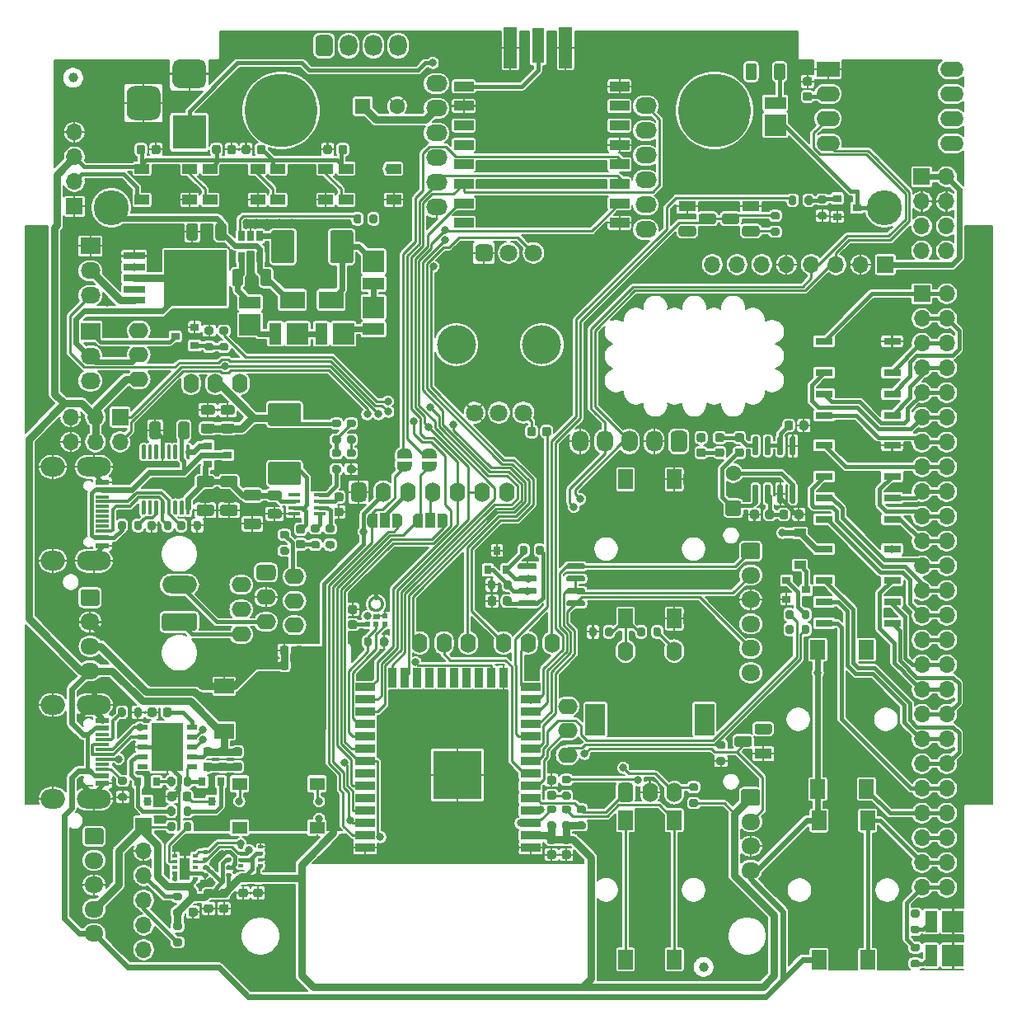
<source format=gbr>
%TF.GenerationSoftware,KiCad,Pcbnew,(5.1.8)-1*%
%TF.CreationDate,2021-11-25T19:48:05+01:00*%
%TF.ProjectId,pcbV10,70636256-3130-42e6-9b69-6361645f7063,rev?*%
%TF.SameCoordinates,Original*%
%TF.FileFunction,Copper,L1,Top*%
%TF.FilePolarity,Positive*%
%FSLAX46Y46*%
G04 Gerber Fmt 4.6, Leading zero omitted, Abs format (unit mm)*
G04 Created by KiCad (PCBNEW (5.1.8)-1) date 2021-11-25 19:48:05*
%MOMM*%
%LPD*%
G01*
G04 APERTURE LIST*
%TA.AperFunction,ComponentPad*%
%ADD10C,1.600000*%
%TD*%
%TA.AperFunction,SMDPad,CuDef*%
%ADD11R,1.550000X1.300000*%
%TD*%
%TA.AperFunction,SMDPad,CuDef*%
%ADD12R,2.500000X1.800000*%
%TD*%
%TA.AperFunction,SMDPad,CuDef*%
%ADD13R,6.400000X5.800000*%
%TD*%
%TA.AperFunction,SMDPad,CuDef*%
%ADD14R,2.200000X0.800000*%
%TD*%
%TA.AperFunction,ComponentPad*%
%ADD15O,1.700000X1.700000*%
%TD*%
%TA.AperFunction,ComponentPad*%
%ADD16R,1.700000X1.700000*%
%TD*%
%TA.AperFunction,ComponentPad*%
%ADD17R,3.500000X3.500000*%
%TD*%
%TA.AperFunction,ComponentPad*%
%ADD18C,3.600000*%
%TD*%
%TA.AperFunction,WasherPad*%
%ADD19O,7.500000X7.500000*%
%TD*%
%TA.AperFunction,ComponentPad*%
%ADD20O,2.400000X1.600000*%
%TD*%
%TA.AperFunction,ComponentPad*%
%ADD21R,2.400000X1.600000*%
%TD*%
%TA.AperFunction,ComponentPad*%
%ADD22O,1.600000X2.000000*%
%TD*%
%TA.AperFunction,SMDPad,CuDef*%
%ADD23R,1.220000X0.400000*%
%TD*%
%TA.AperFunction,ComponentPad*%
%ADD24O,2.000000X1.600000*%
%TD*%
%TA.AperFunction,ComponentPad*%
%ADD25O,3.600000X1.800000*%
%TD*%
%TA.AperFunction,SMDPad,CuDef*%
%ADD26C,1.000000*%
%TD*%
%TA.AperFunction,SMDPad,CuDef*%
%ADD27R,0.650000X1.060000*%
%TD*%
%TA.AperFunction,SMDPad,CuDef*%
%ADD28R,1.500000X2.000000*%
%TD*%
%TA.AperFunction,SMDPad,CuDef*%
%ADD29R,3.000000X3.000000*%
%TD*%
%TA.AperFunction,ComponentPad*%
%ADD30C,0.700000*%
%TD*%
%TA.AperFunction,SMDPad,CuDef*%
%ADD31R,3.200000X5.000000*%
%TD*%
%TA.AperFunction,SMDPad,CuDef*%
%ADD32R,1.100000X0.510000*%
%TD*%
%TA.AperFunction,SMDPad,CuDef*%
%ADD33R,2.200000X1.250000*%
%TD*%
%TA.AperFunction,SMDPad,CuDef*%
%ADD34R,2.200000X2.200000*%
%TD*%
%TA.AperFunction,SMDPad,CuDef*%
%ADD35R,1.250000X2.200000*%
%TD*%
%TA.AperFunction,SMDPad,CuDef*%
%ADD36R,0.600000X0.522000*%
%TD*%
%TA.AperFunction,SMDPad,CuDef*%
%ADD37C,0.100000*%
%TD*%
%TA.AperFunction,ComponentPad*%
%ADD38O,2.500000X2.000000*%
%TD*%
%TA.AperFunction,ComponentPad*%
%ADD39O,3.500000X2.000000*%
%TD*%
%TA.AperFunction,SMDPad,CuDef*%
%ADD40R,1.450000X0.300000*%
%TD*%
%TA.AperFunction,SMDPad,CuDef*%
%ADD41R,1.450000X0.600000*%
%TD*%
%TA.AperFunction,ComponentPad*%
%ADD42C,1.800000*%
%TD*%
%TA.AperFunction,SMDPad,CuDef*%
%ADD43R,0.600000X0.400000*%
%TD*%
%TA.AperFunction,SMDPad,CuDef*%
%ADD44R,1.100000X2.200000*%
%TD*%
%TA.AperFunction,SMDPad,CuDef*%
%ADD45R,0.500000X0.350000*%
%TD*%
%TA.AperFunction,SMDPad,CuDef*%
%ADD46R,1.000000X1.500000*%
%TD*%
%TA.AperFunction,ComponentPad*%
%ADD47O,1.950000X1.700000*%
%TD*%
%TA.AperFunction,SMDPad,CuDef*%
%ADD48R,1.500000X1.000000*%
%TD*%
%TA.AperFunction,SMDPad,CuDef*%
%ADD49R,1.800000X0.800000*%
%TD*%
%TA.AperFunction,SMDPad,CuDef*%
%ADD50R,0.800000X0.900000*%
%TD*%
%TA.AperFunction,SMDPad,CuDef*%
%ADD51R,2.000000X1.000000*%
%TD*%
%TA.AperFunction,ComponentPad*%
%ADD52O,1.800000X2.200000*%
%TD*%
%TA.AperFunction,ComponentPad*%
%ADD53R,1.800000X1.100000*%
%TD*%
%TA.AperFunction,ComponentPad*%
%ADD54O,1.700000X2.200000*%
%TD*%
%TA.AperFunction,SMDPad,CuDef*%
%ADD55R,2.000000X0.900000*%
%TD*%
%TA.AperFunction,SMDPad,CuDef*%
%ADD56R,0.900000X2.000000*%
%TD*%
%TA.AperFunction,SMDPad,CuDef*%
%ADD57R,5.000000X5.000000*%
%TD*%
%TA.AperFunction,SMDPad,CuDef*%
%ADD58R,2.000000X1.500000*%
%TD*%
%TA.AperFunction,SMDPad,CuDef*%
%ADD59R,2.000000X3.800000*%
%TD*%
%TA.AperFunction,ComponentPad*%
%ADD60R,2.000000X3.200000*%
%TD*%
%TA.AperFunction,WasherPad*%
%ADD61C,4.000000*%
%TD*%
%TA.AperFunction,SMDPad,CuDef*%
%ADD62R,0.900000X0.800000*%
%TD*%
%TA.AperFunction,SMDPad,CuDef*%
%ADD63R,1.270000X3.600000*%
%TD*%
%TA.AperFunction,SMDPad,CuDef*%
%ADD64R,1.350000X4.200000*%
%TD*%
%TA.AperFunction,ComponentPad*%
%ADD65O,2.030000X1.730000*%
%TD*%
%TA.AperFunction,ComponentPad*%
%ADD66R,2.030000X1.730000*%
%TD*%
%TA.AperFunction,ComponentPad*%
%ADD67O,2.200000X1.700000*%
%TD*%
%TA.AperFunction,SMDPad,CuDef*%
%ADD68R,1.200000X0.900000*%
%TD*%
%TA.AperFunction,ComponentPad*%
%ADD69R,1.600000X1.600000*%
%TD*%
%TA.AperFunction,ViaPad*%
%ADD70C,0.800000*%
%TD*%
%TA.AperFunction,ViaPad*%
%ADD71C,1.600000*%
%TD*%
%TA.AperFunction,Conductor*%
%ADD72C,0.400000*%
%TD*%
%TA.AperFunction,Conductor*%
%ADD73C,0.600000*%
%TD*%
%TA.AperFunction,Conductor*%
%ADD74C,0.800000*%
%TD*%
%TA.AperFunction,Conductor*%
%ADD75C,0.250000*%
%TD*%
%TA.AperFunction,Conductor*%
%ADD76C,0.300000*%
%TD*%
%TA.AperFunction,Conductor*%
%ADD77C,0.200000*%
%TD*%
%TA.AperFunction,Conductor*%
%ADD78C,0.100000*%
%TD*%
G04 APERTURE END LIST*
D10*
%TO.P,J13,2*%
%TO.N,Net-(J13-Pad2)*%
X123063000Y-95714000D03*
%TO.P,J13,1*%
%TO.N,Net-(J13-Pad1)*%
%TA.AperFunction,ComponentPad*%
G36*
G01*
X123613000Y-100114000D02*
X122513000Y-100114000D01*
G75*
G02*
X122263000Y-99864000I0J250000D01*
G01*
X122263000Y-98764000D01*
G75*
G02*
X122513000Y-98514000I250000J0D01*
G01*
X123613000Y-98514000D01*
G75*
G02*
X123863000Y-98764000I0J-250000D01*
G01*
X123863000Y-99864000D01*
G75*
G02*
X123613000Y-100114000I-250000J0D01*
G01*
G37*
%TD.AperFunction*%
%TD*%
D11*
%TO.P,SW12,2*%
%TO.N,GND*%
X80302000Y-132107500D03*
%TO.P,SW12,1*%
%TO.N,PROG_EN*%
X80302000Y-127607500D03*
X72352000Y-127607500D03*
%TO.P,SW12,2*%
%TO.N,GND*%
X72352000Y-132107500D03*
%TD*%
D12*
%TO.P,D16,2*%
%TO.N,Net-(D13-Pad1)*%
X81756000Y-77914500D03*
%TO.P,D16,1*%
%TO.N,+24V*%
X77756000Y-77914500D03*
%TD*%
D13*
%TO.P,U21,3*%
%TO.N,Net-(J11-Pad2)*%
X67822500Y-75692000D03*
D14*
%TO.P,U21,5*%
%TO.N,Net-(J10-Pad2)*%
X61522500Y-77972000D03*
%TO.P,U21,4*%
%TO.N,N/C*%
X61522500Y-76832000D03*
%TO.P,U21,3*%
%TO.N,Net-(J11-Pad2)*%
X61522500Y-75692000D03*
%TO.P,U21,2*%
%TO.N,FAN1_DRIVE*%
X61522500Y-74552000D03*
%TO.P,U21,1*%
%TO.N,GND*%
X61522500Y-73412000D03*
%TD*%
D15*
%TO.P,J12,50*%
%TO.N,LED_WHITE*%
X145000000Y-138250000D03*
%TO.P,J12,49*%
X142460000Y-138250000D03*
%TO.P,J12,48*%
%TO.N,SW_WHITE*%
X145000000Y-135710000D03*
%TO.P,J12,47*%
X142460000Y-135710000D03*
%TO.P,J12,46*%
%TO.N,LED_BLUE*%
X145000000Y-133170000D03*
%TO.P,J12,45*%
X142460000Y-133170000D03*
%TO.P,J12,44*%
%TO.N,SW_BLUE*%
X145000000Y-130630000D03*
%TO.P,J12,43*%
X142460000Y-130630000D03*
%TO.P,J12,42*%
%TO.N,K3_24*%
X145000000Y-128090000D03*
%TO.P,J12,41*%
X142460000Y-128090000D03*
%TO.P,J12,40*%
%TO.N,K3_22*%
X145000000Y-125550000D03*
%TO.P,J12,39*%
X142460000Y-125550000D03*
%TO.P,J12,38*%
%TO.N,K3_21*%
X145000000Y-123010000D03*
%TO.P,J12,37*%
X142460000Y-123010000D03*
%TO.P,J12,36*%
%TO.N,K3_14*%
X145000000Y-120470000D03*
%TO.P,J12,35*%
X142460000Y-120470000D03*
%TO.P,J12,34*%
%TO.N,K3_12*%
X145000000Y-117930000D03*
%TO.P,J12,33*%
X142460000Y-117930000D03*
%TO.P,J12,32*%
%TO.N,K3_11*%
X145000000Y-115390000D03*
%TO.P,J12,31*%
X142460000Y-115390000D03*
%TO.P,J12,30*%
%TO.N,Net-(J12-Pad29)*%
X145000000Y-112850000D03*
%TO.P,J12,29*%
X142460000Y-112850000D03*
%TO.P,J12,28*%
%TO.N,K2_24*%
X145000000Y-110310000D03*
%TO.P,J12,27*%
X142460000Y-110310000D03*
%TO.P,J12,26*%
%TO.N,K2_22*%
X145000000Y-107770000D03*
%TO.P,J12,25*%
X142460000Y-107770000D03*
%TO.P,J12,24*%
%TO.N,K2_21*%
X145000000Y-105230000D03*
%TO.P,J12,23*%
X142460000Y-105230000D03*
%TO.P,J12,22*%
%TO.N,K2_14*%
X145000000Y-102690000D03*
%TO.P,J12,21*%
X142460000Y-102690000D03*
%TO.P,J12,20*%
%TO.N,K2_12*%
X145000000Y-100150000D03*
%TO.P,J12,19*%
X142460000Y-100150000D03*
%TO.P,J12,18*%
%TO.N,K2_11*%
X145000000Y-97610000D03*
%TO.P,J12,17*%
X142460000Y-97610000D03*
%TO.P,J12,16*%
%TO.N,K2_A1*%
X145000000Y-95070000D03*
%TO.P,J12,15*%
X142460000Y-95070000D03*
%TO.P,J12,14*%
%TO.N,K1_24*%
X145000000Y-92530000D03*
%TO.P,J12,13*%
X142460000Y-92530000D03*
%TO.P,J12,12*%
%TO.N,K1_22*%
X145000000Y-89990000D03*
%TO.P,J12,11*%
X142460000Y-89990000D03*
%TO.P,J12,10*%
%TO.N,K1_21*%
X145000000Y-87450000D03*
%TO.P,J12,9*%
X142460000Y-87450000D03*
%TO.P,J12,8*%
%TO.N,K1_14*%
X145000000Y-84910000D03*
%TO.P,J12,7*%
X142460000Y-84910000D03*
%TO.P,J12,6*%
%TO.N,K1_12*%
X145000000Y-82370000D03*
%TO.P,J12,5*%
X142460000Y-82370000D03*
%TO.P,J12,4*%
%TO.N,K1_11*%
X145000000Y-79830000D03*
%TO.P,J12,3*%
X142460000Y-79830000D03*
%TO.P,J12,2*%
%TO.N,K1_A1*%
X145000000Y-77290000D03*
D16*
%TO.P,J12,1*%
X142460000Y-77290000D03*
%TD*%
D15*
%TO.P,J19,8*%
%TO.N,+5V*%
X144970500Y-72898000D03*
%TO.P,J19,7*%
X142430500Y-72898000D03*
%TO.P,J19,6*%
X144970500Y-70358000D03*
%TO.P,J19,5*%
X142430500Y-70358000D03*
%TO.P,J19,4*%
%TO.N,GND*%
X144970500Y-67818000D03*
%TO.P,J19,3*%
X142430500Y-67818000D03*
%TO.P,J19,2*%
%TO.N,+3V3*%
X144970500Y-65278000D03*
D16*
%TO.P,J19,1*%
X142430500Y-65278000D03*
%TD*%
%TO.P,J18,3*%
%TO.N,GND*%
%TA.AperFunction,ComponentPad*%
G36*
G01*
X61608000Y-55956000D02*
X63358000Y-55956000D01*
G75*
G02*
X64233000Y-56831000I0J-875000D01*
G01*
X64233000Y-58581000D01*
G75*
G02*
X63358000Y-59456000I-875000J0D01*
G01*
X61608000Y-59456000D01*
G75*
G02*
X60733000Y-58581000I0J875000D01*
G01*
X60733000Y-56831000D01*
G75*
G02*
X61608000Y-55956000I875000J0D01*
G01*
G37*
%TD.AperFunction*%
%TO.P,J18,2*%
%TA.AperFunction,ComponentPad*%
G36*
G01*
X66183000Y-53206000D02*
X68183000Y-53206000D01*
G75*
G02*
X68933000Y-53956000I0J-750000D01*
G01*
X68933000Y-55456000D01*
G75*
G02*
X68183000Y-56206000I-750000J0D01*
G01*
X66183000Y-56206000D01*
G75*
G02*
X65433000Y-55456000I0J750000D01*
G01*
X65433000Y-53956000D01*
G75*
G02*
X66183000Y-53206000I750000J0D01*
G01*
G37*
%TD.AperFunction*%
D17*
%TO.P,J18,1*%
%TO.N,+24V*%
X67183000Y-60706000D03*
%TD*%
D18*
%TO.P,R18,2*%
%TO.N,Net-(D6-Pad1)*%
X138582000Y-68453000D03*
%TO.P,R18,1*%
%TO.N,+24V*%
X59182000Y-68453000D03*
D19*
%TO.P,R18,*%
%TO.N,*%
X76632000Y-58453000D03*
X121132000Y-58453000D03*
%TD*%
%TO.P,L2,2*%
%TO.N,Net-(C35-Pad1)*%
%TA.AperFunction,SMDPad,CuDef*%
G36*
G01*
X75497000Y-94560000D02*
X78427000Y-94560000D01*
G75*
G02*
X78662000Y-94795000I0J-235000D01*
G01*
X78662000Y-96675000D01*
G75*
G02*
X78427000Y-96910000I-235000J0D01*
G01*
X75497000Y-96910000D01*
G75*
G02*
X75262000Y-96675000I0J235000D01*
G01*
X75262000Y-94795000D01*
G75*
G02*
X75497000Y-94560000I235000J0D01*
G01*
G37*
%TD.AperFunction*%
%TO.P,L2,1*%
%TO.N,Net-(C36-Pad1)*%
%TA.AperFunction,SMDPad,CuDef*%
G36*
G01*
X75497000Y-88510000D02*
X78427000Y-88510000D01*
G75*
G02*
X78662000Y-88745000I0J-235000D01*
G01*
X78662000Y-90625000D01*
G75*
G02*
X78427000Y-90860000I-235000J0D01*
G01*
X75497000Y-90860000D01*
G75*
G02*
X75262000Y-90625000I0J235000D01*
G01*
X75262000Y-88745000D01*
G75*
G02*
X75497000Y-88510000I235000J0D01*
G01*
G37*
%TD.AperFunction*%
%TD*%
%TO.P,L1,2*%
%TO.N,Net-(L1-Pad2)*%
%TA.AperFunction,SMDPad,CuDef*%
G36*
G01*
X77969500Y-70988500D02*
X77969500Y-73918500D01*
G75*
G02*
X77734500Y-74153500I-235000J0D01*
G01*
X75854500Y-74153500D01*
G75*
G02*
X75619500Y-73918500I0J235000D01*
G01*
X75619500Y-70988500D01*
G75*
G02*
X75854500Y-70753500I235000J0D01*
G01*
X77734500Y-70753500D01*
G75*
G02*
X77969500Y-70988500I0J-235000D01*
G01*
G37*
%TD.AperFunction*%
%TO.P,L1,1*%
%TO.N,Net-(D13-Pad1)*%
%TA.AperFunction,SMDPad,CuDef*%
G36*
G01*
X84019500Y-70988500D02*
X84019500Y-73918500D01*
G75*
G02*
X83784500Y-74153500I-235000J0D01*
G01*
X81904500Y-74153500D01*
G75*
G02*
X81669500Y-73918500I0J235000D01*
G01*
X81669500Y-70988500D01*
G75*
G02*
X81904500Y-70753500I235000J0D01*
G01*
X83784500Y-70753500D01*
G75*
G02*
X84019500Y-70988500I0J-235000D01*
G01*
G37*
%TD.AperFunction*%
%TD*%
D20*
%TO.P,U4,8*%
%TO.N,Net-(U4-Pad8)*%
X145500000Y-54229000D03*
%TO.P,U4,4*%
%TO.N,SCL*%
X132800000Y-61849000D03*
%TO.P,U4,7*%
%TO.N,Net-(U4-Pad7)*%
X145500000Y-56769000D03*
%TO.P,U4,3*%
%TO.N,SDA*%
X132800000Y-59309000D03*
%TO.P,U4,6*%
%TO.N,Net-(U4-Pad6)*%
X145500000Y-59309000D03*
%TO.P,U4,2*%
%TO.N,+5V*%
X132800000Y-56769000D03*
%TO.P,U4,5*%
%TO.N,Net-(U4-Pad5)*%
X145500000Y-61849000D03*
D21*
%TO.P,U4,1*%
%TO.N,GND*%
X132800000Y-54229000D03*
%TD*%
%TO.P,C2,2*%
%TO.N,GND*%
%TA.AperFunction,SMDPad,CuDef*%
G36*
G01*
X105668000Y-134437000D02*
X106168000Y-134437000D01*
G75*
G02*
X106393000Y-134662000I0J-225000D01*
G01*
X106393000Y-135112000D01*
G75*
G02*
X106168000Y-135337000I-225000J0D01*
G01*
X105668000Y-135337000D01*
G75*
G02*
X105443000Y-135112000I0J225000D01*
G01*
X105443000Y-134662000D01*
G75*
G02*
X105668000Y-134437000I225000J0D01*
G01*
G37*
%TD.AperFunction*%
%TO.P,C2,1*%
%TO.N,+3V3*%
%TA.AperFunction,SMDPad,CuDef*%
G36*
G01*
X105668000Y-132887000D02*
X106168000Y-132887000D01*
G75*
G02*
X106393000Y-133112000I0J-225000D01*
G01*
X106393000Y-133562000D01*
G75*
G02*
X106168000Y-133787000I-225000J0D01*
G01*
X105668000Y-133787000D01*
G75*
G02*
X105443000Y-133562000I0J225000D01*
G01*
X105443000Y-133112000D01*
G75*
G02*
X105668000Y-132887000I225000J0D01*
G01*
G37*
%TD.AperFunction*%
%TD*%
%TO.P,R47,2*%
%TO.N,Net-(R31-Pad1)*%
%TA.AperFunction,SMDPad,CuDef*%
G36*
G01*
X84095000Y-91015000D02*
X83545000Y-91015000D01*
G75*
G02*
X83345000Y-90815000I0J200000D01*
G01*
X83345000Y-90415000D01*
G75*
G02*
X83545000Y-90215000I200000J0D01*
G01*
X84095000Y-90215000D01*
G75*
G02*
X84295000Y-90415000I0J-200000D01*
G01*
X84295000Y-90815000D01*
G75*
G02*
X84095000Y-91015000I-200000J0D01*
G01*
G37*
%TD.AperFunction*%
%TO.P,R47,1*%
%TO.N,Net-(R45-Pad2)*%
%TA.AperFunction,SMDPad,CuDef*%
G36*
G01*
X84095000Y-92665000D02*
X83545000Y-92665000D01*
G75*
G02*
X83345000Y-92465000I0J200000D01*
G01*
X83345000Y-92065000D01*
G75*
G02*
X83545000Y-91865000I200000J0D01*
G01*
X84095000Y-91865000D01*
G75*
G02*
X84295000Y-92065000I0J-200000D01*
G01*
X84295000Y-92465000D01*
G75*
G02*
X84095000Y-92665000I-200000J0D01*
G01*
G37*
%TD.AperFunction*%
%TD*%
%TO.P,C32,2*%
%TO.N,+24V*%
%TA.AperFunction,SMDPad,CuDef*%
G36*
G01*
X74310001Y-98541000D02*
X73009999Y-98541000D01*
G75*
G02*
X72760000Y-98291001I0J249999D01*
G01*
X72760000Y-97640999D01*
G75*
G02*
X73009999Y-97391000I249999J0D01*
G01*
X74310001Y-97391000D01*
G75*
G02*
X74560000Y-97640999I0J-249999D01*
G01*
X74560000Y-98291001D01*
G75*
G02*
X74310001Y-98541000I-249999J0D01*
G01*
G37*
%TD.AperFunction*%
%TO.P,C32,1*%
%TO.N,GND*%
%TA.AperFunction,SMDPad,CuDef*%
G36*
G01*
X74310001Y-101491000D02*
X73009999Y-101491000D01*
G75*
G02*
X72760000Y-101241001I0J249999D01*
G01*
X72760000Y-100590999D01*
G75*
G02*
X73009999Y-100341000I249999J0D01*
G01*
X74310001Y-100341000D01*
G75*
G02*
X74560000Y-100590999I0J-249999D01*
G01*
X74560000Y-101241001D01*
G75*
G02*
X74310001Y-101491000I-249999J0D01*
G01*
G37*
%TD.AperFunction*%
%TD*%
%TO.P,C22,2*%
%TO.N,+24V*%
%TA.AperFunction,SMDPad,CuDef*%
G36*
G01*
X71897001Y-97144000D02*
X70596999Y-97144000D01*
G75*
G02*
X70347000Y-96894001I0J249999D01*
G01*
X70347000Y-96243999D01*
G75*
G02*
X70596999Y-95994000I249999J0D01*
G01*
X71897001Y-95994000D01*
G75*
G02*
X72147000Y-96243999I0J-249999D01*
G01*
X72147000Y-96894001D01*
G75*
G02*
X71897001Y-97144000I-249999J0D01*
G01*
G37*
%TD.AperFunction*%
%TO.P,C22,1*%
%TO.N,GND*%
%TA.AperFunction,SMDPad,CuDef*%
G36*
G01*
X71897001Y-100094000D02*
X70596999Y-100094000D01*
G75*
G02*
X70347000Y-99844001I0J249999D01*
G01*
X70347000Y-99193999D01*
G75*
G02*
X70596999Y-98944000I249999J0D01*
G01*
X71897001Y-98944000D01*
G75*
G02*
X72147000Y-99193999I0J-249999D01*
G01*
X72147000Y-99844001D01*
G75*
G02*
X71897001Y-100094000I-249999J0D01*
G01*
G37*
%TD.AperFunction*%
%TD*%
D22*
%TO.P,SW11,1*%
%TO.N,+5V*%
X67350000Y-86487000D03*
%TO.P,SW11,3*%
%TO.N,Net-(SW11-Pad3)*%
X72350000Y-86487000D03*
%TO.P,SW11,2*%
%TO.N,Net-(C36-Pad1)*%
X69850000Y-86487000D03*
%TD*%
D23*
%TO.P,U11,8*%
%TO.N,Net-(R31-Pad2)*%
X80558000Y-97963000D03*
%TO.P,U11,7*%
%TO.N,Net-(C34-Pad2)*%
X80558000Y-98603000D03*
%TO.P,U11,6*%
%TO.N,Net-(R27-Pad2)*%
X80558000Y-99263000D03*
%TO.P,U11,5*%
%TO.N,Net-(R32-Pad2)*%
X80558000Y-99903000D03*
%TO.P,U11,4*%
%TO.N,GND*%
X77938000Y-99903000D03*
%TO.P,U11,3*%
%TO.N,Net-(C35-Pad1)*%
X77938000Y-99263000D03*
%TO.P,U11,2*%
%TO.N,+24V*%
X77938000Y-98603000D03*
%TO.P,U11,1*%
%TO.N,Net-(U11-Pad1)*%
X77938000Y-97963000D03*
%TD*%
%TO.P,R46,2*%
%TO.N,Net-(R31-Pad1)*%
%TA.AperFunction,SMDPad,CuDef*%
G36*
G01*
X82021000Y-91865000D02*
X82571000Y-91865000D01*
G75*
G02*
X82771000Y-92065000I0J-200000D01*
G01*
X82771000Y-92465000D01*
G75*
G02*
X82571000Y-92665000I-200000J0D01*
G01*
X82021000Y-92665000D01*
G75*
G02*
X81821000Y-92465000I0J200000D01*
G01*
X81821000Y-92065000D01*
G75*
G02*
X82021000Y-91865000I200000J0D01*
G01*
G37*
%TD.AperFunction*%
%TO.P,R46,1*%
%TO.N,Net-(C36-Pad1)*%
%TA.AperFunction,SMDPad,CuDef*%
G36*
G01*
X82021000Y-90215000D02*
X82571000Y-90215000D01*
G75*
G02*
X82771000Y-90415000I0J-200000D01*
G01*
X82771000Y-90815000D01*
G75*
G02*
X82571000Y-91015000I-200000J0D01*
G01*
X82021000Y-91015000D01*
G75*
G02*
X81821000Y-90815000I0J200000D01*
G01*
X81821000Y-90415000D01*
G75*
G02*
X82021000Y-90215000I200000J0D01*
G01*
G37*
%TD.AperFunction*%
%TD*%
%TO.P,R45,2*%
%TO.N,Net-(R45-Pad2)*%
%TA.AperFunction,SMDPad,CuDef*%
G36*
G01*
X84095000Y-94063000D02*
X83545000Y-94063000D01*
G75*
G02*
X83345000Y-93863000I0J200000D01*
G01*
X83345000Y-93463000D01*
G75*
G02*
X83545000Y-93263000I200000J0D01*
G01*
X84095000Y-93263000D01*
G75*
G02*
X84295000Y-93463000I0J-200000D01*
G01*
X84295000Y-93863000D01*
G75*
G02*
X84095000Y-94063000I-200000J0D01*
G01*
G37*
%TD.AperFunction*%
%TO.P,R45,1*%
%TO.N,GND*%
%TA.AperFunction,SMDPad,CuDef*%
G36*
G01*
X84095000Y-95713000D02*
X83545000Y-95713000D01*
G75*
G02*
X83345000Y-95513000I0J200000D01*
G01*
X83345000Y-95113000D01*
G75*
G02*
X83545000Y-94913000I200000J0D01*
G01*
X84095000Y-94913000D01*
G75*
G02*
X84295000Y-95113000I0J-200000D01*
G01*
X84295000Y-95513000D01*
G75*
G02*
X84095000Y-95713000I-200000J0D01*
G01*
G37*
%TD.AperFunction*%
%TD*%
%TO.P,R32,2*%
%TO.N,Net-(R32-Pad2)*%
%TA.AperFunction,SMDPad,CuDef*%
G36*
G01*
X80412000Y-101810000D02*
X79862000Y-101810000D01*
G75*
G02*
X79662000Y-101610000I0J200000D01*
G01*
X79662000Y-101210000D01*
G75*
G02*
X79862000Y-101010000I200000J0D01*
G01*
X80412000Y-101010000D01*
G75*
G02*
X80612000Y-101210000I0J-200000D01*
G01*
X80612000Y-101610000D01*
G75*
G02*
X80412000Y-101810000I-200000J0D01*
G01*
G37*
%TD.AperFunction*%
%TO.P,R32,1*%
%TO.N,Net-(C35-Pad2)*%
%TA.AperFunction,SMDPad,CuDef*%
G36*
G01*
X80412000Y-103460000D02*
X79862000Y-103460000D01*
G75*
G02*
X79662000Y-103260000I0J200000D01*
G01*
X79662000Y-102860000D01*
G75*
G02*
X79862000Y-102660000I200000J0D01*
G01*
X80412000Y-102660000D01*
G75*
G02*
X80612000Y-102860000I0J-200000D01*
G01*
X80612000Y-103260000D01*
G75*
G02*
X80412000Y-103460000I-200000J0D01*
G01*
G37*
%TD.AperFunction*%
%TD*%
%TO.P,R31,2*%
%TO.N,Net-(R31-Pad2)*%
%TA.AperFunction,SMDPad,CuDef*%
G36*
G01*
X82021000Y-94913000D02*
X82571000Y-94913000D01*
G75*
G02*
X82771000Y-95113000I0J-200000D01*
G01*
X82771000Y-95513000D01*
G75*
G02*
X82571000Y-95713000I-200000J0D01*
G01*
X82021000Y-95713000D01*
G75*
G02*
X81821000Y-95513000I0J200000D01*
G01*
X81821000Y-95113000D01*
G75*
G02*
X82021000Y-94913000I200000J0D01*
G01*
G37*
%TD.AperFunction*%
%TO.P,R31,1*%
%TO.N,Net-(R31-Pad1)*%
%TA.AperFunction,SMDPad,CuDef*%
G36*
G01*
X82021000Y-93263000D02*
X82571000Y-93263000D01*
G75*
G02*
X82771000Y-93463000I0J-200000D01*
G01*
X82771000Y-93863000D01*
G75*
G02*
X82571000Y-94063000I-200000J0D01*
G01*
X82021000Y-94063000D01*
G75*
G02*
X81821000Y-93863000I0J200000D01*
G01*
X81821000Y-93463000D01*
G75*
G02*
X82021000Y-93263000I200000J0D01*
G01*
G37*
%TD.AperFunction*%
%TD*%
%TO.P,R27,2*%
%TO.N,Net-(R27-Pad2)*%
%TA.AperFunction,SMDPad,CuDef*%
G36*
G01*
X81936000Y-101810000D02*
X81386000Y-101810000D01*
G75*
G02*
X81186000Y-101610000I0J200000D01*
G01*
X81186000Y-101210000D01*
G75*
G02*
X81386000Y-101010000I200000J0D01*
G01*
X81936000Y-101010000D01*
G75*
G02*
X82136000Y-101210000I0J-200000D01*
G01*
X82136000Y-101610000D01*
G75*
G02*
X81936000Y-101810000I-200000J0D01*
G01*
G37*
%TD.AperFunction*%
%TO.P,R27,1*%
%TO.N,+24V*%
%TA.AperFunction,SMDPad,CuDef*%
G36*
G01*
X81936000Y-103460000D02*
X81386000Y-103460000D01*
G75*
G02*
X81186000Y-103260000I0J200000D01*
G01*
X81186000Y-102860000D01*
G75*
G02*
X81386000Y-102660000I200000J0D01*
G01*
X81936000Y-102660000D01*
G75*
G02*
X82136000Y-102860000I0J-200000D01*
G01*
X82136000Y-103260000D01*
G75*
G02*
X81936000Y-103460000I-200000J0D01*
G01*
G37*
%TD.AperFunction*%
%TD*%
%TO.P,C37,2*%
%TO.N,GND*%
%TA.AperFunction,SMDPad,CuDef*%
G36*
G01*
X69563000Y-89720000D02*
X68613000Y-89720000D01*
G75*
G02*
X68363000Y-89470000I0J250000D01*
G01*
X68363000Y-88970000D01*
G75*
G02*
X68613000Y-88720000I250000J0D01*
G01*
X69563000Y-88720000D01*
G75*
G02*
X69813000Y-88970000I0J-250000D01*
G01*
X69813000Y-89470000D01*
G75*
G02*
X69563000Y-89720000I-250000J0D01*
G01*
G37*
%TD.AperFunction*%
%TO.P,C37,1*%
%TO.N,Net-(C36-Pad1)*%
%TA.AperFunction,SMDPad,CuDef*%
G36*
G01*
X69563000Y-91620000D02*
X68613000Y-91620000D01*
G75*
G02*
X68363000Y-91370000I0J250000D01*
G01*
X68363000Y-90870000D01*
G75*
G02*
X68613000Y-90620000I250000J0D01*
G01*
X69563000Y-90620000D01*
G75*
G02*
X69813000Y-90870000I0J-250000D01*
G01*
X69813000Y-91370000D01*
G75*
G02*
X69563000Y-91620000I-250000J0D01*
G01*
G37*
%TD.AperFunction*%
%TD*%
%TO.P,C36,2*%
%TO.N,GND*%
%TA.AperFunction,SMDPad,CuDef*%
G36*
G01*
X71595000Y-89720000D02*
X70645000Y-89720000D01*
G75*
G02*
X70395000Y-89470000I0J250000D01*
G01*
X70395000Y-88970000D01*
G75*
G02*
X70645000Y-88720000I250000J0D01*
G01*
X71595000Y-88720000D01*
G75*
G02*
X71845000Y-88970000I0J-250000D01*
G01*
X71845000Y-89470000D01*
G75*
G02*
X71595000Y-89720000I-250000J0D01*
G01*
G37*
%TD.AperFunction*%
%TO.P,C36,1*%
%TO.N,Net-(C36-Pad1)*%
%TA.AperFunction,SMDPad,CuDef*%
G36*
G01*
X71595000Y-91620000D02*
X70645000Y-91620000D01*
G75*
G02*
X70395000Y-91370000I0J250000D01*
G01*
X70395000Y-90870000D01*
G75*
G02*
X70645000Y-90620000I250000J0D01*
G01*
X71595000Y-90620000D01*
G75*
G02*
X71845000Y-90870000I0J-250000D01*
G01*
X71845000Y-91370000D01*
G75*
G02*
X71595000Y-91620000I-250000J0D01*
G01*
G37*
%TD.AperFunction*%
%TD*%
%TO.P,C35,2*%
%TO.N,Net-(C35-Pad2)*%
%TA.AperFunction,SMDPad,CuDef*%
G36*
G01*
X78363000Y-102560000D02*
X78863000Y-102560000D01*
G75*
G02*
X79088000Y-102785000I0J-225000D01*
G01*
X79088000Y-103235000D01*
G75*
G02*
X78863000Y-103460000I-225000J0D01*
G01*
X78363000Y-103460000D01*
G75*
G02*
X78138000Y-103235000I0J225000D01*
G01*
X78138000Y-102785000D01*
G75*
G02*
X78363000Y-102560000I225000J0D01*
G01*
G37*
%TD.AperFunction*%
%TO.P,C35,1*%
%TO.N,Net-(C35-Pad1)*%
%TA.AperFunction,SMDPad,CuDef*%
G36*
G01*
X78363000Y-101010000D02*
X78863000Y-101010000D01*
G75*
G02*
X79088000Y-101235000I0J-225000D01*
G01*
X79088000Y-101685000D01*
G75*
G02*
X78863000Y-101910000I-225000J0D01*
G01*
X78363000Y-101910000D01*
G75*
G02*
X78138000Y-101685000I0J225000D01*
G01*
X78138000Y-101235000D01*
G75*
G02*
X78363000Y-101010000I225000J0D01*
G01*
G37*
%TD.AperFunction*%
%TD*%
%TO.P,C34,2*%
%TO.N,Net-(C34-Pad2)*%
%TA.AperFunction,SMDPad,CuDef*%
G36*
G01*
X82800000Y-98608000D02*
X82300000Y-98608000D01*
G75*
G02*
X82075000Y-98383000I0J225000D01*
G01*
X82075000Y-97933000D01*
G75*
G02*
X82300000Y-97708000I225000J0D01*
G01*
X82800000Y-97708000D01*
G75*
G02*
X83025000Y-97933000I0J-225000D01*
G01*
X83025000Y-98383000D01*
G75*
G02*
X82800000Y-98608000I-225000J0D01*
G01*
G37*
%TD.AperFunction*%
%TO.P,C34,1*%
%TO.N,GND*%
%TA.AperFunction,SMDPad,CuDef*%
G36*
G01*
X82800000Y-100158000D02*
X82300000Y-100158000D01*
G75*
G02*
X82075000Y-99933000I0J225000D01*
G01*
X82075000Y-99483000D01*
G75*
G02*
X82300000Y-99258000I225000J0D01*
G01*
X82800000Y-99258000D01*
G75*
G02*
X83025000Y-99483000I0J-225000D01*
G01*
X83025000Y-99933000D01*
G75*
G02*
X82800000Y-100158000I-225000J0D01*
G01*
G37*
%TD.AperFunction*%
%TD*%
%TO.P,C33,2*%
%TO.N,+24V*%
%TA.AperFunction,SMDPad,CuDef*%
G36*
G01*
X76421000Y-98483000D02*
X75471000Y-98483000D01*
G75*
G02*
X75221000Y-98233000I0J250000D01*
G01*
X75221000Y-97733000D01*
G75*
G02*
X75471000Y-97483000I250000J0D01*
G01*
X76421000Y-97483000D01*
G75*
G02*
X76671000Y-97733000I0J-250000D01*
G01*
X76671000Y-98233000D01*
G75*
G02*
X76421000Y-98483000I-250000J0D01*
G01*
G37*
%TD.AperFunction*%
%TO.P,C33,1*%
%TO.N,GND*%
%TA.AperFunction,SMDPad,CuDef*%
G36*
G01*
X76421000Y-100383000D02*
X75471000Y-100383000D01*
G75*
G02*
X75221000Y-100133000I0J250000D01*
G01*
X75221000Y-99633000D01*
G75*
G02*
X75471000Y-99383000I250000J0D01*
G01*
X76421000Y-99383000D01*
G75*
G02*
X76671000Y-99633000I0J-250000D01*
G01*
X76671000Y-100133000D01*
G75*
G02*
X76421000Y-100383000I-250000J0D01*
G01*
G37*
%TD.AperFunction*%
%TD*%
D24*
%TO.P,SW10,1*%
%TO.N,+5V*%
X61976000Y-86066000D03*
%TO.P,SW10,3*%
%TO.N,+24V*%
X61976000Y-81066000D03*
%TO.P,SW10,2*%
%TO.N,Net-(J11-Pad2)*%
X61976000Y-83566000D03*
%TD*%
D25*
%TO.P,J15,2*%
%TO.N,RS485A*%
X66167000Y-107188000D03*
%TO.P,J15,1*%
%TO.N,RS485B*%
%TA.AperFunction,ComponentPad*%
G36*
G01*
X67717000Y-111898000D02*
X64617000Y-111898000D01*
G75*
G02*
X64367000Y-111648000I0J250000D01*
G01*
X64367000Y-110348000D01*
G75*
G02*
X64617000Y-110098000I250000J0D01*
G01*
X67717000Y-110098000D01*
G75*
G02*
X67967000Y-110348000I0J-250000D01*
G01*
X67967000Y-111648000D01*
G75*
G02*
X67717000Y-111898000I-250000J0D01*
G01*
G37*
%TD.AperFunction*%
%TD*%
D15*
%TO.P,J17,8*%
%TO.N,Net-(J17-Pad8)*%
X120904000Y-74295000D03*
%TO.P,J17,7*%
%TO.N,Net-(J17-Pad7)*%
X123444000Y-74295000D03*
%TO.P,J17,6*%
%TO.N,Net-(J17-Pad6)*%
X125984000Y-74295000D03*
%TO.P,J17,5*%
%TO.N,GND*%
X128524000Y-74295000D03*
%TO.P,J17,4*%
%TO.N,SDA*%
X131064000Y-74295000D03*
%TO.P,J17,3*%
%TO.N,SCL*%
X133604000Y-74295000D03*
%TO.P,J17,2*%
%TO.N,GND*%
X136144000Y-74295000D03*
D16*
%TO.P,J17,1*%
%TO.N,+3V3*%
X138684000Y-74295000D03*
%TD*%
%TO.P,U7,8*%
%TO.N,+3V3*%
%TA.AperFunction,SMDPad,CuDef*%
G36*
G01*
X71365500Y-137276500D02*
X71090500Y-137276500D01*
G75*
G02*
X70965500Y-137151500I0J125000D01*
G01*
X70965500Y-136901500D01*
G75*
G02*
X71090500Y-136776500I125000J0D01*
G01*
X71365500Y-136776500D01*
G75*
G02*
X71490500Y-136901500I0J-125000D01*
G01*
X71490500Y-137151500D01*
G75*
G02*
X71365500Y-137276500I-125000J0D01*
G01*
G37*
%TD.AperFunction*%
%TO.P,U7,7*%
%TO.N,GND*%
%TA.AperFunction,SMDPad,CuDef*%
G36*
G01*
X71365500Y-136476500D02*
X71090500Y-136476500D01*
G75*
G02*
X70965500Y-136351500I0J125000D01*
G01*
X70965500Y-136101500D01*
G75*
G02*
X71090500Y-135976500I125000J0D01*
G01*
X71365500Y-135976500D01*
G75*
G02*
X71490500Y-136101500I0J-125000D01*
G01*
X71490500Y-136351500D01*
G75*
G02*
X71365500Y-136476500I-125000J0D01*
G01*
G37*
%TD.AperFunction*%
%TO.P,U7,6*%
%TO.N,+3V3*%
%TA.AperFunction,SMDPad,CuDef*%
G36*
G01*
X71365500Y-135676500D02*
X71090500Y-135676500D01*
G75*
G02*
X70965500Y-135551500I0J125000D01*
G01*
X70965500Y-135301500D01*
G75*
G02*
X71090500Y-135176500I125000J0D01*
G01*
X71365500Y-135176500D01*
G75*
G02*
X71490500Y-135301500I0J-125000D01*
G01*
X71490500Y-135551500D01*
G75*
G02*
X71365500Y-135676500I-125000J0D01*
G01*
G37*
%TD.AperFunction*%
%TO.P,U7,5*%
%TO.N,GND*%
%TA.AperFunction,SMDPad,CuDef*%
G36*
G01*
X71365500Y-134876500D02*
X71090500Y-134876500D01*
G75*
G02*
X70965500Y-134751500I0J125000D01*
G01*
X70965500Y-134501500D01*
G75*
G02*
X71090500Y-134376500I125000J0D01*
G01*
X71365500Y-134376500D01*
G75*
G02*
X71490500Y-134501500I0J-125000D01*
G01*
X71490500Y-134751500D01*
G75*
G02*
X71365500Y-134876500I-125000J0D01*
G01*
G37*
%TD.AperFunction*%
%TO.P,U7,4*%
%TO.N,SCL*%
%TA.AperFunction,SMDPad,CuDef*%
G36*
G01*
X68990500Y-134876500D02*
X68715500Y-134876500D01*
G75*
G02*
X68590500Y-134751500I0J125000D01*
G01*
X68590500Y-134501500D01*
G75*
G02*
X68715500Y-134376500I125000J0D01*
G01*
X68990500Y-134376500D01*
G75*
G02*
X69115500Y-134501500I0J-125000D01*
G01*
X69115500Y-134751500D01*
G75*
G02*
X68990500Y-134876500I-125000J0D01*
G01*
G37*
%TD.AperFunction*%
%TO.P,U7,3*%
%TO.N,SDA*%
%TA.AperFunction,SMDPad,CuDef*%
G36*
G01*
X68990500Y-135676500D02*
X68715500Y-135676500D01*
G75*
G02*
X68590500Y-135551500I0J125000D01*
G01*
X68590500Y-135301500D01*
G75*
G02*
X68715500Y-135176500I125000J0D01*
G01*
X68990500Y-135176500D01*
G75*
G02*
X69115500Y-135301500I0J-125000D01*
G01*
X69115500Y-135551500D01*
G75*
G02*
X68990500Y-135676500I-125000J0D01*
G01*
G37*
%TD.AperFunction*%
%TO.P,U7,2*%
%TO.N,+3V3*%
%TA.AperFunction,SMDPad,CuDef*%
G36*
G01*
X68990500Y-136476500D02*
X68715500Y-136476500D01*
G75*
G02*
X68590500Y-136351500I0J125000D01*
G01*
X68590500Y-136101500D01*
G75*
G02*
X68715500Y-135976500I125000J0D01*
G01*
X68990500Y-135976500D01*
G75*
G02*
X69115500Y-136101500I0J-125000D01*
G01*
X69115500Y-136351500D01*
G75*
G02*
X68990500Y-136476500I-125000J0D01*
G01*
G37*
%TD.AperFunction*%
%TO.P,U7,1*%
%TO.N,GND*%
%TA.AperFunction,SMDPad,CuDef*%
G36*
G01*
X68990500Y-137276500D02*
X68715500Y-137276500D01*
G75*
G02*
X68590500Y-137151500I0J125000D01*
G01*
X68590500Y-136901500D01*
G75*
G02*
X68715500Y-136776500I125000J0D01*
G01*
X68990500Y-136776500D01*
G75*
G02*
X69115500Y-136901500I0J-125000D01*
G01*
X69115500Y-137151500D01*
G75*
G02*
X68990500Y-137276500I-125000J0D01*
G01*
G37*
%TD.AperFunction*%
%TD*%
D15*
%TO.P,J16,6*%
%TO.N,Net-(J16-Pad6)*%
X62484000Y-144653000D03*
%TO.P,J16,5*%
%TO.N,Net-(J16-Pad5)*%
X62484000Y-142113000D03*
%TO.P,J16,4*%
%TO.N,SDA*%
X62484000Y-139573000D03*
%TO.P,J16,3*%
%TO.N,SCL*%
X62484000Y-137033000D03*
%TO.P,J16,2*%
%TO.N,GND*%
X62484000Y-134493000D03*
D16*
%TO.P,J16,1*%
%TO.N,+3V3*%
X62484000Y-131953000D03*
%TD*%
D26*
%TO.P,FID2,*%
%TO.N,*%
X120015000Y-146431000D03*
%TD*%
%TO.P,FID1,*%
%TO.N,*%
X55245000Y-55118000D03*
%TD*%
D22*
%TO.P,U14,7*%
%TO.N,Net-(U14-Pad7)*%
X99822000Y-97663000D03*
%TO.P,U14,6*%
%TO.N,SERVO2*%
X97282000Y-97663000D03*
%TO.P,U14,5*%
%TO.N,PROG_IO0*%
X94742000Y-97663000D03*
%TO.P,U14,4*%
%TO.N,/D*%
X92202000Y-97663000D03*
%TO.P,U14,3*%
%TO.N,/C*%
X89662000Y-97663000D03*
%TO.P,U14,2*%
%TO.N,+3V3*%
X87122000Y-97663000D03*
%TO.P,U14,1*%
%TO.N,GND*%
%TA.AperFunction,ComponentPad*%
G36*
G01*
X83782000Y-98263000D02*
X83782000Y-97063000D01*
G75*
G02*
X84182000Y-96663000I400000J0D01*
G01*
X84982000Y-96663000D01*
G75*
G02*
X85382000Y-97063000I0J-400000D01*
G01*
X85382000Y-98263000D01*
G75*
G02*
X84982000Y-98663000I-400000J0D01*
G01*
X84182000Y-98663000D01*
G75*
G02*
X83782000Y-98263000I0J400000D01*
G01*
G37*
%TD.AperFunction*%
%TD*%
D27*
%TO.P,U5,5*%
%TO.N,+24V*%
X74419500Y-73553500D03*
%TO.P,U5,4*%
%TO.N,Net-(D14-Pad2)*%
X72519500Y-73553500D03*
%TO.P,U5,3*%
%TO.N,Net-(R26-Pad1)*%
X72519500Y-71353500D03*
%TO.P,U5,2*%
%TO.N,GND*%
X73469500Y-71353500D03*
%TO.P,U5,1*%
%TO.N,Net-(L1-Pad2)*%
X74419500Y-71353500D03*
%TD*%
%TO.P,R26,2*%
%TO.N,LED_WHITE_P*%
%TA.AperFunction,SMDPad,CuDef*%
G36*
G01*
X85705500Y-69871000D02*
X85705500Y-69321000D01*
G75*
G02*
X85905500Y-69121000I200000J0D01*
G01*
X86305500Y-69121000D01*
G75*
G02*
X86505500Y-69321000I0J-200000D01*
G01*
X86505500Y-69871000D01*
G75*
G02*
X86305500Y-70071000I-200000J0D01*
G01*
X85905500Y-70071000D01*
G75*
G02*
X85705500Y-69871000I0J200000D01*
G01*
G37*
%TD.AperFunction*%
%TO.P,R26,1*%
%TO.N,Net-(R26-Pad1)*%
%TA.AperFunction,SMDPad,CuDef*%
G36*
G01*
X84055500Y-69871000D02*
X84055500Y-69321000D01*
G75*
G02*
X84255500Y-69121000I200000J0D01*
G01*
X84655500Y-69121000D01*
G75*
G02*
X84855500Y-69321000I0J-200000D01*
G01*
X84855500Y-69871000D01*
G75*
G02*
X84655500Y-70071000I-200000J0D01*
G01*
X84255500Y-70071000D01*
G75*
G02*
X84055500Y-69871000I0J200000D01*
G01*
G37*
%TD.AperFunction*%
%TD*%
%TO.P,C21,2*%
%TO.N,+24V*%
%TA.AperFunction,SMDPad,CuDef*%
G36*
G01*
X69861000Y-71579501D02*
X69861000Y-70279499D01*
G75*
G02*
X70110999Y-70029500I249999J0D01*
G01*
X70761001Y-70029500D01*
G75*
G02*
X71011000Y-70279499I0J-249999D01*
G01*
X71011000Y-71579501D01*
G75*
G02*
X70761001Y-71829500I-249999J0D01*
G01*
X70110999Y-71829500D01*
G75*
G02*
X69861000Y-71579501I0J249999D01*
G01*
G37*
%TD.AperFunction*%
%TO.P,C21,1*%
%TO.N,GND*%
%TA.AperFunction,SMDPad,CuDef*%
G36*
G01*
X66911000Y-71579501D02*
X66911000Y-70279499D01*
G75*
G02*
X67160999Y-70029500I249999J0D01*
G01*
X67811001Y-70029500D01*
G75*
G02*
X68061000Y-70279499I0J-249999D01*
G01*
X68061000Y-71579501D01*
G75*
G02*
X67811001Y-71829500I-249999J0D01*
G01*
X67160999Y-71829500D01*
G75*
G02*
X66911000Y-71579501I0J249999D01*
G01*
G37*
%TD.AperFunction*%
%TD*%
D28*
%TO.P,SW5,1*%
%TO.N,+5V*%
X131866000Y-131381600D03*
X131866000Y-145681600D03*
%TO.P,SW5,2*%
%TO.N,SW_WHITE*%
X136866000Y-145681600D03*
X136866000Y-131381600D03*
%TD*%
%TO.P,SW4,1*%
%TO.N,GND*%
X117000000Y-110650000D03*
X117000000Y-96350000D03*
%TO.P,SW4,2*%
%TO.N,Net-(R22-Pad1)*%
X112000000Y-96350000D03*
X112000000Y-110650000D03*
%TD*%
%TO.P,SW3,1*%
%TO.N,Net-(R21-Pad1)*%
X112000000Y-131350000D03*
X112000000Y-145650000D03*
%TO.P,SW3,2*%
%TO.N,SW*%
X117000000Y-145650000D03*
X117000000Y-131350000D03*
%TD*%
%TO.P,SW1,1*%
%TO.N,+5V*%
X131750000Y-113850000D03*
X131750000Y-128150000D03*
%TO.P,SW1,2*%
%TO.N,SW_BLUE*%
X136750000Y-128150000D03*
X136750000Y-113850000D03*
%TD*%
D22*
%TO.P,SW9,1*%
%TO.N,MOVE*%
X95845000Y-113157000D03*
%TO.P,SW9,3*%
%TO.N,FAN1_SENSE*%
X90845000Y-113157000D03*
%TO.P,SW9,2*%
%TO.N,I35*%
X93345000Y-113157000D03*
%TD*%
%TO.P,R44,2*%
%TO.N,ROT_B*%
%TA.AperFunction,SMDPad,CuDef*%
G36*
G01*
X119274000Y-128353000D02*
X118724000Y-128353000D01*
G75*
G02*
X118524000Y-128153000I0J200000D01*
G01*
X118524000Y-127753000D01*
G75*
G02*
X118724000Y-127553000I200000J0D01*
G01*
X119274000Y-127553000D01*
G75*
G02*
X119474000Y-127753000I0J-200000D01*
G01*
X119474000Y-128153000D01*
G75*
G02*
X119274000Y-128353000I-200000J0D01*
G01*
G37*
%TD.AperFunction*%
%TO.P,R44,1*%
%TO.N,+3V3*%
%TA.AperFunction,SMDPad,CuDef*%
G36*
G01*
X119274000Y-130003000D02*
X118724000Y-130003000D01*
G75*
G02*
X118524000Y-129803000I0J200000D01*
G01*
X118524000Y-129403000D01*
G75*
G02*
X118724000Y-129203000I200000J0D01*
G01*
X119274000Y-129203000D01*
G75*
G02*
X119474000Y-129403000I0J-200000D01*
G01*
X119474000Y-129803000D01*
G75*
G02*
X119274000Y-130003000I-200000J0D01*
G01*
G37*
%TD.AperFunction*%
%TD*%
D24*
%TO.P,SW8,1*%
%TO.N,K3_A1*%
X106045000Y-124674000D03*
%TO.P,SW8,3*%
%TO.N,ROT_B*%
X106045000Y-119674000D03*
%TO.P,SW8,2*%
%TO.N,I34*%
X106045000Y-122174000D03*
%TD*%
D22*
%TO.P,SW7,1*%
%TO.N,HEATER*%
X104481000Y-113157000D03*
%TO.P,SW7,3*%
%TO.N,LED_WHITE_P*%
X99481000Y-113157000D03*
%TO.P,SW7,2*%
%TO.N,HEATER_LED*%
X101981000Y-113157000D03*
%TD*%
D24*
%TO.P,SW6,1*%
%TO.N,Net-(SW6-Pad1)*%
X77978000Y-111339000D03*
%TO.P,SW6,3*%
%TO.N,Net-(R13-Pad2)*%
X77978000Y-106339000D03*
%TO.P,SW6,2*%
%TO.N,RS485B*%
X77978000Y-108839000D03*
%TD*%
D29*
%TO.P,U3,11*%
%TO.N,GND*%
X64897000Y-123825000D03*
D30*
X65597000Y-124825000D03*
X64097000Y-124825000D03*
X65597000Y-122825000D03*
X64097000Y-122825000D03*
X65597000Y-123825000D03*
X64097000Y-123825000D03*
D31*
X64897000Y-123825000D03*
D32*
%TO.P,U3,10*%
%TO.N,Net-(C10-Pad1)*%
X67447000Y-121825000D03*
%TO.P,U3,9*%
%TO.N,PROG_RX*%
X67447000Y-122825000D03*
%TO.P,U3,5*%
%TO.N,Net-(U3-Pad5)*%
X62347000Y-125825000D03*
%TO.P,U3,8*%
%TO.N,PROG_TX*%
X67447000Y-123825000D03*
%TO.P,U3,7*%
%TO.N,+5V*%
X67447000Y-124825000D03*
%TO.P,U3,6*%
%TO.N,/RTS*%
X67447000Y-125825000D03*
%TO.P,U3,4*%
%TO.N,/DTR*%
X62347000Y-124825000D03*
%TO.P,U3,3*%
%TO.N,GND*%
X62347000Y-123825000D03*
%TO.P,U3,2*%
%TO.N,Net-(J1-PadA7)*%
X62347000Y-122825000D03*
%TO.P,U3,1*%
%TO.N,Net-(J1-PadA6)*%
X62347000Y-121825000D03*
%TD*%
%TO.P,U18,8*%
%TO.N,Net-(J13-Pad2)*%
%TA.AperFunction,SMDPad,CuDef*%
G36*
G01*
X129009000Y-96877000D02*
X129309000Y-96877000D01*
G75*
G02*
X129459000Y-97027000I0J-150000D01*
G01*
X129459000Y-98677000D01*
G75*
G02*
X129309000Y-98827000I-150000J0D01*
G01*
X129009000Y-98827000D01*
G75*
G02*
X128859000Y-98677000I0J150000D01*
G01*
X128859000Y-97027000D01*
G75*
G02*
X129009000Y-96877000I150000J0D01*
G01*
G37*
%TD.AperFunction*%
%TO.P,U18,7*%
%TO.N,GND*%
%TA.AperFunction,SMDPad,CuDef*%
G36*
G01*
X127739000Y-96877000D02*
X128039000Y-96877000D01*
G75*
G02*
X128189000Y-97027000I0J-150000D01*
G01*
X128189000Y-98677000D01*
G75*
G02*
X128039000Y-98827000I-150000J0D01*
G01*
X127739000Y-98827000D01*
G75*
G02*
X127589000Y-98677000I0J150000D01*
G01*
X127589000Y-97027000D01*
G75*
G02*
X127739000Y-96877000I150000J0D01*
G01*
G37*
%TD.AperFunction*%
%TO.P,U18,6*%
%TO.N,+3V3*%
%TA.AperFunction,SMDPad,CuDef*%
G36*
G01*
X126469000Y-96877000D02*
X126769000Y-96877000D01*
G75*
G02*
X126919000Y-97027000I0J-150000D01*
G01*
X126919000Y-98677000D01*
G75*
G02*
X126769000Y-98827000I-150000J0D01*
G01*
X126469000Y-98827000D01*
G75*
G02*
X126319000Y-98677000I0J150000D01*
G01*
X126319000Y-97027000D01*
G75*
G02*
X126469000Y-96877000I150000J0D01*
G01*
G37*
%TD.AperFunction*%
%TO.P,U18,5*%
%TO.N,Net-(J13-Pad1)*%
%TA.AperFunction,SMDPad,CuDef*%
G36*
G01*
X125199000Y-96877000D02*
X125499000Y-96877000D01*
G75*
G02*
X125649000Y-97027000I0J-150000D01*
G01*
X125649000Y-98677000D01*
G75*
G02*
X125499000Y-98827000I-150000J0D01*
G01*
X125199000Y-98827000D01*
G75*
G02*
X125049000Y-98677000I0J150000D01*
G01*
X125049000Y-97027000D01*
G75*
G02*
X125199000Y-96877000I150000J0D01*
G01*
G37*
%TD.AperFunction*%
%TO.P,U18,4*%
%TO.N,Net-(R38-Pad1)*%
%TA.AperFunction,SMDPad,CuDef*%
G36*
G01*
X125199000Y-91927000D02*
X125499000Y-91927000D01*
G75*
G02*
X125649000Y-92077000I0J-150000D01*
G01*
X125649000Y-93727000D01*
G75*
G02*
X125499000Y-93877000I-150000J0D01*
G01*
X125199000Y-93877000D01*
G75*
G02*
X125049000Y-93727000I0J150000D01*
G01*
X125049000Y-92077000D01*
G75*
G02*
X125199000Y-91927000I150000J0D01*
G01*
G37*
%TD.AperFunction*%
%TO.P,U18,3*%
%TO.N,Net-(C23-Pad1)*%
%TA.AperFunction,SMDPad,CuDef*%
G36*
G01*
X126469000Y-91927000D02*
X126769000Y-91927000D01*
G75*
G02*
X126919000Y-92077000I0J-150000D01*
G01*
X126919000Y-93727000D01*
G75*
G02*
X126769000Y-93877000I-150000J0D01*
G01*
X126469000Y-93877000D01*
G75*
G02*
X126319000Y-93727000I0J150000D01*
G01*
X126319000Y-92077000D01*
G75*
G02*
X126469000Y-91927000I150000J0D01*
G01*
G37*
%TD.AperFunction*%
%TO.P,U18,2*%
%TA.AperFunction,SMDPad,CuDef*%
G36*
G01*
X127739000Y-91927000D02*
X128039000Y-91927000D01*
G75*
G02*
X128189000Y-92077000I0J-150000D01*
G01*
X128189000Y-93727000D01*
G75*
G02*
X128039000Y-93877000I-150000J0D01*
G01*
X127739000Y-93877000D01*
G75*
G02*
X127589000Y-93727000I0J150000D01*
G01*
X127589000Y-92077000D01*
G75*
G02*
X127739000Y-91927000I150000J0D01*
G01*
G37*
%TD.AperFunction*%
%TO.P,U18,1*%
%TO.N,GND*%
%TA.AperFunction,SMDPad,CuDef*%
G36*
G01*
X129009000Y-91927000D02*
X129309000Y-91927000D01*
G75*
G02*
X129459000Y-92077000I0J-150000D01*
G01*
X129459000Y-93727000D01*
G75*
G02*
X129309000Y-93877000I-150000J0D01*
G01*
X129009000Y-93877000D01*
G75*
G02*
X128859000Y-93727000I0J150000D01*
G01*
X128859000Y-92077000D01*
G75*
G02*
X129009000Y-91927000I150000J0D01*
G01*
G37*
%TD.AperFunction*%
%TD*%
%TO.P,U6,8*%
%TO.N,+3V3*%
%TA.AperFunction,SMDPad,CuDef*%
G36*
G01*
X102894000Y-108943000D02*
X102894000Y-109243000D01*
G75*
G02*
X102744000Y-109393000I-150000J0D01*
G01*
X101094000Y-109393000D01*
G75*
G02*
X100944000Y-109243000I0J150000D01*
G01*
X100944000Y-108943000D01*
G75*
G02*
X101094000Y-108793000I150000J0D01*
G01*
X102744000Y-108793000D01*
G75*
G02*
X102894000Y-108943000I0J-150000D01*
G01*
G37*
%TD.AperFunction*%
%TO.P,U6,7*%
%TO.N,RS485B*%
%TA.AperFunction,SMDPad,CuDef*%
G36*
G01*
X102894000Y-107673000D02*
X102894000Y-107973000D01*
G75*
G02*
X102744000Y-108123000I-150000J0D01*
G01*
X101094000Y-108123000D01*
G75*
G02*
X100944000Y-107973000I0J150000D01*
G01*
X100944000Y-107673000D01*
G75*
G02*
X101094000Y-107523000I150000J0D01*
G01*
X102744000Y-107523000D01*
G75*
G02*
X102894000Y-107673000I0J-150000D01*
G01*
G37*
%TD.AperFunction*%
%TO.P,U6,6*%
%TO.N,RS485A*%
%TA.AperFunction,SMDPad,CuDef*%
G36*
G01*
X102894000Y-106403000D02*
X102894000Y-106703000D01*
G75*
G02*
X102744000Y-106853000I-150000J0D01*
G01*
X101094000Y-106853000D01*
G75*
G02*
X100944000Y-106703000I0J150000D01*
G01*
X100944000Y-106403000D01*
G75*
G02*
X101094000Y-106253000I150000J0D01*
G01*
X102744000Y-106253000D01*
G75*
G02*
X102894000Y-106403000I0J-150000D01*
G01*
G37*
%TD.AperFunction*%
%TO.P,U6,5*%
%TO.N,GND*%
%TA.AperFunction,SMDPad,CuDef*%
G36*
G01*
X102894000Y-105133000D02*
X102894000Y-105433000D01*
G75*
G02*
X102744000Y-105583000I-150000J0D01*
G01*
X101094000Y-105583000D01*
G75*
G02*
X100944000Y-105433000I0J150000D01*
G01*
X100944000Y-105133000D01*
G75*
G02*
X101094000Y-104983000I150000J0D01*
G01*
X102744000Y-104983000D01*
G75*
G02*
X102894000Y-105133000I0J-150000D01*
G01*
G37*
%TD.AperFunction*%
%TO.P,U6,4*%
%TO.N,485_DI*%
%TA.AperFunction,SMDPad,CuDef*%
G36*
G01*
X107844000Y-105133000D02*
X107844000Y-105433000D01*
G75*
G02*
X107694000Y-105583000I-150000J0D01*
G01*
X106044000Y-105583000D01*
G75*
G02*
X105894000Y-105433000I0J150000D01*
G01*
X105894000Y-105133000D01*
G75*
G02*
X106044000Y-104983000I150000J0D01*
G01*
X107694000Y-104983000D01*
G75*
G02*
X107844000Y-105133000I0J-150000D01*
G01*
G37*
%TD.AperFunction*%
%TO.P,U6,3*%
%TO.N,485_DE*%
%TA.AperFunction,SMDPad,CuDef*%
G36*
G01*
X107844000Y-106403000D02*
X107844000Y-106703000D01*
G75*
G02*
X107694000Y-106853000I-150000J0D01*
G01*
X106044000Y-106853000D01*
G75*
G02*
X105894000Y-106703000I0J150000D01*
G01*
X105894000Y-106403000D01*
G75*
G02*
X106044000Y-106253000I150000J0D01*
G01*
X107694000Y-106253000D01*
G75*
G02*
X107844000Y-106403000I0J-150000D01*
G01*
G37*
%TD.AperFunction*%
%TO.P,U6,2*%
%TA.AperFunction,SMDPad,CuDef*%
G36*
G01*
X107844000Y-107673000D02*
X107844000Y-107973000D01*
G75*
G02*
X107694000Y-108123000I-150000J0D01*
G01*
X106044000Y-108123000D01*
G75*
G02*
X105894000Y-107973000I0J150000D01*
G01*
X105894000Y-107673000D01*
G75*
G02*
X106044000Y-107523000I150000J0D01*
G01*
X107694000Y-107523000D01*
G75*
G02*
X107844000Y-107673000I0J-150000D01*
G01*
G37*
%TD.AperFunction*%
%TO.P,U6,1*%
%TO.N,485_RO*%
%TA.AperFunction,SMDPad,CuDef*%
G36*
G01*
X107844000Y-108943000D02*
X107844000Y-109243000D01*
G75*
G02*
X107694000Y-109393000I-150000J0D01*
G01*
X106044000Y-109393000D01*
G75*
G02*
X105894000Y-109243000I0J150000D01*
G01*
X105894000Y-108943000D01*
G75*
G02*
X106044000Y-108793000I150000J0D01*
G01*
X107694000Y-108793000D01*
G75*
G02*
X107844000Y-108943000I0J-150000D01*
G01*
G37*
%TD.AperFunction*%
%TD*%
D33*
%TO.P,D14,2*%
%TO.N,Net-(D14-Pad2)*%
X73406000Y-78190500D03*
D34*
%TO.P,D14,1*%
%TO.N,Net-(D12-Pad2)*%
X73406000Y-80465500D03*
%TD*%
D33*
%TO.P,D13,2*%
%TO.N,Net-(D11-Pad1)*%
X86106000Y-76241500D03*
D34*
%TO.P,D13,1*%
%TO.N,Net-(D13-Pad1)*%
X86106000Y-73966500D03*
%TD*%
D35*
%TO.P,D12,2*%
%TO.N,Net-(D12-Pad2)*%
X76031500Y-81407000D03*
D34*
%TO.P,D12,1*%
%TO.N,Net-(D10-Pad2)*%
X78306500Y-81407000D03*
%TD*%
D33*
%TO.P,D11,2*%
%TO.N,Net-(D10-Pad1)*%
X86106000Y-80940500D03*
D34*
%TO.P,D11,1*%
%TO.N,Net-(D11-Pad1)*%
X86106000Y-78665500D03*
%TD*%
D35*
%TO.P,D10,2*%
%TO.N,Net-(D10-Pad2)*%
X80730500Y-81407000D03*
D34*
%TO.P,D10,1*%
%TO.N,Net-(D10-Pad1)*%
X83005500Y-81407000D03*
%TD*%
D35*
%TO.P,D8,2*%
%TO.N,Net-(D8-Pad2)*%
X143375000Y-141750000D03*
D34*
%TO.P,D8,1*%
%TO.N,GND*%
X145650000Y-141750000D03*
%TD*%
D35*
%TO.P,D7,2*%
%TO.N,Net-(D7-Pad2)*%
X143375000Y-145250000D03*
D34*
%TO.P,D7,1*%
%TO.N,GND*%
X145650000Y-145250000D03*
%TD*%
D33*
%TO.P,D6,2*%
%TO.N,Net-(D6-Pad2)*%
X127381000Y-57680000D03*
D34*
%TO.P,D6,1*%
%TO.N,Net-(D6-Pad1)*%
X127381000Y-59955000D03*
%TD*%
%TO.P,R43,2*%
%TO.N,I2S_SD*%
%TA.AperFunction,SMDPad,CuDef*%
G36*
G01*
X85935000Y-112755000D02*
X85935000Y-113305000D01*
G75*
G02*
X85735000Y-113505000I-200000J0D01*
G01*
X85335000Y-113505000D01*
G75*
G02*
X85135000Y-113305000I0J200000D01*
G01*
X85135000Y-112755000D01*
G75*
G02*
X85335000Y-112555000I200000J0D01*
G01*
X85735000Y-112555000D01*
G75*
G02*
X85935000Y-112755000I0J-200000D01*
G01*
G37*
%TD.AperFunction*%
%TO.P,R43,1*%
%TO.N,GND*%
%TA.AperFunction,SMDPad,CuDef*%
G36*
G01*
X87585000Y-112755000D02*
X87585000Y-113305000D01*
G75*
G02*
X87385000Y-113505000I-200000J0D01*
G01*
X86985000Y-113505000D01*
G75*
G02*
X86785000Y-113305000I0J200000D01*
G01*
X86785000Y-112755000D01*
G75*
G02*
X86985000Y-112555000I200000J0D01*
G01*
X87385000Y-112555000D01*
G75*
G02*
X87585000Y-112755000I0J-200000D01*
G01*
G37*
%TD.AperFunction*%
%TD*%
%TO.P,R42,2*%
%TO.N,Net-(R42-Pad2)*%
%TA.AperFunction,SMDPad,CuDef*%
G36*
G01*
X102799000Y-91190000D02*
X102799000Y-91690000D01*
G75*
G02*
X102574000Y-91915000I-225000J0D01*
G01*
X102124000Y-91915000D01*
G75*
G02*
X101899000Y-91690000I0J225000D01*
G01*
X101899000Y-91190000D01*
G75*
G02*
X102124000Y-90965000I225000J0D01*
G01*
X102574000Y-90965000D01*
G75*
G02*
X102799000Y-91190000I0J-225000D01*
G01*
G37*
%TD.AperFunction*%
%TO.P,R42,1*%
%TO.N,AUDIO*%
%TA.AperFunction,SMDPad,CuDef*%
G36*
G01*
X104349000Y-91190000D02*
X104349000Y-91690000D01*
G75*
G02*
X104124000Y-91915000I-225000J0D01*
G01*
X103674000Y-91915000D01*
G75*
G02*
X103449000Y-91690000I0J225000D01*
G01*
X103449000Y-91190000D01*
G75*
G02*
X103674000Y-90965000I225000J0D01*
G01*
X104124000Y-90965000D01*
G75*
G02*
X104349000Y-91190000I0J-225000D01*
G01*
G37*
%TD.AperFunction*%
%TD*%
D36*
%TO.P,MK1,6*%
%TO.N,I2S_SD*%
X86360000Y-111216000D03*
%TO.P,MK1,5*%
%TO.N,+3V3*%
X85460000Y-111216000D03*
%TO.P,MK1,4*%
%TO.N,I2S_SCK*%
X85460000Y-110394000D03*
%TA.AperFunction,SMDPad,CuDef*%
D37*
%TO.P,MK1,3*%
%TO.N,GND*%
G36*
X86298988Y-109954500D02*
G01*
X86298964Y-109954499D01*
X86256964Y-109951499D01*
X86256928Y-109951495D01*
X86215928Y-109945495D01*
X86215914Y-109945493D01*
X86175914Y-109938493D01*
X86175879Y-109938485D01*
X86135879Y-109928485D01*
X86135856Y-109928479D01*
X86095856Y-109916479D01*
X86095842Y-109916474D01*
X86056842Y-109903474D01*
X86056806Y-109903461D01*
X86018806Y-109887461D01*
X86018786Y-109887452D01*
X85980786Y-109869452D01*
X85980757Y-109869437D01*
X85944757Y-109849437D01*
X85944743Y-109849429D01*
X85909743Y-109828429D01*
X85909712Y-109828408D01*
X85875712Y-109804408D01*
X85875698Y-109804399D01*
X85842698Y-109779399D01*
X85842678Y-109779382D01*
X85810678Y-109752382D01*
X85810659Y-109752366D01*
X85780659Y-109724366D01*
X85780634Y-109724341D01*
X85752634Y-109694341D01*
X85752618Y-109694322D01*
X85725618Y-109662322D01*
X85725601Y-109662302D01*
X85700601Y-109629302D01*
X85700592Y-109629288D01*
X85676592Y-109595288D01*
X85676571Y-109595257D01*
X85655571Y-109560257D01*
X85655563Y-109560243D01*
X85635563Y-109524243D01*
X85635548Y-109524214D01*
X85617548Y-109486214D01*
X85617539Y-109486194D01*
X85601539Y-109448194D01*
X85601526Y-109448158D01*
X85588526Y-109409158D01*
X85588521Y-109409144D01*
X85576521Y-109369144D01*
X85576515Y-109369121D01*
X85566515Y-109329121D01*
X85566507Y-109329086D01*
X85559507Y-109289086D01*
X85559505Y-109289072D01*
X85553505Y-109248072D01*
X85553501Y-109248036D01*
X85550501Y-109206036D01*
X85550500Y-109206012D01*
X85549500Y-109165012D01*
X85549500Y-109134988D01*
X85550500Y-109092988D01*
X85550501Y-109092965D01*
X85553501Y-109049965D01*
X85553505Y-109049929D01*
X85559505Y-109007929D01*
X85559509Y-109007904D01*
X85567509Y-108966904D01*
X85567514Y-108966884D01*
X85577514Y-108924884D01*
X85577521Y-108924856D01*
X85589521Y-108884856D01*
X85589528Y-108884835D01*
X85603528Y-108844835D01*
X85603537Y-108844810D01*
X85619537Y-108805810D01*
X85619546Y-108805790D01*
X85637546Y-108766790D01*
X85637565Y-108766753D01*
X85658565Y-108729753D01*
X85658573Y-108729739D01*
X85680573Y-108693739D01*
X85680588Y-108693717D01*
X85704588Y-108658717D01*
X85704603Y-108658696D01*
X85730603Y-108624696D01*
X85730618Y-108624678D01*
X85757618Y-108592678D01*
X85757635Y-108592658D01*
X85786635Y-108561658D01*
X85786658Y-108561635D01*
X85817658Y-108532635D01*
X85817678Y-108532618D01*
X85849678Y-108505618D01*
X85849696Y-108505603D01*
X85883696Y-108479603D01*
X85883717Y-108479588D01*
X85918717Y-108455588D01*
X85918739Y-108455573D01*
X85954739Y-108433573D01*
X85954753Y-108433565D01*
X85991753Y-108412565D01*
X85991790Y-108412546D01*
X86030790Y-108394546D01*
X86030810Y-108394537D01*
X86069810Y-108378537D01*
X86069835Y-108378528D01*
X86109835Y-108364528D01*
X86109856Y-108364521D01*
X86149856Y-108352521D01*
X86149884Y-108352514D01*
X86191884Y-108342514D01*
X86191904Y-108342509D01*
X86232904Y-108334509D01*
X86232929Y-108334505D01*
X86274929Y-108328505D01*
X86274965Y-108328501D01*
X86317965Y-108325501D01*
X86317988Y-108325500D01*
X86359988Y-108324500D01*
X86370012Y-108324500D01*
X86412012Y-108325500D01*
X86412036Y-108325501D01*
X86454036Y-108328501D01*
X86454072Y-108328505D01*
X86495072Y-108334505D01*
X86495084Y-108334507D01*
X86536084Y-108341507D01*
X86536118Y-108341514D01*
X86577118Y-108351514D01*
X86577144Y-108351521D01*
X86617144Y-108363521D01*
X86617165Y-108363528D01*
X86657165Y-108377528D01*
X86657194Y-108377539D01*
X86695194Y-108393539D01*
X86695214Y-108393548D01*
X86733214Y-108411548D01*
X86733238Y-108411560D01*
X86770238Y-108431560D01*
X86770261Y-108431573D01*
X86806261Y-108453573D01*
X86806288Y-108453592D01*
X86840288Y-108477592D01*
X86840302Y-108477601D01*
X86873302Y-108502601D01*
X86873322Y-108502618D01*
X86905322Y-108529618D01*
X86905342Y-108529635D01*
X86936342Y-108558635D01*
X86936365Y-108558658D01*
X86965365Y-108589658D01*
X86965382Y-108589678D01*
X86992382Y-108621678D01*
X86992399Y-108621698D01*
X87017399Y-108654698D01*
X87017408Y-108654712D01*
X87041408Y-108688712D01*
X87041427Y-108688739D01*
X87063427Y-108724739D01*
X87063440Y-108724762D01*
X87083440Y-108761762D01*
X87083452Y-108761786D01*
X87101452Y-108799786D01*
X87101461Y-108799806D01*
X87117461Y-108837806D01*
X87117472Y-108837835D01*
X87131472Y-108877835D01*
X87131479Y-108877856D01*
X87143479Y-108917856D01*
X87143486Y-108917882D01*
X87153486Y-108958882D01*
X87153493Y-108958916D01*
X87160493Y-108999916D01*
X87160495Y-108999928D01*
X87166495Y-109040928D01*
X87166499Y-109040964D01*
X87169499Y-109082964D01*
X87169500Y-109082988D01*
X87170500Y-109124988D01*
X87170500Y-109155012D01*
X87169500Y-109197012D01*
X87169499Y-109197036D01*
X87166499Y-109239036D01*
X87166495Y-109239072D01*
X87160495Y-109280072D01*
X87160493Y-109280084D01*
X87153493Y-109321084D01*
X87153486Y-109321118D01*
X87143486Y-109362118D01*
X87143479Y-109362144D01*
X87131479Y-109402144D01*
X87131472Y-109402165D01*
X87117472Y-109442165D01*
X87117461Y-109442194D01*
X87101461Y-109480194D01*
X87101452Y-109480214D01*
X87083452Y-109518214D01*
X87083440Y-109518238D01*
X87063440Y-109555238D01*
X87063427Y-109555261D01*
X87041427Y-109591261D01*
X87041408Y-109591288D01*
X87017408Y-109625288D01*
X87017399Y-109625302D01*
X86992399Y-109658302D01*
X86992382Y-109658322D01*
X86965382Y-109690322D01*
X86965365Y-109690342D01*
X86936365Y-109721342D01*
X86936342Y-109721365D01*
X86905342Y-109750365D01*
X86905322Y-109750382D01*
X86873322Y-109777382D01*
X86873302Y-109777399D01*
X86840302Y-109802399D01*
X86840288Y-109802408D01*
X86806288Y-109826408D01*
X86806261Y-109826427D01*
X86770261Y-109848427D01*
X86770238Y-109848440D01*
X86733238Y-109868440D01*
X86733214Y-109868452D01*
X86695214Y-109886452D01*
X86695194Y-109886461D01*
X86657194Y-109902461D01*
X86657165Y-109902472D01*
X86617165Y-109916472D01*
X86617144Y-109916479D01*
X86577144Y-109928479D01*
X86577118Y-109928486D01*
X86536118Y-109938486D01*
X86536084Y-109938493D01*
X86495084Y-109945493D01*
X86495072Y-109945495D01*
X86454072Y-109951495D01*
X86454036Y-109951499D01*
X86412036Y-109954499D01*
X86412012Y-109954500D01*
X86370012Y-109955500D01*
X86369914Y-109955493D01*
X86369820Y-109955466D01*
X86369732Y-109955422D01*
X86369655Y-109955362D01*
X86369591Y-109955288D01*
X86369543Y-109955202D01*
X86369512Y-109955109D01*
X86369500Y-109955000D01*
X86369500Y-109655000D01*
X86369510Y-109654902D01*
X86369538Y-109654809D01*
X86369584Y-109654722D01*
X86369646Y-109654646D01*
X86369722Y-109654584D01*
X86369809Y-109654538D01*
X86369902Y-109654510D01*
X86369981Y-109654500D01*
X86395969Y-109653500D01*
X86421957Y-109651501D01*
X86447929Y-109648505D01*
X86473895Y-109643511D01*
X86498870Y-109637517D01*
X86524849Y-109630523D01*
X86548808Y-109621538D01*
X86572800Y-109611541D01*
X86596778Y-109600551D01*
X86619740Y-109587573D01*
X86663711Y-109559592D01*
X86684687Y-109543609D01*
X86704666Y-109526627D01*
X86723646Y-109508646D01*
X86741627Y-109489666D01*
X86758609Y-109469687D01*
X86774592Y-109448711D01*
X86802573Y-109404740D01*
X86815551Y-109381778D01*
X86826545Y-109357792D01*
X86836538Y-109333808D01*
X86845523Y-109309849D01*
X86852517Y-109283870D01*
X86858511Y-109258895D01*
X86863505Y-109232929D01*
X86866501Y-109206962D01*
X86868501Y-109180962D01*
X86869500Y-109154981D01*
X86869500Y-109135019D01*
X86868501Y-109108038D01*
X86866501Y-109082038D01*
X86863505Y-109055073D01*
X86858510Y-109029098D01*
X86852518Y-109003135D01*
X86844522Y-108977147D01*
X86835538Y-108952192D01*
X86825541Y-108928200D01*
X86813549Y-108903216D01*
X86801567Y-108880250D01*
X86787581Y-108857274D01*
X86772601Y-108835303D01*
X86755611Y-108814315D01*
X86738628Y-108794334D01*
X86720646Y-108774354D01*
X86700676Y-108756381D01*
X86680685Y-108739389D01*
X86659697Y-108722399D01*
X86637726Y-108707419D01*
X86614750Y-108693433D01*
X86591784Y-108681451D01*
X86566800Y-108669459D01*
X86542808Y-108659462D01*
X86517853Y-108650478D01*
X86491865Y-108642482D01*
X86465902Y-108636490D01*
X86439927Y-108631495D01*
X86412962Y-108628499D01*
X86386969Y-108626500D01*
X86359981Y-108625500D01*
X86350019Y-108625500D01*
X86324031Y-108626500D01*
X86298043Y-108628499D01*
X86272072Y-108631495D01*
X86246105Y-108636489D01*
X86221130Y-108642483D01*
X86195151Y-108649477D01*
X86171192Y-108658462D01*
X86147200Y-108668459D01*
X86123222Y-108679449D01*
X86100260Y-108692427D01*
X86056289Y-108720408D01*
X86035313Y-108736391D01*
X86015334Y-108753373D01*
X85996354Y-108771354D01*
X85978373Y-108790334D01*
X85961391Y-108810313D01*
X85945408Y-108831289D01*
X85917427Y-108875260D01*
X85904449Y-108898222D01*
X85893455Y-108922208D01*
X85883462Y-108946192D01*
X85874477Y-108970151D01*
X85867483Y-108996130D01*
X85861489Y-109021105D01*
X85856495Y-109047072D01*
X85853499Y-109073043D01*
X85851499Y-109099038D01*
X85850500Y-109125019D01*
X85850500Y-109154981D01*
X85851500Y-109180981D01*
X85853499Y-109206962D01*
X85856495Y-109232929D01*
X85861489Y-109258895D01*
X85867483Y-109283870D01*
X85874477Y-109309849D01*
X85883462Y-109333808D01*
X85893462Y-109357808D01*
X85904449Y-109381778D01*
X85917427Y-109404740D01*
X85945408Y-109448711D01*
X85961391Y-109469687D01*
X85978373Y-109489666D01*
X85996354Y-109508646D01*
X86015334Y-109526627D01*
X86035313Y-109543609D01*
X86056289Y-109559592D01*
X86100260Y-109587573D01*
X86123222Y-109600551D01*
X86147200Y-109611541D01*
X86171192Y-109621538D01*
X86195151Y-109630523D01*
X86221130Y-109637517D01*
X86246105Y-109643511D01*
X86272071Y-109648505D01*
X86298043Y-109651501D01*
X86324031Y-109653500D01*
X86350019Y-109654500D01*
X86350116Y-109654514D01*
X86350209Y-109654546D01*
X86350294Y-109654595D01*
X86350367Y-109654660D01*
X86350426Y-109654738D01*
X86350469Y-109654827D01*
X86350494Y-109654921D01*
X86350500Y-109655000D01*
X86350500Y-109955000D01*
X86350490Y-109955098D01*
X86350462Y-109955191D01*
X86350416Y-109955278D01*
X86350354Y-109955354D01*
X86350278Y-109955416D01*
X86350191Y-109955462D01*
X86350098Y-109955490D01*
X86350000Y-109955500D01*
X86339988Y-109955500D01*
X86298988Y-109954500D01*
G37*
%TD.AperFunction*%
D36*
%TO.P,MK1,2*%
X87260000Y-110394000D03*
%TO.P,MK1,1*%
%TO.N,I2S_WS*%
X87260000Y-111216000D03*
%TD*%
%TO.P,C31,2*%
%TO.N,+3V3*%
%TA.AperFunction,SMDPad,CuDef*%
G36*
G01*
X83697000Y-110815000D02*
X84197000Y-110815000D01*
G75*
G02*
X84422000Y-111040000I0J-225000D01*
G01*
X84422000Y-111490000D01*
G75*
G02*
X84197000Y-111715000I-225000J0D01*
G01*
X83697000Y-111715000D01*
G75*
G02*
X83472000Y-111490000I0J225000D01*
G01*
X83472000Y-111040000D01*
G75*
G02*
X83697000Y-110815000I225000J0D01*
G01*
G37*
%TD.AperFunction*%
%TO.P,C31,1*%
%TO.N,GND*%
%TA.AperFunction,SMDPad,CuDef*%
G36*
G01*
X83697000Y-109265000D02*
X84197000Y-109265000D01*
G75*
G02*
X84422000Y-109490000I0J-225000D01*
G01*
X84422000Y-109940000D01*
G75*
G02*
X84197000Y-110165000I-225000J0D01*
G01*
X83697000Y-110165000D01*
G75*
G02*
X83472000Y-109940000I0J225000D01*
G01*
X83472000Y-109490000D01*
G75*
G02*
X83697000Y-109265000I225000J0D01*
G01*
G37*
%TD.AperFunction*%
%TD*%
%TO.P,R41,2*%
%TO.N,Net-(R41-Pad2)*%
%TA.AperFunction,SMDPad,CuDef*%
G36*
G01*
X61512000Y-101367000D02*
X61512000Y-100817000D01*
G75*
G02*
X61712000Y-100617000I200000J0D01*
G01*
X62112000Y-100617000D01*
G75*
G02*
X62312000Y-100817000I0J-200000D01*
G01*
X62312000Y-101367000D01*
G75*
G02*
X62112000Y-101567000I-200000J0D01*
G01*
X61712000Y-101567000D01*
G75*
G02*
X61512000Y-101367000I0J200000D01*
G01*
G37*
%TD.AperFunction*%
%TO.P,R41,1*%
%TO.N,/VBUS*%
%TA.AperFunction,SMDPad,CuDef*%
G36*
G01*
X59862000Y-101367000D02*
X59862000Y-100817000D01*
G75*
G02*
X60062000Y-100617000I200000J0D01*
G01*
X60462000Y-100617000D01*
G75*
G02*
X60662000Y-100817000I0J-200000D01*
G01*
X60662000Y-101367000D01*
G75*
G02*
X60462000Y-101567000I-200000J0D01*
G01*
X60062000Y-101567000D01*
G75*
G02*
X59862000Y-101367000I0J200000D01*
G01*
G37*
%TD.AperFunction*%
%TD*%
%TO.P,C19,2*%
%TO.N,GND*%
%TA.AperFunction,SMDPad,CuDef*%
G36*
G01*
X68183999Y-98944000D02*
X69484001Y-98944000D01*
G75*
G02*
X69734000Y-99193999I0J-249999D01*
G01*
X69734000Y-99844001D01*
G75*
G02*
X69484001Y-100094000I-249999J0D01*
G01*
X68183999Y-100094000D01*
G75*
G02*
X67934000Y-99844001I0J249999D01*
G01*
X67934000Y-99193999D01*
G75*
G02*
X68183999Y-98944000I249999J0D01*
G01*
G37*
%TD.AperFunction*%
%TO.P,C19,1*%
%TO.N,+24V*%
%TA.AperFunction,SMDPad,CuDef*%
G36*
G01*
X68183999Y-95994000D02*
X69484001Y-95994000D01*
G75*
G02*
X69734000Y-96243999I0J-249999D01*
G01*
X69734000Y-96894001D01*
G75*
G02*
X69484001Y-97144000I-249999J0D01*
G01*
X68183999Y-97144000D01*
G75*
G02*
X67934000Y-96894001I0J249999D01*
G01*
X67934000Y-96243999D01*
G75*
G02*
X68183999Y-95994000I249999J0D01*
G01*
G37*
%TD.AperFunction*%
%TD*%
%TO.P,C17,2*%
%TO.N,/VBUS*%
%TA.AperFunction,SMDPad,CuDef*%
G36*
G01*
X66051000Y-91963001D02*
X66051000Y-90662999D01*
G75*
G02*
X66300999Y-90413000I249999J0D01*
G01*
X66951001Y-90413000D01*
G75*
G02*
X67201000Y-90662999I0J-249999D01*
G01*
X67201000Y-91963001D01*
G75*
G02*
X66951001Y-92213000I-249999J0D01*
G01*
X66300999Y-92213000D01*
G75*
G02*
X66051000Y-91963001I0J249999D01*
G01*
G37*
%TD.AperFunction*%
%TO.P,C17,1*%
%TO.N,GND*%
%TA.AperFunction,SMDPad,CuDef*%
G36*
G01*
X63101000Y-91963001D02*
X63101000Y-90662999D01*
G75*
G02*
X63350999Y-90413000I249999J0D01*
G01*
X64001001Y-90413000D01*
G75*
G02*
X64251000Y-90662999I0J-249999D01*
G01*
X64251000Y-91963001D01*
G75*
G02*
X64001001Y-92213000I-249999J0D01*
G01*
X63350999Y-92213000D01*
G75*
G02*
X63101000Y-91963001I0J249999D01*
G01*
G37*
%TD.AperFunction*%
%TD*%
D38*
%TO.P,J1,S1*%
%TO.N,GND*%
X53179000Y-129153000D03*
X53179000Y-119513000D03*
D39*
X57359000Y-119513000D03*
X57359000Y-129153000D03*
D40*
%TO.P,J1,A6*%
%TO.N,Net-(J1-PadA6)*%
X58274000Y-124083000D03*
%TO.P,J1,B5*%
%TO.N,Net-(J1-PadB5)*%
X58274000Y-126083000D03*
%TO.P,J1,A8*%
%TO.N,Net-(J1-PadA8)*%
X58274000Y-125583000D03*
%TO.P,J1,B6*%
%TO.N,Net-(J1-PadA6)*%
X58274000Y-125083000D03*
%TO.P,J1,A7*%
%TO.N,Net-(J1-PadA7)*%
X58274000Y-124583000D03*
%TO.P,J1,B7*%
X58274000Y-123583000D03*
%TO.P,J1,A5*%
%TO.N,Net-(J1-PadA5)*%
X58274000Y-123083000D03*
%TO.P,J1,B8*%
%TO.N,Net-(J1-PadB8)*%
X58274000Y-122583000D03*
D41*
%TO.P,J1,A12*%
%TO.N,GND*%
X58274000Y-127583000D03*
%TO.P,J1,B4*%
%TO.N,+5V*%
X58274000Y-126783000D03*
%TO.P,J1,A4*%
X58274000Y-121883000D03*
%TO.P,J1,A1*%
%TO.N,GND*%
X58274000Y-121083000D03*
%TO.P,J1,B12*%
X58274000Y-121083000D03*
%TO.P,J1,B9*%
%TO.N,+5V*%
X58274000Y-121883000D03*
%TO.P,J1,A9*%
X58274000Y-126783000D03*
%TO.P,J1,B1*%
%TO.N,GND*%
X58274000Y-127583000D03*
%TD*%
D38*
%TO.P,J8,S1*%
%TO.N,GND*%
X53179000Y-104713000D03*
X53179000Y-95073000D03*
D39*
X57359000Y-95073000D03*
X57359000Y-104713000D03*
D40*
%TO.P,J8,A6*%
%TO.N,Net-(J8-PadA6)*%
X58274000Y-99643000D03*
%TO.P,J8,B5*%
%TO.N,Net-(J8-PadB5)*%
X58274000Y-101643000D03*
%TO.P,J8,A8*%
%TO.N,Net-(J8-PadA8)*%
X58274000Y-101143000D03*
%TO.P,J8,B6*%
%TO.N,Net-(J8-PadB6)*%
X58274000Y-100643000D03*
%TO.P,J8,A7*%
%TO.N,Net-(J8-PadA7)*%
X58274000Y-100143000D03*
%TO.P,J8,B7*%
%TO.N,Net-(J8-PadB7)*%
X58274000Y-99143000D03*
%TO.P,J8,A5*%
%TO.N,Net-(J8-PadA5)*%
X58274000Y-98643000D03*
%TO.P,J8,B8*%
%TO.N,Net-(J8-PadB8)*%
X58274000Y-98143000D03*
D41*
%TO.P,J8,A12*%
%TO.N,GND*%
X58274000Y-103143000D03*
%TO.P,J8,B4*%
%TO.N,/VBUS*%
X58274000Y-102343000D03*
%TO.P,J8,A4*%
X58274000Y-97443000D03*
%TO.P,J8,A1*%
%TO.N,GND*%
X58274000Y-96643000D03*
%TO.P,J8,B12*%
X58274000Y-96643000D03*
%TO.P,J8,B9*%
%TO.N,/VBUS*%
X58274000Y-97443000D03*
%TO.P,J8,A9*%
X58274000Y-102343000D03*
%TO.P,J8,B1*%
%TO.N,GND*%
X58274000Y-103143000D03*
%TD*%
D42*
%TO.P,U10,3*%
%TO.N,MOVE*%
X102540000Y-73096000D03*
%TO.P,U10,1*%
%TO.N,GND*%
%TA.AperFunction,ComponentPad*%
G36*
G01*
X96560000Y-73546000D02*
X96560000Y-72646000D01*
G75*
G02*
X97010000Y-72196000I450000J0D01*
G01*
X97910000Y-72196000D01*
G75*
G02*
X98360000Y-72646000I0J-450000D01*
G01*
X98360000Y-73546000D01*
G75*
G02*
X97910000Y-73996000I-450000J0D01*
G01*
X97010000Y-73996000D01*
G75*
G02*
X96560000Y-73546000I0J450000D01*
G01*
G37*
%TD.AperFunction*%
%TO.P,U10,2*%
%TO.N,+3V3*%
X100000000Y-73096000D03*
%TD*%
D43*
%TO.P,U20,8*%
%TO.N,Net-(U20-Pad8)*%
X67788500Y-136207500D03*
%TO.P,U20,4*%
%TO.N,Net-(U20-Pad4)*%
X65688500Y-136807500D03*
%TO.P,U20,3*%
%TO.N,Net-(U20-Pad3)*%
X65688500Y-136207500D03*
%TO.P,U20,2*%
%TO.N,Net-(R40-Pad1)*%
X65688500Y-135607500D03*
%TO.P,U20,1*%
%TO.N,GND*%
X65688500Y-135007500D03*
%TO.P,U20,5*%
%TO.N,Net-(U20-Pad4)*%
X65688500Y-137407500D03*
%TO.P,U20,9*%
%TO.N,SDA*%
X67788500Y-135607500D03*
%TO.P,U20,10*%
%TO.N,SCL*%
X67788500Y-135007500D03*
%TO.P,U20,7*%
%TO.N,GND*%
X67788500Y-136807500D03*
%TO.P,U20,6*%
%TO.N,+3V3*%
X67788500Y-137407500D03*
D44*
%TO.P,U20,11*%
%TO.N,GND*%
X66738500Y-136357500D03*
%TD*%
%TO.P,C30,2*%
%TO.N,GND*%
%TA.AperFunction,SMDPad,CuDef*%
G36*
G01*
X67314000Y-140342500D02*
X67814000Y-140342500D01*
G75*
G02*
X68039000Y-140567500I0J-225000D01*
G01*
X68039000Y-141017500D01*
G75*
G02*
X67814000Y-141242500I-225000J0D01*
G01*
X67314000Y-141242500D01*
G75*
G02*
X67089000Y-141017500I0J225000D01*
G01*
X67089000Y-140567500D01*
G75*
G02*
X67314000Y-140342500I225000J0D01*
G01*
G37*
%TD.AperFunction*%
%TO.P,C30,1*%
%TO.N,+3V3*%
%TA.AperFunction,SMDPad,CuDef*%
G36*
G01*
X67314000Y-138792500D02*
X67814000Y-138792500D01*
G75*
G02*
X68039000Y-139017500I0J-225000D01*
G01*
X68039000Y-139467500D01*
G75*
G02*
X67814000Y-139692500I-225000J0D01*
G01*
X67314000Y-139692500D01*
G75*
G02*
X67089000Y-139467500I0J225000D01*
G01*
X67089000Y-139017500D01*
G75*
G02*
X67314000Y-138792500I225000J0D01*
G01*
G37*
%TD.AperFunction*%
%TD*%
%TO.P,C20,2*%
%TO.N,SW*%
%TA.AperFunction,SMDPad,CuDef*%
G36*
G01*
X104144000Y-128341000D02*
X104644000Y-128341000D01*
G75*
G02*
X104869000Y-128566000I0J-225000D01*
G01*
X104869000Y-129016000D01*
G75*
G02*
X104644000Y-129241000I-225000J0D01*
G01*
X104144000Y-129241000D01*
G75*
G02*
X103919000Y-129016000I0J225000D01*
G01*
X103919000Y-128566000D01*
G75*
G02*
X104144000Y-128341000I225000J0D01*
G01*
G37*
%TD.AperFunction*%
%TO.P,C20,1*%
%TO.N,GND*%
%TA.AperFunction,SMDPad,CuDef*%
G36*
G01*
X104144000Y-126791000D02*
X104644000Y-126791000D01*
G75*
G02*
X104869000Y-127016000I0J-225000D01*
G01*
X104869000Y-127466000D01*
G75*
G02*
X104644000Y-127691000I-225000J0D01*
G01*
X104144000Y-127691000D01*
G75*
G02*
X103919000Y-127466000I0J225000D01*
G01*
X103919000Y-127016000D01*
G75*
G02*
X104144000Y-126791000I225000J0D01*
G01*
G37*
%TD.AperFunction*%
%TD*%
%TO.P,R21,2*%
%TO.N,SW*%
%TA.AperFunction,SMDPad,CuDef*%
G36*
G01*
X105643000Y-128441000D02*
X106193000Y-128441000D01*
G75*
G02*
X106393000Y-128641000I0J-200000D01*
G01*
X106393000Y-129041000D01*
G75*
G02*
X106193000Y-129241000I-200000J0D01*
G01*
X105643000Y-129241000D01*
G75*
G02*
X105443000Y-129041000I0J200000D01*
G01*
X105443000Y-128641000D01*
G75*
G02*
X105643000Y-128441000I200000J0D01*
G01*
G37*
%TD.AperFunction*%
%TO.P,R21,1*%
%TO.N,Net-(R21-Pad1)*%
%TA.AperFunction,SMDPad,CuDef*%
G36*
G01*
X105643000Y-126791000D02*
X106193000Y-126791000D01*
G75*
G02*
X106393000Y-126991000I0J-200000D01*
G01*
X106393000Y-127391000D01*
G75*
G02*
X106193000Y-127591000I-200000J0D01*
G01*
X105643000Y-127591000D01*
G75*
G02*
X105443000Y-127391000I0J200000D01*
G01*
X105443000Y-126991000D01*
G75*
G02*
X105643000Y-126791000I200000J0D01*
G01*
G37*
%TD.AperFunction*%
%TD*%
D45*
%TO.P,U19,5*%
%TO.N,GND*%
X74494500Y-134089500D03*
%TO.P,U19,6*%
%TO.N,+3V3*%
X74494500Y-134739500D03*
%TO.P,U19,7*%
%TO.N,GND*%
X74494500Y-135389500D03*
%TO.P,U19,8*%
%TO.N,+3V3*%
X74494500Y-136039500D03*
%TO.P,U19,1*%
%TO.N,Net-(U19-Pad1)*%
X72444500Y-136039500D03*
%TO.P,U19,2*%
%TO.N,+3V3*%
X72444500Y-135389500D03*
%TO.P,U19,3*%
%TO.N,SDA*%
X72444500Y-134739500D03*
%TO.P,U19,4*%
%TO.N,SCL*%
X72444500Y-134089500D03*
%TD*%
D46*
%TO.P,JP3,2*%
%TO.N,/C*%
X87249000Y-100584000D03*
%TA.AperFunction,SMDPad,CuDef*%
D37*
%TO.P,JP3,3*%
%TO.N,SPI_CLK*%
G36*
X85949000Y-101333398D02*
G01*
X85924466Y-101333398D01*
X85875635Y-101328588D01*
X85827510Y-101319016D01*
X85780555Y-101304772D01*
X85735222Y-101285995D01*
X85691949Y-101262864D01*
X85651150Y-101235604D01*
X85613221Y-101204476D01*
X85578524Y-101169779D01*
X85547396Y-101131850D01*
X85520136Y-101091051D01*
X85497005Y-101047778D01*
X85478228Y-101002445D01*
X85463984Y-100955490D01*
X85454412Y-100907365D01*
X85449602Y-100858534D01*
X85449602Y-100834000D01*
X85449000Y-100834000D01*
X85449000Y-100334000D01*
X85449602Y-100334000D01*
X85449602Y-100309466D01*
X85454412Y-100260635D01*
X85463984Y-100212510D01*
X85478228Y-100165555D01*
X85497005Y-100120222D01*
X85520136Y-100076949D01*
X85547396Y-100036150D01*
X85578524Y-99998221D01*
X85613221Y-99963524D01*
X85651150Y-99932396D01*
X85691949Y-99905136D01*
X85735222Y-99882005D01*
X85780555Y-99863228D01*
X85827510Y-99848984D01*
X85875635Y-99839412D01*
X85924466Y-99834602D01*
X85949000Y-99834602D01*
X85949000Y-99834000D01*
X86499000Y-99834000D01*
X86499000Y-101334000D01*
X85949000Y-101334000D01*
X85949000Y-101333398D01*
G37*
%TD.AperFunction*%
%TA.AperFunction,SMDPad,CuDef*%
%TO.P,JP3,1*%
%TO.N,SCL*%
G36*
X87999000Y-99834000D02*
G01*
X88549000Y-99834000D01*
X88549000Y-99834602D01*
X88573534Y-99834602D01*
X88622365Y-99839412D01*
X88670490Y-99848984D01*
X88717445Y-99863228D01*
X88762778Y-99882005D01*
X88806051Y-99905136D01*
X88846850Y-99932396D01*
X88884779Y-99963524D01*
X88919476Y-99998221D01*
X88950604Y-100036150D01*
X88977864Y-100076949D01*
X89000995Y-100120222D01*
X89019772Y-100165555D01*
X89034016Y-100212510D01*
X89043588Y-100260635D01*
X89048398Y-100309466D01*
X89048398Y-100334000D01*
X89049000Y-100334000D01*
X89049000Y-100834000D01*
X89048398Y-100834000D01*
X89048398Y-100858534D01*
X89043588Y-100907365D01*
X89034016Y-100955490D01*
X89019772Y-101002445D01*
X89000995Y-101047778D01*
X88977864Y-101091051D01*
X88950604Y-101131850D01*
X88919476Y-101169779D01*
X88884779Y-101204476D01*
X88846850Y-101235604D01*
X88806051Y-101262864D01*
X88762778Y-101285995D01*
X88717445Y-101304772D01*
X88670490Y-101319016D01*
X88622365Y-101328588D01*
X88573534Y-101333398D01*
X88549000Y-101333398D01*
X88549000Y-101334000D01*
X87999000Y-101334000D01*
X87999000Y-99834000D01*
G37*
%TD.AperFunction*%
%TD*%
D46*
%TO.P,JP4,2*%
%TO.N,/D*%
X91948000Y-100584000D03*
%TA.AperFunction,SMDPad,CuDef*%
D37*
%TO.P,JP4,3*%
%TO.N,SPI_MOSI*%
G36*
X90648000Y-101333398D02*
G01*
X90623466Y-101333398D01*
X90574635Y-101328588D01*
X90526510Y-101319016D01*
X90479555Y-101304772D01*
X90434222Y-101285995D01*
X90390949Y-101262864D01*
X90350150Y-101235604D01*
X90312221Y-101204476D01*
X90277524Y-101169779D01*
X90246396Y-101131850D01*
X90219136Y-101091051D01*
X90196005Y-101047778D01*
X90177228Y-101002445D01*
X90162984Y-100955490D01*
X90153412Y-100907365D01*
X90148602Y-100858534D01*
X90148602Y-100834000D01*
X90148000Y-100834000D01*
X90148000Y-100334000D01*
X90148602Y-100334000D01*
X90148602Y-100309466D01*
X90153412Y-100260635D01*
X90162984Y-100212510D01*
X90177228Y-100165555D01*
X90196005Y-100120222D01*
X90219136Y-100076949D01*
X90246396Y-100036150D01*
X90277524Y-99998221D01*
X90312221Y-99963524D01*
X90350150Y-99932396D01*
X90390949Y-99905136D01*
X90434222Y-99882005D01*
X90479555Y-99863228D01*
X90526510Y-99848984D01*
X90574635Y-99839412D01*
X90623466Y-99834602D01*
X90648000Y-99834602D01*
X90648000Y-99834000D01*
X91198000Y-99834000D01*
X91198000Y-101334000D01*
X90648000Y-101334000D01*
X90648000Y-101333398D01*
G37*
%TD.AperFunction*%
%TA.AperFunction,SMDPad,CuDef*%
%TO.P,JP4,1*%
%TO.N,SDA*%
G36*
X92698000Y-99834000D02*
G01*
X93248000Y-99834000D01*
X93248000Y-99834602D01*
X93272534Y-99834602D01*
X93321365Y-99839412D01*
X93369490Y-99848984D01*
X93416445Y-99863228D01*
X93461778Y-99882005D01*
X93505051Y-99905136D01*
X93545850Y-99932396D01*
X93583779Y-99963524D01*
X93618476Y-99998221D01*
X93649604Y-100036150D01*
X93676864Y-100076949D01*
X93699995Y-100120222D01*
X93718772Y-100165555D01*
X93733016Y-100212510D01*
X93742588Y-100260635D01*
X93747398Y-100309466D01*
X93747398Y-100334000D01*
X93748000Y-100334000D01*
X93748000Y-100834000D01*
X93747398Y-100834000D01*
X93747398Y-100858534D01*
X93742588Y-100907365D01*
X93733016Y-100955490D01*
X93718772Y-101002445D01*
X93699995Y-101047778D01*
X93676864Y-101091051D01*
X93649604Y-101131850D01*
X93618476Y-101169779D01*
X93583779Y-101204476D01*
X93545850Y-101235604D01*
X93505051Y-101262864D01*
X93461778Y-101285995D01*
X93416445Y-101304772D01*
X93369490Y-101319016D01*
X93321365Y-101328588D01*
X93272534Y-101333398D01*
X93248000Y-101333398D01*
X93248000Y-101334000D01*
X92698000Y-101334000D01*
X92698000Y-99834000D01*
G37*
%TD.AperFunction*%
%TD*%
%TO.P,R1,2*%
%TO.N,+3V3*%
%TA.AperFunction,SMDPad,CuDef*%
G36*
G01*
X104119000Y-131489000D02*
X104669000Y-131489000D01*
G75*
G02*
X104869000Y-131689000I0J-200000D01*
G01*
X104869000Y-132089000D01*
G75*
G02*
X104669000Y-132289000I-200000J0D01*
G01*
X104119000Y-132289000D01*
G75*
G02*
X103919000Y-132089000I0J200000D01*
G01*
X103919000Y-131689000D01*
G75*
G02*
X104119000Y-131489000I200000J0D01*
G01*
G37*
%TD.AperFunction*%
%TO.P,R1,1*%
%TO.N,PROG_EN*%
%TA.AperFunction,SMDPad,CuDef*%
G36*
G01*
X104119000Y-129839000D02*
X104669000Y-129839000D01*
G75*
G02*
X104869000Y-130039000I0J-200000D01*
G01*
X104869000Y-130439000D01*
G75*
G02*
X104669000Y-130639000I-200000J0D01*
G01*
X104119000Y-130639000D01*
G75*
G02*
X103919000Y-130439000I0J200000D01*
G01*
X103919000Y-130039000D01*
G75*
G02*
X104119000Y-129839000I200000J0D01*
G01*
G37*
%TD.AperFunction*%
%TD*%
D47*
%TO.P,J5,6*%
%TO.N,+5V*%
X124841000Y-116205000D03*
%TO.P,J5,5*%
%TO.N,485_RO*%
X124841000Y-113705000D03*
%TO.P,J5,4*%
%TO.N,+3V3*%
X124841000Y-111205000D03*
%TO.P,J5,3*%
%TO.N,GND*%
X124841000Y-108705000D03*
%TO.P,J5,2*%
%TO.N,485_DE*%
X124841000Y-106205000D03*
%TO.P,J5,1*%
%TO.N,485_DI*%
%TA.AperFunction,ComponentPad*%
G36*
G01*
X124116000Y-102855000D02*
X125566000Y-102855000D01*
G75*
G02*
X125816000Y-103105000I0J-250000D01*
G01*
X125816000Y-104305000D01*
G75*
G02*
X125566000Y-104555000I-250000J0D01*
G01*
X124116000Y-104555000D01*
G75*
G02*
X123866000Y-104305000I0J250000D01*
G01*
X123866000Y-103105000D01*
G75*
G02*
X124116000Y-102855000I250000J0D01*
G01*
G37*
%TD.AperFunction*%
%TD*%
%TO.P,R11,2*%
%TO.N,GND*%
%TA.AperFunction,SMDPad,CuDef*%
G36*
G01*
X98635000Y-106913000D02*
X98635000Y-107463000D01*
G75*
G02*
X98435000Y-107663000I-200000J0D01*
G01*
X98035000Y-107663000D01*
G75*
G02*
X97835000Y-107463000I0J200000D01*
G01*
X97835000Y-106913000D01*
G75*
G02*
X98035000Y-106713000I200000J0D01*
G01*
X98435000Y-106713000D01*
G75*
G02*
X98635000Y-106913000I0J-200000D01*
G01*
G37*
%TD.AperFunction*%
%TO.P,R11,1*%
%TO.N,RS485B*%
%TA.AperFunction,SMDPad,CuDef*%
G36*
G01*
X100285000Y-106913000D02*
X100285000Y-107463000D01*
G75*
G02*
X100085000Y-107663000I-200000J0D01*
G01*
X99685000Y-107663000D01*
G75*
G02*
X99485000Y-107463000I0J200000D01*
G01*
X99485000Y-106913000D01*
G75*
G02*
X99685000Y-106713000I200000J0D01*
G01*
X100085000Y-106713000D01*
G75*
G02*
X100285000Y-106913000I0J-200000D01*
G01*
G37*
%TD.AperFunction*%
%TD*%
%TO.P,C12,2*%
%TO.N,+3V3*%
%TA.AperFunction,SMDPad,CuDef*%
G36*
G01*
X99385000Y-109089000D02*
X99385000Y-108589000D01*
G75*
G02*
X99610000Y-108364000I225000J0D01*
G01*
X100060000Y-108364000D01*
G75*
G02*
X100285000Y-108589000I0J-225000D01*
G01*
X100285000Y-109089000D01*
G75*
G02*
X100060000Y-109314000I-225000J0D01*
G01*
X99610000Y-109314000D01*
G75*
G02*
X99385000Y-109089000I0J225000D01*
G01*
G37*
%TD.AperFunction*%
%TO.P,C12,1*%
%TO.N,GND*%
%TA.AperFunction,SMDPad,CuDef*%
G36*
G01*
X97835000Y-109089000D02*
X97835000Y-108589000D01*
G75*
G02*
X98060000Y-108364000I225000J0D01*
G01*
X98510000Y-108364000D01*
G75*
G02*
X98735000Y-108589000I0J-225000D01*
G01*
X98735000Y-109089000D01*
G75*
G02*
X98510000Y-109314000I-225000J0D01*
G01*
X98060000Y-109314000D01*
G75*
G02*
X97835000Y-109089000I0J225000D01*
G01*
G37*
%TD.AperFunction*%
%TD*%
%TO.P,J4,4*%
%TO.N,+5V*%
X124841000Y-136500000D03*
%TO.P,J4,3*%
%TO.N,GND*%
X124841000Y-134000000D03*
%TO.P,J4,2*%
%TO.N,1wire*%
X124841000Y-131500000D03*
%TO.P,J4,1*%
%TO.N,+3V3*%
%TA.AperFunction,ComponentPad*%
G36*
G01*
X124116000Y-128150000D02*
X125566000Y-128150000D01*
G75*
G02*
X125816000Y-128400000I0J-250000D01*
G01*
X125816000Y-129600000D01*
G75*
G02*
X125566000Y-129850000I-250000J0D01*
G01*
X124116000Y-129850000D01*
G75*
G02*
X123866000Y-129600000I0J250000D01*
G01*
X123866000Y-128400000D01*
G75*
G02*
X124116000Y-128150000I250000J0D01*
G01*
G37*
%TD.AperFunction*%
%TD*%
%TO.P,J7,1*%
%TO.N,Net-(J7-Pad1)*%
%TA.AperFunction,ComponentPad*%
G36*
G01*
X75657000Y-106718000D02*
X74457000Y-106718000D01*
G75*
G02*
X74057000Y-106318000I0J400000D01*
G01*
X74057000Y-105518000D01*
G75*
G02*
X74457000Y-105118000I400000J0D01*
G01*
X75657000Y-105118000D01*
G75*
G02*
X76057000Y-105518000I0J-400000D01*
G01*
X76057000Y-106318000D01*
G75*
G02*
X75657000Y-106718000I-400000J0D01*
G01*
G37*
%TD.AperFunction*%
D24*
%TO.P,J7,2*%
%TO.N,+24V*%
X72517000Y-107188000D03*
%TO.P,J7,3*%
%TO.N,GND*%
X75057000Y-108458000D03*
%TO.P,J7,4*%
%TO.N,Net-(J7-Pad4)*%
X72517000Y-109728000D03*
%TO.P,J7,5*%
%TO.N,RS485A*%
X75057000Y-110998000D03*
%TO.P,J7,6*%
%TO.N,RS485B*%
X72517000Y-112268000D03*
%TD*%
%TO.P,R40,2*%
%TO.N,+3V3*%
%TA.AperFunction,SMDPad,CuDef*%
G36*
G01*
X65742000Y-131741500D02*
X65742000Y-132291500D01*
G75*
G02*
X65542000Y-132491500I-200000J0D01*
G01*
X65142000Y-132491500D01*
G75*
G02*
X64942000Y-132291500I0J200000D01*
G01*
X64942000Y-131741500D01*
G75*
G02*
X65142000Y-131541500I200000J0D01*
G01*
X65542000Y-131541500D01*
G75*
G02*
X65742000Y-131741500I0J-200000D01*
G01*
G37*
%TD.AperFunction*%
%TO.P,R40,1*%
%TO.N,Net-(R40-Pad1)*%
%TA.AperFunction,SMDPad,CuDef*%
G36*
G01*
X67392000Y-131741500D02*
X67392000Y-132291500D01*
G75*
G02*
X67192000Y-132491500I-200000J0D01*
G01*
X66792000Y-132491500D01*
G75*
G02*
X66592000Y-132291500I0J200000D01*
G01*
X66592000Y-131741500D01*
G75*
G02*
X66792000Y-131541500I200000J0D01*
G01*
X67192000Y-131541500D01*
G75*
G02*
X67392000Y-131741500I0J-200000D01*
G01*
G37*
%TD.AperFunction*%
%TD*%
%TO.P,C29,2*%
%TO.N,+3V3*%
%TA.AperFunction,SMDPad,CuDef*%
G36*
G01*
X74481500Y-137724000D02*
X73981500Y-137724000D01*
G75*
G02*
X73756500Y-137499000I0J225000D01*
G01*
X73756500Y-137049000D01*
G75*
G02*
X73981500Y-136824000I225000J0D01*
G01*
X74481500Y-136824000D01*
G75*
G02*
X74706500Y-137049000I0J-225000D01*
G01*
X74706500Y-137499000D01*
G75*
G02*
X74481500Y-137724000I-225000J0D01*
G01*
G37*
%TD.AperFunction*%
%TO.P,C29,1*%
%TO.N,GND*%
%TA.AperFunction,SMDPad,CuDef*%
G36*
G01*
X74481500Y-139274000D02*
X73981500Y-139274000D01*
G75*
G02*
X73756500Y-139049000I0J225000D01*
G01*
X73756500Y-138599000D01*
G75*
G02*
X73981500Y-138374000I225000J0D01*
G01*
X74481500Y-138374000D01*
G75*
G02*
X74706500Y-138599000I0J-225000D01*
G01*
X74706500Y-139049000D01*
G75*
G02*
X74481500Y-139274000I-225000J0D01*
G01*
G37*
%TD.AperFunction*%
%TD*%
%TO.P,C28,2*%
%TO.N,+3V3*%
%TA.AperFunction,SMDPad,CuDef*%
G36*
G01*
X72957500Y-137724000D02*
X72457500Y-137724000D01*
G75*
G02*
X72232500Y-137499000I0J225000D01*
G01*
X72232500Y-137049000D01*
G75*
G02*
X72457500Y-136824000I225000J0D01*
G01*
X72957500Y-136824000D01*
G75*
G02*
X73182500Y-137049000I0J-225000D01*
G01*
X73182500Y-137499000D01*
G75*
G02*
X72957500Y-137724000I-225000J0D01*
G01*
G37*
%TD.AperFunction*%
%TO.P,C28,1*%
%TO.N,GND*%
%TA.AperFunction,SMDPad,CuDef*%
G36*
G01*
X72957500Y-139274000D02*
X72457500Y-139274000D01*
G75*
G02*
X72232500Y-139049000I0J225000D01*
G01*
X72232500Y-138599000D01*
G75*
G02*
X72457500Y-138374000I225000J0D01*
G01*
X72957500Y-138374000D01*
G75*
G02*
X73182500Y-138599000I0J-225000D01*
G01*
X73182500Y-139049000D01*
G75*
G02*
X72957500Y-139274000I-225000J0D01*
G01*
G37*
%TD.AperFunction*%
%TD*%
%TO.P,C9,2*%
%TO.N,GND*%
%TA.AperFunction,SMDPad,CuDef*%
G36*
G01*
X77399000Y-115193000D02*
X77399000Y-115693000D01*
G75*
G02*
X77174000Y-115918000I-225000J0D01*
G01*
X76724000Y-115918000D01*
G75*
G02*
X76499000Y-115693000I0J225000D01*
G01*
X76499000Y-115193000D01*
G75*
G02*
X76724000Y-114968000I225000J0D01*
G01*
X77174000Y-114968000D01*
G75*
G02*
X77399000Y-115193000I0J-225000D01*
G01*
G37*
%TD.AperFunction*%
%TO.P,C9,1*%
%TO.N,+3V3*%
%TA.AperFunction,SMDPad,CuDef*%
G36*
G01*
X78949000Y-115193000D02*
X78949000Y-115693000D01*
G75*
G02*
X78724000Y-115918000I-225000J0D01*
G01*
X78274000Y-115918000D01*
G75*
G02*
X78049000Y-115693000I0J225000D01*
G01*
X78049000Y-115193000D01*
G75*
G02*
X78274000Y-114968000I225000J0D01*
G01*
X78724000Y-114968000D01*
G75*
G02*
X78949000Y-115193000I0J-225000D01*
G01*
G37*
%TD.AperFunction*%
%TD*%
%TO.P,C3,2*%
%TO.N,GND*%
%TA.AperFunction,SMDPad,CuDef*%
G36*
G01*
X71886000Y-125420000D02*
X72386000Y-125420000D01*
G75*
G02*
X72611000Y-125645000I0J-225000D01*
G01*
X72611000Y-126095000D01*
G75*
G02*
X72386000Y-126320000I-225000J0D01*
G01*
X71886000Y-126320000D01*
G75*
G02*
X71661000Y-126095000I0J225000D01*
G01*
X71661000Y-125645000D01*
G75*
G02*
X71886000Y-125420000I225000J0D01*
G01*
G37*
%TD.AperFunction*%
%TO.P,C3,1*%
%TO.N,+5V*%
%TA.AperFunction,SMDPad,CuDef*%
G36*
G01*
X71886000Y-123870000D02*
X72386000Y-123870000D01*
G75*
G02*
X72611000Y-124095000I0J-225000D01*
G01*
X72611000Y-124545000D01*
G75*
G02*
X72386000Y-124770000I-225000J0D01*
G01*
X71886000Y-124770000D01*
G75*
G02*
X71661000Y-124545000I0J225000D01*
G01*
X71661000Y-124095000D01*
G75*
G02*
X71886000Y-123870000I225000J0D01*
G01*
G37*
%TD.AperFunction*%
%TD*%
%TO.P,R33,2*%
%TO.N,Net-(D14-Pad2)*%
%TA.AperFunction,SMDPad,CuDef*%
G36*
G01*
X72696500Y-75003498D02*
X72696500Y-76253502D01*
G75*
G02*
X72446502Y-76503500I-249998J0D01*
G01*
X71821498Y-76503500D01*
G75*
G02*
X71571500Y-76253502I0J249998D01*
G01*
X71571500Y-75003498D01*
G75*
G02*
X71821498Y-74753500I249998J0D01*
G01*
X72446502Y-74753500D01*
G75*
G02*
X72696500Y-75003498I0J-249998D01*
G01*
G37*
%TD.AperFunction*%
%TO.P,R33,1*%
%TO.N,+24V*%
%TA.AperFunction,SMDPad,CuDef*%
G36*
G01*
X75621500Y-75003498D02*
X75621500Y-76253502D01*
G75*
G02*
X75371502Y-76503500I-249998J0D01*
G01*
X74746498Y-76503500D01*
G75*
G02*
X74496500Y-76253502I0J249998D01*
G01*
X74496500Y-75003498D01*
G75*
G02*
X74746498Y-74753500I249998J0D01*
G01*
X75371502Y-74753500D01*
G75*
G02*
X75621500Y-75003498I0J-249998D01*
G01*
G37*
%TD.AperFunction*%
%TD*%
%TO.P,R10,2*%
%TO.N,Net-(J8-PadB5)*%
%TA.AperFunction,SMDPad,CuDef*%
G36*
G01*
X64560000Y-101367000D02*
X64560000Y-100817000D01*
G75*
G02*
X64760000Y-100617000I200000J0D01*
G01*
X65160000Y-100617000D01*
G75*
G02*
X65360000Y-100817000I0J-200000D01*
G01*
X65360000Y-101367000D01*
G75*
G02*
X65160000Y-101567000I-200000J0D01*
G01*
X64760000Y-101567000D01*
G75*
G02*
X64560000Y-101367000I0J200000D01*
G01*
G37*
%TD.AperFunction*%
%TO.P,R10,1*%
%TO.N,GND*%
%TA.AperFunction,SMDPad,CuDef*%
G36*
G01*
X62910000Y-101367000D02*
X62910000Y-100817000D01*
G75*
G02*
X63110000Y-100617000I200000J0D01*
G01*
X63510000Y-100617000D01*
G75*
G02*
X63710000Y-100817000I0J-200000D01*
G01*
X63710000Y-101367000D01*
G75*
G02*
X63510000Y-101567000I-200000J0D01*
G01*
X63110000Y-101567000D01*
G75*
G02*
X62910000Y-101367000I0J200000D01*
G01*
G37*
%TD.AperFunction*%
%TD*%
D48*
%TO.P,D15,1*%
%TO.N,+5V*%
X62320000Y-64440000D03*
%TO.P,D15,2*%
%TO.N,Net-(D15-Pad2)*%
X62320000Y-67640000D03*
%TO.P,D15,4*%
%TO.N,Net-(D15-Pad4)*%
X67220000Y-64440000D03*
%TO.P,D15,3*%
%TO.N,GND*%
X67220000Y-67640000D03*
%TD*%
%TO.P,C7,2*%
%TO.N,+5V*%
%TA.AperFunction,SMDPad,CuDef*%
G36*
G01*
X82494000Y-62734000D02*
X82494000Y-62234000D01*
G75*
G02*
X82719000Y-62009000I225000J0D01*
G01*
X83169000Y-62009000D01*
G75*
G02*
X83394000Y-62234000I0J-225000D01*
G01*
X83394000Y-62734000D01*
G75*
G02*
X83169000Y-62959000I-225000J0D01*
G01*
X82719000Y-62959000D01*
G75*
G02*
X82494000Y-62734000I0J225000D01*
G01*
G37*
%TD.AperFunction*%
%TO.P,C7,1*%
%TO.N,GND*%
%TA.AperFunction,SMDPad,CuDef*%
G36*
G01*
X80944000Y-62734000D02*
X80944000Y-62234000D01*
G75*
G02*
X81169000Y-62009000I225000J0D01*
G01*
X81619000Y-62009000D01*
G75*
G02*
X81844000Y-62234000I0J-225000D01*
G01*
X81844000Y-62734000D01*
G75*
G02*
X81619000Y-62959000I-225000J0D01*
G01*
X81169000Y-62959000D01*
G75*
G02*
X80944000Y-62734000I0J225000D01*
G01*
G37*
%TD.AperFunction*%
%TD*%
%TO.P,R22,2*%
%TO.N,Net-(R21-Pad1)*%
%TA.AperFunction,SMDPad,CuDef*%
G36*
G01*
X114852000Y-112289000D02*
X114852000Y-111739000D01*
G75*
G02*
X115052000Y-111539000I200000J0D01*
G01*
X115452000Y-111539000D01*
G75*
G02*
X115652000Y-111739000I0J-200000D01*
G01*
X115652000Y-112289000D01*
G75*
G02*
X115452000Y-112489000I-200000J0D01*
G01*
X115052000Y-112489000D01*
G75*
G02*
X114852000Y-112289000I0J200000D01*
G01*
G37*
%TD.AperFunction*%
%TO.P,R22,1*%
%TO.N,Net-(R22-Pad1)*%
%TA.AperFunction,SMDPad,CuDef*%
G36*
G01*
X113202000Y-112289000D02*
X113202000Y-111739000D01*
G75*
G02*
X113402000Y-111539000I200000J0D01*
G01*
X113802000Y-111539000D01*
G75*
G02*
X114002000Y-111739000I0J-200000D01*
G01*
X114002000Y-112289000D01*
G75*
G02*
X113802000Y-112489000I-200000J0D01*
G01*
X113402000Y-112489000D01*
G75*
G02*
X113202000Y-112289000I0J200000D01*
G01*
G37*
%TD.AperFunction*%
%TD*%
%TO.P,R2,2*%
%TO.N,Net-(J1-PadA5)*%
%TA.AperFunction,SMDPad,CuDef*%
G36*
G01*
X60662000Y-119994000D02*
X60662000Y-120544000D01*
G75*
G02*
X60462000Y-120744000I-200000J0D01*
G01*
X60062000Y-120744000D01*
G75*
G02*
X59862000Y-120544000I0J200000D01*
G01*
X59862000Y-119994000D01*
G75*
G02*
X60062000Y-119794000I200000J0D01*
G01*
X60462000Y-119794000D01*
G75*
G02*
X60662000Y-119994000I0J-200000D01*
G01*
G37*
%TD.AperFunction*%
%TO.P,R2,1*%
%TO.N,GND*%
%TA.AperFunction,SMDPad,CuDef*%
G36*
G01*
X62312000Y-119994000D02*
X62312000Y-120544000D01*
G75*
G02*
X62112000Y-120744000I-200000J0D01*
G01*
X61712000Y-120744000D01*
G75*
G02*
X61512000Y-120544000I0J200000D01*
G01*
X61512000Y-119994000D01*
G75*
G02*
X61712000Y-119794000I200000J0D01*
G01*
X62112000Y-119794000D01*
G75*
G02*
X62312000Y-119994000I0J-200000D01*
G01*
G37*
%TD.AperFunction*%
%TD*%
%TO.P,R7,2*%
%TO.N,/RTS*%
%TA.AperFunction,SMDPad,CuDef*%
G36*
G01*
X66592000Y-127656000D02*
X66592000Y-127106000D01*
G75*
G02*
X66792000Y-126906000I200000J0D01*
G01*
X67192000Y-126906000D01*
G75*
G02*
X67392000Y-127106000I0J-200000D01*
G01*
X67392000Y-127656000D01*
G75*
G02*
X67192000Y-127856000I-200000J0D01*
G01*
X66792000Y-127856000D01*
G75*
G02*
X66592000Y-127656000I0J200000D01*
G01*
G37*
%TD.AperFunction*%
%TO.P,R7,1*%
%TO.N,Net-(Q2-Pad1)*%
%TA.AperFunction,SMDPad,CuDef*%
G36*
G01*
X64942000Y-127656000D02*
X64942000Y-127106000D01*
G75*
G02*
X65142000Y-126906000I200000J0D01*
G01*
X65542000Y-126906000D01*
G75*
G02*
X65742000Y-127106000I0J-200000D01*
G01*
X65742000Y-127656000D01*
G75*
G02*
X65542000Y-127856000I-200000J0D01*
G01*
X65142000Y-127856000D01*
G75*
G02*
X64942000Y-127656000I0J200000D01*
G01*
G37*
%TD.AperFunction*%
%TD*%
D49*
%TO.P,K2,1*%
%TO.N,K2_A1*%
X132390000Y-92847000D03*
%TO.P,K2,2*%
%TO.N,K2_22*%
X132390000Y-96047000D03*
%TO.P,K2,3*%
%TO.N,K2_21*%
X132390000Y-98247000D03*
%TO.P,K2,4*%
%TO.N,K2_24*%
X132390000Y-100447000D03*
%TO.P,K2,5*%
%TO.N,K2_14*%
X139390000Y-100447000D03*
%TO.P,K2,6*%
%TO.N,K2_11*%
X139390000Y-98247000D03*
%TO.P,K2,7*%
%TO.N,K2_12*%
X139390000Y-96047000D03*
%TO.P,K2,8*%
%TO.N,GND*%
X139390000Y-92847000D03*
%TD*%
%TO.P,R39,2*%
%TO.N,Net-(R38-Pad1)*%
%TA.AperFunction,SMDPad,CuDef*%
G36*
G01*
X123948000Y-92512000D02*
X123448000Y-92512000D01*
G75*
G02*
X123223000Y-92287000I0J225000D01*
G01*
X123223000Y-91837000D01*
G75*
G02*
X123448000Y-91612000I225000J0D01*
G01*
X123948000Y-91612000D01*
G75*
G02*
X124173000Y-91837000I0J-225000D01*
G01*
X124173000Y-92287000D01*
G75*
G02*
X123948000Y-92512000I-225000J0D01*
G01*
G37*
%TD.AperFunction*%
%TO.P,R39,1*%
%TO.N,Net-(J13-Pad1)*%
%TA.AperFunction,SMDPad,CuDef*%
G36*
G01*
X123948000Y-94062000D02*
X123448000Y-94062000D01*
G75*
G02*
X123223000Y-93837000I0J225000D01*
G01*
X123223000Y-93387000D01*
G75*
G02*
X123448000Y-93162000I225000J0D01*
G01*
X123948000Y-93162000D01*
G75*
G02*
X124173000Y-93387000I0J-225000D01*
G01*
X124173000Y-93837000D01*
G75*
G02*
X123948000Y-94062000I-225000J0D01*
G01*
G37*
%TD.AperFunction*%
%TD*%
%TO.P,R38,2*%
%TO.N,Net-(C24-Pad1)*%
%TA.AperFunction,SMDPad,CuDef*%
G36*
G01*
X121416000Y-93162000D02*
X121916000Y-93162000D01*
G75*
G02*
X122141000Y-93387000I0J-225000D01*
G01*
X122141000Y-93837000D01*
G75*
G02*
X121916000Y-94062000I-225000J0D01*
G01*
X121416000Y-94062000D01*
G75*
G02*
X121191000Y-93837000I0J225000D01*
G01*
X121191000Y-93387000D01*
G75*
G02*
X121416000Y-93162000I225000J0D01*
G01*
G37*
%TD.AperFunction*%
%TO.P,R38,1*%
%TO.N,Net-(R38-Pad1)*%
%TA.AperFunction,SMDPad,CuDef*%
G36*
G01*
X121416000Y-91612000D02*
X121916000Y-91612000D01*
G75*
G02*
X122141000Y-91837000I0J-225000D01*
G01*
X122141000Y-92287000D01*
G75*
G02*
X121916000Y-92512000I-225000J0D01*
G01*
X121416000Y-92512000D01*
G75*
G02*
X121191000Y-92287000I0J225000D01*
G01*
X121191000Y-91837000D01*
G75*
G02*
X121416000Y-91612000I225000J0D01*
G01*
G37*
%TD.AperFunction*%
%TD*%
%TO.P,C26,2*%
%TO.N,GND*%
%TA.AperFunction,SMDPad,CuDef*%
G36*
G01*
X129357000Y-100199000D02*
X129357000Y-99699000D01*
G75*
G02*
X129582000Y-99474000I225000J0D01*
G01*
X130032000Y-99474000D01*
G75*
G02*
X130257000Y-99699000I0J-225000D01*
G01*
X130257000Y-100199000D01*
G75*
G02*
X130032000Y-100424000I-225000J0D01*
G01*
X129582000Y-100424000D01*
G75*
G02*
X129357000Y-100199000I0J225000D01*
G01*
G37*
%TD.AperFunction*%
%TO.P,C26,1*%
%TO.N,+3V3*%
%TA.AperFunction,SMDPad,CuDef*%
G36*
G01*
X127807000Y-100199000D02*
X127807000Y-99699000D01*
G75*
G02*
X128032000Y-99474000I225000J0D01*
G01*
X128482000Y-99474000D01*
G75*
G02*
X128707000Y-99699000I0J-225000D01*
G01*
X128707000Y-100199000D01*
G75*
G02*
X128482000Y-100424000I-225000J0D01*
G01*
X128032000Y-100424000D01*
G75*
G02*
X127807000Y-100199000I0J225000D01*
G01*
G37*
%TD.AperFunction*%
%TD*%
%TO.P,C25,2*%
%TO.N,GND*%
%TA.AperFunction,SMDPad,CuDef*%
G36*
G01*
X125697000Y-99699000D02*
X125697000Y-100199000D01*
G75*
G02*
X125472000Y-100424000I-225000J0D01*
G01*
X125022000Y-100424000D01*
G75*
G02*
X124797000Y-100199000I0J225000D01*
G01*
X124797000Y-99699000D01*
G75*
G02*
X125022000Y-99474000I225000J0D01*
G01*
X125472000Y-99474000D01*
G75*
G02*
X125697000Y-99699000I0J-225000D01*
G01*
G37*
%TD.AperFunction*%
%TO.P,C25,1*%
%TO.N,+3V3*%
%TA.AperFunction,SMDPad,CuDef*%
G36*
G01*
X127247000Y-99699000D02*
X127247000Y-100199000D01*
G75*
G02*
X127022000Y-100424000I-225000J0D01*
G01*
X126572000Y-100424000D01*
G75*
G02*
X126347000Y-100199000I0J225000D01*
G01*
X126347000Y-99699000D01*
G75*
G02*
X126572000Y-99474000I225000J0D01*
G01*
X127022000Y-99474000D01*
G75*
G02*
X127247000Y-99699000I0J-225000D01*
G01*
G37*
%TD.AperFunction*%
%TD*%
%TO.P,C24,2*%
%TO.N,Net-(C24-Pad2)*%
%TA.AperFunction,SMDPad,CuDef*%
G36*
G01*
X120011000Y-92512000D02*
X119511000Y-92512000D01*
G75*
G02*
X119286000Y-92287000I0J225000D01*
G01*
X119286000Y-91837000D01*
G75*
G02*
X119511000Y-91612000I225000J0D01*
G01*
X120011000Y-91612000D01*
G75*
G02*
X120236000Y-91837000I0J-225000D01*
G01*
X120236000Y-92287000D01*
G75*
G02*
X120011000Y-92512000I-225000J0D01*
G01*
G37*
%TD.AperFunction*%
%TO.P,C24,1*%
%TO.N,Net-(C24-Pad1)*%
%TA.AperFunction,SMDPad,CuDef*%
G36*
G01*
X120011000Y-94062000D02*
X119511000Y-94062000D01*
G75*
G02*
X119286000Y-93837000I0J225000D01*
G01*
X119286000Y-93387000D01*
G75*
G02*
X119511000Y-93162000I225000J0D01*
G01*
X120011000Y-93162000D01*
G75*
G02*
X120236000Y-93387000I0J-225000D01*
G01*
X120236000Y-93837000D01*
G75*
G02*
X120011000Y-94062000I-225000J0D01*
G01*
G37*
%TD.AperFunction*%
%TD*%
%TO.P,C23,2*%
%TO.N,GND*%
%TA.AperFunction,SMDPad,CuDef*%
G36*
G01*
X129865000Y-91055000D02*
X129865000Y-90555000D01*
G75*
G02*
X130090000Y-90330000I225000J0D01*
G01*
X130540000Y-90330000D01*
G75*
G02*
X130765000Y-90555000I0J-225000D01*
G01*
X130765000Y-91055000D01*
G75*
G02*
X130540000Y-91280000I-225000J0D01*
G01*
X130090000Y-91280000D01*
G75*
G02*
X129865000Y-91055000I0J225000D01*
G01*
G37*
%TD.AperFunction*%
%TO.P,C23,1*%
%TO.N,Net-(C23-Pad1)*%
%TA.AperFunction,SMDPad,CuDef*%
G36*
G01*
X128315000Y-91055000D02*
X128315000Y-90555000D01*
G75*
G02*
X128540000Y-90330000I225000J0D01*
G01*
X128990000Y-90330000D01*
G75*
G02*
X129215000Y-90555000I0J-225000D01*
G01*
X129215000Y-91055000D01*
G75*
G02*
X128990000Y-91280000I-225000J0D01*
G01*
X128540000Y-91280000D01*
G75*
G02*
X128315000Y-91055000I0J225000D01*
G01*
G37*
%TD.AperFunction*%
%TD*%
%TO.P,C6,2*%
%TO.N,+5V*%
%TA.AperFunction,SMDPad,CuDef*%
G36*
G01*
X69338000Y-124770000D02*
X68838000Y-124770000D01*
G75*
G02*
X68613000Y-124545000I0J225000D01*
G01*
X68613000Y-124095000D01*
G75*
G02*
X68838000Y-123870000I225000J0D01*
G01*
X69338000Y-123870000D01*
G75*
G02*
X69563000Y-124095000I0J-225000D01*
G01*
X69563000Y-124545000D01*
G75*
G02*
X69338000Y-124770000I-225000J0D01*
G01*
G37*
%TD.AperFunction*%
%TO.P,C6,1*%
%TO.N,GND*%
%TA.AperFunction,SMDPad,CuDef*%
G36*
G01*
X69338000Y-126320000D02*
X68838000Y-126320000D01*
G75*
G02*
X68613000Y-126095000I0J225000D01*
G01*
X68613000Y-125645000D01*
G75*
G02*
X68838000Y-125420000I225000J0D01*
G01*
X69338000Y-125420000D01*
G75*
G02*
X69563000Y-125645000I0J-225000D01*
G01*
X69563000Y-126095000D01*
G75*
G02*
X69338000Y-126320000I-225000J0D01*
G01*
G37*
%TD.AperFunction*%
%TD*%
D50*
%TO.P,Q2,3*%
%TO.N,PROG_IO0*%
X62865000Y-129397000D03*
%TO.P,Q2,2*%
%TO.N,/DTR*%
X61915000Y-127397000D03*
%TO.P,Q2,1*%
%TO.N,Net-(Q2-Pad1)*%
X63815000Y-127397000D03*
%TD*%
%TO.P,C10,2*%
%TO.N,GND*%
%TA.AperFunction,SMDPad,CuDef*%
G36*
G01*
X63810000Y-120019000D02*
X63810000Y-120519000D01*
G75*
G02*
X63585000Y-120744000I-225000J0D01*
G01*
X63135000Y-120744000D01*
G75*
G02*
X62910000Y-120519000I0J225000D01*
G01*
X62910000Y-120019000D01*
G75*
G02*
X63135000Y-119794000I225000J0D01*
G01*
X63585000Y-119794000D01*
G75*
G02*
X63810000Y-120019000I0J-225000D01*
G01*
G37*
%TD.AperFunction*%
%TO.P,C10,1*%
%TO.N,Net-(C10-Pad1)*%
%TA.AperFunction,SMDPad,CuDef*%
G36*
G01*
X65360000Y-120019000D02*
X65360000Y-120519000D01*
G75*
G02*
X65135000Y-120744000I-225000J0D01*
G01*
X64685000Y-120744000D01*
G75*
G02*
X64460000Y-120519000I0J225000D01*
G01*
X64460000Y-120019000D01*
G75*
G02*
X64685000Y-119794000I225000J0D01*
G01*
X65135000Y-119794000D01*
G75*
G02*
X65360000Y-120019000I0J-225000D01*
G01*
G37*
%TD.AperFunction*%
%TD*%
%TO.P,R3,2*%
%TO.N,Net-(J1-PadB5)*%
%TA.AperFunction,SMDPad,CuDef*%
G36*
G01*
X60600000Y-127718000D02*
X60050000Y-127718000D01*
G75*
G02*
X59850000Y-127518000I0J200000D01*
G01*
X59850000Y-127118000D01*
G75*
G02*
X60050000Y-126918000I200000J0D01*
G01*
X60600000Y-126918000D01*
G75*
G02*
X60800000Y-127118000I0J-200000D01*
G01*
X60800000Y-127518000D01*
G75*
G02*
X60600000Y-127718000I-200000J0D01*
G01*
G37*
%TD.AperFunction*%
%TO.P,R3,1*%
%TO.N,GND*%
%TA.AperFunction,SMDPad,CuDef*%
G36*
G01*
X60600000Y-129368000D02*
X60050000Y-129368000D01*
G75*
G02*
X59850000Y-129168000I0J200000D01*
G01*
X59850000Y-128768000D01*
G75*
G02*
X60050000Y-128568000I200000J0D01*
G01*
X60600000Y-128568000D01*
G75*
G02*
X60800000Y-128768000I0J-200000D01*
G01*
X60800000Y-129168000D01*
G75*
G02*
X60600000Y-129368000I-200000J0D01*
G01*
G37*
%TD.AperFunction*%
%TD*%
D51*
%TO.P,U17,16*%
%TO.N,Net-(U17-Pad16)*%
X95377000Y-70000000D03*
%TO.P,U17,15*%
%TO.N,SERVO2*%
X95377000Y-68000000D03*
%TO.P,U17,14*%
%TO.N,PROG_IO0*%
X95377000Y-66000000D03*
%TO.P,U17,13*%
%TO.N,+3V3*%
X95377000Y-64000000D03*
%TO.P,U17,12*%
%TO.N,Net-(U17-Pad12)*%
X95377000Y-62000000D03*
%TO.P,U17,11*%
%TO.N,Net-(U17-Pad11)*%
X95377000Y-60000000D03*
%TO.P,U17,10*%
%TO.N,GND*%
X95377000Y-58000000D03*
%TO.P,U17,9*%
%TO.N,Net-(J14-Pad1)*%
X95377000Y-56000000D03*
%TO.P,U17,8*%
%TO.N,GND*%
X111377000Y-56000000D03*
%TO.P,U17,7*%
%TO.N,Net-(U17-Pad7)*%
X111377000Y-58000000D03*
%TO.P,U17,6*%
%TO.N,Net-(U17-Pad6)*%
X111377000Y-60000000D03*
%TO.P,U17,5*%
%TO.N,GND*%
X111377000Y-62000000D03*
%TO.P,U17,4*%
%TO.N,/wireless/SPI_CLKx*%
X111377000Y-64000000D03*
%TO.P,U17,3*%
%TO.N,SPI_MOSIx*%
X111377000Y-66000000D03*
%TO.P,U17,2*%
%TO.N,SPI_MISO*%
X111377000Y-68000000D03*
%TO.P,U17,1*%
%TO.N,GND*%
X111377000Y-70000000D03*
%TD*%
D52*
%TO.P,U16,4*%
%TO.N,Net-(U16-Pad4)*%
X88646000Y-51816000D03*
%TO.P,U16,3*%
%TO.N,Net-(U16-Pad3)*%
X86106000Y-51816000D03*
%TO.P,U16,2*%
%TO.N,Net-(U16-Pad2)*%
X83566000Y-51816000D03*
%TO.P,U16,1*%
%TO.N,+4V*%
%TA.AperFunction,ComponentPad*%
G36*
G01*
X81476000Y-52916000D02*
X80576000Y-52916000D01*
G75*
G02*
X80126000Y-52466000I0J450000D01*
G01*
X80126000Y-51166000D01*
G75*
G02*
X80576000Y-50716000I450000J0D01*
G01*
X81476000Y-50716000D01*
G75*
G02*
X81926000Y-51166000I0J-450000D01*
G01*
X81926000Y-52466000D01*
G75*
G02*
X81476000Y-52916000I-450000J0D01*
G01*
G37*
%TD.AperFunction*%
%TD*%
D53*
%TO.P,U15,1*%
%TO.N,GND*%
X118345000Y-68326000D03*
%TO.P,U15,3*%
%TO.N,+3V3*%
%TA.AperFunction,ComponentPad*%
G36*
G01*
X117720000Y-70316000D02*
X118970000Y-70316000D01*
G75*
G02*
X119245000Y-70591000I0J-275000D01*
G01*
X119245000Y-71141000D01*
G75*
G02*
X118970000Y-71416000I-275000J0D01*
G01*
X117720000Y-71416000D01*
G75*
G02*
X117445000Y-71141000I0J275000D01*
G01*
X117445000Y-70591000D01*
G75*
G02*
X117720000Y-70316000I275000J0D01*
G01*
G37*
%TD.AperFunction*%
%TO.P,U15,2*%
%TO.N,1wire*%
%TA.AperFunction,ComponentPad*%
G36*
G01*
X119790000Y-69046000D02*
X121040000Y-69046000D01*
G75*
G02*
X121315000Y-69321000I0J-275000D01*
G01*
X121315000Y-69871000D01*
G75*
G02*
X121040000Y-70146000I-275000J0D01*
G01*
X119790000Y-70146000D01*
G75*
G02*
X119515000Y-69871000I0J275000D01*
G01*
X119515000Y-69321000D01*
G75*
G02*
X119790000Y-69046000I275000J0D01*
G01*
G37*
%TD.AperFunction*%
%TD*%
%TO.P,U13,1*%
%TO.N,GND*%
X126150000Y-124540000D03*
%TO.P,U13,3*%
%TO.N,+3V3*%
%TA.AperFunction,ComponentPad*%
G36*
G01*
X126775000Y-122550000D02*
X125525000Y-122550000D01*
G75*
G02*
X125250000Y-122275000I0J275000D01*
G01*
X125250000Y-121725000D01*
G75*
G02*
X125525000Y-121450000I275000J0D01*
G01*
X126775000Y-121450000D01*
G75*
G02*
X127050000Y-121725000I0J-275000D01*
G01*
X127050000Y-122275000D01*
G75*
G02*
X126775000Y-122550000I-275000J0D01*
G01*
G37*
%TD.AperFunction*%
%TO.P,U13,2*%
%TO.N,1wire*%
%TA.AperFunction,ComponentPad*%
G36*
G01*
X124705000Y-123820000D02*
X123455000Y-123820000D01*
G75*
G02*
X123180000Y-123545000I0J275000D01*
G01*
X123180000Y-122995000D01*
G75*
G02*
X123455000Y-122720000I275000J0D01*
G01*
X124705000Y-122720000D01*
G75*
G02*
X124980000Y-122995000I0J-275000D01*
G01*
X124980000Y-123545000D01*
G75*
G02*
X124705000Y-123820000I-275000J0D01*
G01*
G37*
%TD.AperFunction*%
%TD*%
%TO.P,U12,1*%
%TO.N,GND*%
X124860000Y-68326000D03*
%TO.P,U12,3*%
%TO.N,+3V3*%
%TA.AperFunction,ComponentPad*%
G36*
G01*
X124235000Y-70316000D02*
X125485000Y-70316000D01*
G75*
G02*
X125760000Y-70591000I0J-275000D01*
G01*
X125760000Y-71141000D01*
G75*
G02*
X125485000Y-71416000I-275000J0D01*
G01*
X124235000Y-71416000D01*
G75*
G02*
X123960000Y-71141000I0J275000D01*
G01*
X123960000Y-70591000D01*
G75*
G02*
X124235000Y-70316000I275000J0D01*
G01*
G37*
%TD.AperFunction*%
%TO.P,U12,2*%
%TO.N,1wire*%
%TA.AperFunction,ComponentPad*%
G36*
G01*
X122165000Y-69046000D02*
X123415000Y-69046000D01*
G75*
G02*
X123690000Y-69321000I0J-275000D01*
G01*
X123690000Y-69871000D01*
G75*
G02*
X123415000Y-70146000I-275000J0D01*
G01*
X122165000Y-70146000D01*
G75*
G02*
X121890000Y-69871000I0J275000D01*
G01*
X121890000Y-69321000D01*
G75*
G02*
X122165000Y-69046000I275000J0D01*
G01*
G37*
%TD.AperFunction*%
%TD*%
D54*
%TO.P,U9,5*%
%TO.N,GND*%
X107315000Y-92456000D03*
%TO.P,U9,4*%
%TO.N,SDA*%
X109855000Y-92456000D03*
%TO.P,U9,3*%
%TO.N,SCL*%
X112395000Y-92456000D03*
%TO.P,U9,2*%
%TO.N,GND*%
X114935000Y-92456000D03*
%TO.P,U9,1*%
%TO.N,+3V3*%
%TA.AperFunction,ComponentPad*%
G36*
G01*
X117050000Y-91356000D02*
X117900000Y-91356000D01*
G75*
G02*
X118325000Y-91781000I0J-425000D01*
G01*
X118325000Y-93131000D01*
G75*
G02*
X117900000Y-93556000I-425000J0D01*
G01*
X117050000Y-93556000D01*
G75*
G02*
X116625000Y-93131000I0J425000D01*
G01*
X116625000Y-91781000D01*
G75*
G02*
X117050000Y-91356000I425000J0D01*
G01*
G37*
%TD.AperFunction*%
%TD*%
%TO.P,U8,16*%
%TO.N,+24V*%
%TA.AperFunction,SMDPad,CuDef*%
G36*
G01*
X66945000Y-98518000D02*
X67145000Y-98518000D01*
G75*
G02*
X67245000Y-98618000I0J-100000D01*
G01*
X67245000Y-99893000D01*
G75*
G02*
X67145000Y-99993000I-100000J0D01*
G01*
X66945000Y-99993000D01*
G75*
G02*
X66845000Y-99893000I0J100000D01*
G01*
X66845000Y-98618000D01*
G75*
G02*
X66945000Y-98518000I100000J0D01*
G01*
G37*
%TD.AperFunction*%
%TO.P,U8,15*%
%TO.N,N/C*%
%TA.AperFunction,SMDPad,CuDef*%
G36*
G01*
X66295000Y-98518000D02*
X66495000Y-98518000D01*
G75*
G02*
X66595000Y-98618000I0J-100000D01*
G01*
X66595000Y-99893000D01*
G75*
G02*
X66495000Y-99993000I-100000J0D01*
G01*
X66295000Y-99993000D01*
G75*
G02*
X66195000Y-99893000I0J100000D01*
G01*
X66195000Y-98618000D01*
G75*
G02*
X66295000Y-98518000I100000J0D01*
G01*
G37*
%TD.AperFunction*%
%TO.P,U8,14*%
%TA.AperFunction,SMDPad,CuDef*%
G36*
G01*
X65645000Y-98518000D02*
X65845000Y-98518000D01*
G75*
G02*
X65945000Y-98618000I0J-100000D01*
G01*
X65945000Y-99893000D01*
G75*
G02*
X65845000Y-99993000I-100000J0D01*
G01*
X65645000Y-99993000D01*
G75*
G02*
X65545000Y-99893000I0J100000D01*
G01*
X65545000Y-98618000D01*
G75*
G02*
X65645000Y-98518000I100000J0D01*
G01*
G37*
%TD.AperFunction*%
%TO.P,U8,13*%
%TO.N,Net-(J8-PadA5)*%
%TA.AperFunction,SMDPad,CuDef*%
G36*
G01*
X64995000Y-98518000D02*
X65195000Y-98518000D01*
G75*
G02*
X65295000Y-98618000I0J-100000D01*
G01*
X65295000Y-99893000D01*
G75*
G02*
X65195000Y-99993000I-100000J0D01*
G01*
X64995000Y-99993000D01*
G75*
G02*
X64895000Y-99893000I0J100000D01*
G01*
X64895000Y-98618000D01*
G75*
G02*
X64995000Y-98518000I100000J0D01*
G01*
G37*
%TD.AperFunction*%
%TO.P,U8,12*%
%TO.N,Net-(J8-PadB5)*%
%TA.AperFunction,SMDPad,CuDef*%
G36*
G01*
X64345000Y-98518000D02*
X64545000Y-98518000D01*
G75*
G02*
X64645000Y-98618000I0J-100000D01*
G01*
X64645000Y-99893000D01*
G75*
G02*
X64545000Y-99993000I-100000J0D01*
G01*
X64345000Y-99993000D01*
G75*
G02*
X64245000Y-99893000I0J100000D01*
G01*
X64245000Y-98618000D01*
G75*
G02*
X64345000Y-98518000I100000J0D01*
G01*
G37*
%TD.AperFunction*%
%TO.P,U8,11*%
%TO.N,Net-(R41-Pad2)*%
%TA.AperFunction,SMDPad,CuDef*%
G36*
G01*
X63695000Y-98518000D02*
X63895000Y-98518000D01*
G75*
G02*
X63995000Y-98618000I0J-100000D01*
G01*
X63995000Y-99893000D01*
G75*
G02*
X63895000Y-99993000I-100000J0D01*
G01*
X63695000Y-99993000D01*
G75*
G02*
X63595000Y-99893000I0J100000D01*
G01*
X63595000Y-98618000D01*
G75*
G02*
X63695000Y-98518000I100000J0D01*
G01*
G37*
%TD.AperFunction*%
%TO.P,U8,10*%
%TO.N,N/C*%
%TA.AperFunction,SMDPad,CuDef*%
G36*
G01*
X63045000Y-98518000D02*
X63245000Y-98518000D01*
G75*
G02*
X63345000Y-98618000I0J-100000D01*
G01*
X63345000Y-99893000D01*
G75*
G02*
X63245000Y-99993000I-100000J0D01*
G01*
X63045000Y-99993000D01*
G75*
G02*
X62945000Y-99893000I0J100000D01*
G01*
X62945000Y-98618000D01*
G75*
G02*
X63045000Y-98518000I100000J0D01*
G01*
G37*
%TD.AperFunction*%
%TO.P,U8,9*%
%TA.AperFunction,SMDPad,CuDef*%
G36*
G01*
X62395000Y-98518000D02*
X62595000Y-98518000D01*
G75*
G02*
X62695000Y-98618000I0J-100000D01*
G01*
X62695000Y-99893000D01*
G75*
G02*
X62595000Y-99993000I-100000J0D01*
G01*
X62395000Y-99993000D01*
G75*
G02*
X62295000Y-99893000I0J100000D01*
G01*
X62295000Y-98618000D01*
G75*
G02*
X62395000Y-98518000I100000J0D01*
G01*
G37*
%TD.AperFunction*%
%TO.P,U8,8*%
%TA.AperFunction,SMDPad,CuDef*%
G36*
G01*
X62395000Y-92793000D02*
X62595000Y-92793000D01*
G75*
G02*
X62695000Y-92893000I0J-100000D01*
G01*
X62695000Y-94168000D01*
G75*
G02*
X62595000Y-94268000I-100000J0D01*
G01*
X62395000Y-94268000D01*
G75*
G02*
X62295000Y-94168000I0J100000D01*
G01*
X62295000Y-92893000D01*
G75*
G02*
X62395000Y-92793000I100000J0D01*
G01*
G37*
%TD.AperFunction*%
%TO.P,U8,7*%
%TA.AperFunction,SMDPad,CuDef*%
G36*
G01*
X63045000Y-92793000D02*
X63245000Y-92793000D01*
G75*
G02*
X63345000Y-92893000I0J-100000D01*
G01*
X63345000Y-94168000D01*
G75*
G02*
X63245000Y-94268000I-100000J0D01*
G01*
X63045000Y-94268000D01*
G75*
G02*
X62945000Y-94168000I0J100000D01*
G01*
X62945000Y-92893000D01*
G75*
G02*
X63045000Y-92793000I100000J0D01*
G01*
G37*
%TD.AperFunction*%
%TO.P,U8,6*%
%TA.AperFunction,SMDPad,CuDef*%
G36*
G01*
X63695000Y-92793000D02*
X63895000Y-92793000D01*
G75*
G02*
X63995000Y-92893000I0J-100000D01*
G01*
X63995000Y-94168000D01*
G75*
G02*
X63895000Y-94268000I-100000J0D01*
G01*
X63695000Y-94268000D01*
G75*
G02*
X63595000Y-94168000I0J100000D01*
G01*
X63595000Y-92893000D01*
G75*
G02*
X63695000Y-92793000I100000J0D01*
G01*
G37*
%TD.AperFunction*%
%TO.P,U8,5*%
%TO.N,GND*%
%TA.AperFunction,SMDPad,CuDef*%
G36*
G01*
X64345000Y-92793000D02*
X64545000Y-92793000D01*
G75*
G02*
X64645000Y-92893000I0J-100000D01*
G01*
X64645000Y-94168000D01*
G75*
G02*
X64545000Y-94268000I-100000J0D01*
G01*
X64345000Y-94268000D01*
G75*
G02*
X64245000Y-94168000I0J100000D01*
G01*
X64245000Y-92893000D01*
G75*
G02*
X64345000Y-92793000I100000J0D01*
G01*
G37*
%TD.AperFunction*%
%TO.P,U8,4*%
%TO.N,N/C*%
%TA.AperFunction,SMDPad,CuDef*%
G36*
G01*
X64995000Y-92793000D02*
X65195000Y-92793000D01*
G75*
G02*
X65295000Y-92893000I0J-100000D01*
G01*
X65295000Y-94168000D01*
G75*
G02*
X65195000Y-94268000I-100000J0D01*
G01*
X64995000Y-94268000D01*
G75*
G02*
X64895000Y-94168000I0J100000D01*
G01*
X64895000Y-92893000D01*
G75*
G02*
X64995000Y-92793000I100000J0D01*
G01*
G37*
%TD.AperFunction*%
%TO.P,U8,3*%
%TA.AperFunction,SMDPad,CuDef*%
G36*
G01*
X65645000Y-92793000D02*
X65845000Y-92793000D01*
G75*
G02*
X65945000Y-92893000I0J-100000D01*
G01*
X65945000Y-94168000D01*
G75*
G02*
X65845000Y-94268000I-100000J0D01*
G01*
X65645000Y-94268000D01*
G75*
G02*
X65545000Y-94168000I0J100000D01*
G01*
X65545000Y-92893000D01*
G75*
G02*
X65645000Y-92793000I100000J0D01*
G01*
G37*
%TD.AperFunction*%
%TO.P,U8,2*%
%TO.N,/VBUS*%
%TA.AperFunction,SMDPad,CuDef*%
G36*
G01*
X66295000Y-92793000D02*
X66495000Y-92793000D01*
G75*
G02*
X66595000Y-92893000I0J-100000D01*
G01*
X66595000Y-94168000D01*
G75*
G02*
X66495000Y-94268000I-100000J0D01*
G01*
X66295000Y-94268000D01*
G75*
G02*
X66195000Y-94168000I0J100000D01*
G01*
X66195000Y-92893000D01*
G75*
G02*
X66295000Y-92793000I100000J0D01*
G01*
G37*
%TD.AperFunction*%
%TO.P,U8,1*%
%TO.N,Net-(Q3-Pad1)*%
%TA.AperFunction,SMDPad,CuDef*%
G36*
G01*
X66945000Y-92793000D02*
X67145000Y-92793000D01*
G75*
G02*
X67245000Y-92893000I0J-100000D01*
G01*
X67245000Y-94168000D01*
G75*
G02*
X67145000Y-94268000I-100000J0D01*
G01*
X66945000Y-94268000D01*
G75*
G02*
X66845000Y-94168000I0J100000D01*
G01*
X66845000Y-92893000D01*
G75*
G02*
X66945000Y-92793000I100000J0D01*
G01*
G37*
%TD.AperFunction*%
%TD*%
D55*
%TO.P,U2,38*%
%TO.N,GND*%
X85250000Y-134195200D03*
%TO.P,U2,37*%
%TO.N,SPI_CLK*%
X85250000Y-132925200D03*
%TO.P,U2,36*%
%TO.N,SCL*%
X85250000Y-131655200D03*
%TO.P,U2,35*%
%TO.N,PROG_RX*%
X85250000Y-130385200D03*
%TO.P,U2,34*%
%TO.N,PROG_TX*%
X85250000Y-129115200D03*
%TO.P,U2,33*%
%TO.N,SPI_MOSI*%
X85250000Y-127845200D03*
%TO.P,U2,32*%
%TO.N,Net-(U2-Pad32)*%
X85250000Y-126575200D03*
%TO.P,U2,31*%
%TO.N,SDA*%
X85250000Y-125305200D03*
%TO.P,U2,30*%
%TO.N,FAN1_DRIVE*%
X85250000Y-124035200D03*
%TO.P,U2,29*%
%TO.N,I2S_SD*%
X85250000Y-122765200D03*
%TO.P,U2,28*%
%TO.N,I2S_WS*%
X85250000Y-121495200D03*
%TO.P,U2,27*%
%TO.N,SPI_MISO*%
X85250000Y-120225200D03*
%TO.P,U2,26*%
%TO.N,SERVO2*%
X85250000Y-118955200D03*
%TO.P,U2,25*%
%TO.N,PROG_IO0*%
X85250000Y-117685200D03*
D56*
%TO.P,U2,24*%
%TO.N,FAN2_DRIVE*%
X88035000Y-116685200D03*
%TO.P,U2,23*%
%TO.N,LED_RGB*%
X89305000Y-116685200D03*
%TO.P,U2,22*%
%TO.N,Net-(U2-Pad22)*%
X90575000Y-116685200D03*
%TO.P,U2,21*%
%TO.N,Net-(U2-Pad21)*%
X91845000Y-116685200D03*
%TO.P,U2,20*%
%TO.N,Net-(U2-Pad20)*%
X93115000Y-116685200D03*
%TO.P,U2,19*%
%TO.N,Net-(U2-Pad19)*%
X94385000Y-116685200D03*
%TO.P,U2,18*%
%TO.N,Net-(U2-Pad18)*%
X95655000Y-116685200D03*
%TO.P,U2,17*%
%TO.N,Net-(U2-Pad17)*%
X96925000Y-116685200D03*
%TO.P,U2,16*%
%TO.N,I2S_SCK*%
X98195000Y-116685200D03*
%TO.P,U2,15*%
%TO.N,GND*%
X99465000Y-116685200D03*
D55*
%TO.P,U2,14*%
%TO.N,HEATER_LED*%
X102250000Y-117685200D03*
%TO.P,U2,13*%
%TO.N,1wire*%
X102250000Y-118955200D03*
%TO.P,U2,12*%
%TO.N,485_DI*%
X102250000Y-120225200D03*
%TO.P,U2,11*%
%TO.N,485_DE*%
X102250000Y-121495200D03*
%TO.P,U2,10*%
%TO.N,AUDIO*%
X102250000Y-122765200D03*
%TO.P,U2,9*%
%TO.N,485_RO*%
X102250000Y-124035200D03*
%TO.P,U2,8*%
%TO.N,K3_ON*%
X102250000Y-125305200D03*
%TO.P,U2,7*%
%TO.N,I35*%
X102250000Y-126575200D03*
%TO.P,U2,6*%
%TO.N,I34*%
X102250000Y-127845200D03*
%TO.P,U2,5*%
%TO.N,ROT_A*%
X102250000Y-129115200D03*
%TO.P,U2,4*%
%TO.N,SW*%
X102250000Y-130385200D03*
%TO.P,U2,3*%
%TO.N,PROG_EN*%
X102250000Y-131655200D03*
%TO.P,U2,2*%
%TO.N,+3V3*%
X102250000Y-132925200D03*
%TO.P,U2,1*%
%TO.N,GND*%
X102250000Y-134195200D03*
D57*
%TO.P,U2,39*%
X94750000Y-126695200D03*
%TD*%
D58*
%TO.P,U1,1*%
%TO.N,GND*%
X70764000Y-117588000D03*
%TO.P,U1,3*%
%TO.N,+5V*%
X70764000Y-122188000D03*
%TO.P,U1,2*%
%TO.N,+3V3*%
X70764000Y-119888000D03*
D59*
X77064000Y-119888000D03*
%TD*%
%TO.P,SW2,A*%
%TO.N,ROT_A*%
%TA.AperFunction,ComponentPad*%
G36*
G01*
X112400000Y-129500000D02*
X111600000Y-129500000D01*
G75*
G02*
X111200000Y-129100000I0J400000D01*
G01*
X111200000Y-127900000D01*
G75*
G02*
X111600000Y-127500000I400000J0D01*
G01*
X112400000Y-127500000D01*
G75*
G02*
X112800000Y-127900000I0J-400000D01*
G01*
X112800000Y-129100000D01*
G75*
G02*
X112400000Y-129500000I-400000J0D01*
G01*
G37*
%TD.AperFunction*%
D22*
%TO.P,SW2,C*%
%TO.N,GND*%
X114500000Y-128500000D03*
%TO.P,SW2,B*%
%TO.N,ROT_B*%
X117000000Y-128500000D03*
D60*
%TO.P,SW2,MP*%
%TO.N,N/C*%
X108900000Y-121000000D03*
X120100000Y-121000000D03*
D22*
%TO.P,SW2,S2*%
%TO.N,Net-(R22-Pad1)*%
X112000000Y-114000000D03*
%TO.P,SW2,S1*%
%TO.N,Net-(R21-Pad1)*%
X117000000Y-114000000D03*
%TD*%
D61*
%TO.P,RV1,*%
%TO.N,*%
X103400000Y-82500000D03*
X94600000Y-82500000D03*
D42*
%TO.P,RV1,1*%
%TO.N,Net-(R42-Pad2)*%
X101500000Y-89500000D03*
%TO.P,RV1,2*%
%TO.N,Net-(C24-Pad2)*%
X99000000Y-89500000D03*
%TO.P,RV1,3*%
%TO.N,GND*%
X96500000Y-89500000D03*
%TD*%
%TO.P,R37,2*%
%TO.N,Net-(J12-Pad29)*%
%TA.AperFunction,SMDPad,CuDef*%
G36*
G01*
X129242000Y-111485000D02*
X129242000Y-112035000D01*
G75*
G02*
X129042000Y-112235000I-200000J0D01*
G01*
X128642000Y-112235000D01*
G75*
G02*
X128442000Y-112035000I0J200000D01*
G01*
X128442000Y-111485000D01*
G75*
G02*
X128642000Y-111285000I200000J0D01*
G01*
X129042000Y-111285000D01*
G75*
G02*
X129242000Y-111485000I0J-200000D01*
G01*
G37*
%TD.AperFunction*%
%TO.P,R37,1*%
%TO.N,K3_A1*%
%TA.AperFunction,SMDPad,CuDef*%
G36*
G01*
X130892000Y-111485000D02*
X130892000Y-112035000D01*
G75*
G02*
X130692000Y-112235000I-200000J0D01*
G01*
X130292000Y-112235000D01*
G75*
G02*
X130092000Y-112035000I0J200000D01*
G01*
X130092000Y-111485000D01*
G75*
G02*
X130292000Y-111285000I200000J0D01*
G01*
X130692000Y-111285000D01*
G75*
G02*
X130892000Y-111485000I0J-200000D01*
G01*
G37*
%TD.AperFunction*%
%TD*%
%TO.P,R36,2*%
%TO.N,K3_A1*%
%TA.AperFunction,SMDPad,CuDef*%
G36*
G01*
X122068000Y-124035000D02*
X121518000Y-124035000D01*
G75*
G02*
X121318000Y-123835000I0J200000D01*
G01*
X121318000Y-123435000D01*
G75*
G02*
X121518000Y-123235000I200000J0D01*
G01*
X122068000Y-123235000D01*
G75*
G02*
X122268000Y-123435000I0J-200000D01*
G01*
X122268000Y-123835000D01*
G75*
G02*
X122068000Y-124035000I-200000J0D01*
G01*
G37*
%TD.AperFunction*%
%TO.P,R36,1*%
%TO.N,GND*%
%TA.AperFunction,SMDPad,CuDef*%
G36*
G01*
X122068000Y-125685000D02*
X121518000Y-125685000D01*
G75*
G02*
X121318000Y-125485000I0J200000D01*
G01*
X121318000Y-125085000D01*
G75*
G02*
X121518000Y-124885000I200000J0D01*
G01*
X122068000Y-124885000D01*
G75*
G02*
X122268000Y-125085000I0J-200000D01*
G01*
X122268000Y-125485000D01*
G75*
G02*
X122068000Y-125685000I-200000J0D01*
G01*
G37*
%TD.AperFunction*%
%TD*%
%TO.P,R35,2*%
%TO.N,Net-(Q9-Pad1)*%
%TA.AperFunction,SMDPad,CuDef*%
G36*
G01*
X68940000Y-82340000D02*
X69490000Y-82340000D01*
G75*
G02*
X69690000Y-82540000I0J-200000D01*
G01*
X69690000Y-82940000D01*
G75*
G02*
X69490000Y-83140000I-200000J0D01*
G01*
X68940000Y-83140000D01*
G75*
G02*
X68740000Y-82940000I0J200000D01*
G01*
X68740000Y-82540000D01*
G75*
G02*
X68940000Y-82340000I200000J0D01*
G01*
G37*
%TD.AperFunction*%
%TO.P,R35,1*%
%TO.N,GND*%
%TA.AperFunction,SMDPad,CuDef*%
G36*
G01*
X68940000Y-80690000D02*
X69490000Y-80690000D01*
G75*
G02*
X69690000Y-80890000I0J-200000D01*
G01*
X69690000Y-81290000D01*
G75*
G02*
X69490000Y-81490000I-200000J0D01*
G01*
X68940000Y-81490000D01*
G75*
G02*
X68740000Y-81290000I0J200000D01*
G01*
X68740000Y-80890000D01*
G75*
G02*
X68940000Y-80690000I200000J0D01*
G01*
G37*
%TD.AperFunction*%
%TD*%
%TO.P,R34,2*%
%TO.N,FAN2_DRIVE*%
%TA.AperFunction,SMDPad,CuDef*%
G36*
G01*
X71014000Y-81490000D02*
X70464000Y-81490000D01*
G75*
G02*
X70264000Y-81290000I0J200000D01*
G01*
X70264000Y-80890000D01*
G75*
G02*
X70464000Y-80690000I200000J0D01*
G01*
X71014000Y-80690000D01*
G75*
G02*
X71214000Y-80890000I0J-200000D01*
G01*
X71214000Y-81290000D01*
G75*
G02*
X71014000Y-81490000I-200000J0D01*
G01*
G37*
%TD.AperFunction*%
%TO.P,R34,1*%
%TO.N,Net-(Q9-Pad1)*%
%TA.AperFunction,SMDPad,CuDef*%
G36*
G01*
X71014000Y-83140000D02*
X70464000Y-83140000D01*
G75*
G02*
X70264000Y-82940000I0J200000D01*
G01*
X70264000Y-82540000D01*
G75*
G02*
X70464000Y-82340000I200000J0D01*
G01*
X71014000Y-82340000D01*
G75*
G02*
X71214000Y-82540000I0J-200000D01*
G01*
X71214000Y-82940000D01*
G75*
G02*
X71014000Y-83140000I-200000J0D01*
G01*
G37*
%TD.AperFunction*%
%TD*%
%TO.P,R25,2*%
%TO.N,LED_BLUE*%
%TA.AperFunction,SMDPad,CuDef*%
G36*
G01*
X142025000Y-141325000D02*
X141475000Y-141325000D01*
G75*
G02*
X141275000Y-141125000I0J200000D01*
G01*
X141275000Y-140725000D01*
G75*
G02*
X141475000Y-140525000I200000J0D01*
G01*
X142025000Y-140525000D01*
G75*
G02*
X142225000Y-140725000I0J-200000D01*
G01*
X142225000Y-141125000D01*
G75*
G02*
X142025000Y-141325000I-200000J0D01*
G01*
G37*
%TD.AperFunction*%
%TO.P,R25,1*%
%TO.N,Net-(D8-Pad2)*%
%TA.AperFunction,SMDPad,CuDef*%
G36*
G01*
X142025000Y-142975000D02*
X141475000Y-142975000D01*
G75*
G02*
X141275000Y-142775000I0J200000D01*
G01*
X141275000Y-142375000D01*
G75*
G02*
X141475000Y-142175000I200000J0D01*
G01*
X142025000Y-142175000D01*
G75*
G02*
X142225000Y-142375000I0J-200000D01*
G01*
X142225000Y-142775000D01*
G75*
G02*
X142025000Y-142975000I-200000J0D01*
G01*
G37*
%TD.AperFunction*%
%TD*%
%TO.P,R24,2*%
%TO.N,LED_WHITE*%
%TA.AperFunction,SMDPad,CuDef*%
G36*
G01*
X142025000Y-144825000D02*
X141475000Y-144825000D01*
G75*
G02*
X141275000Y-144625000I0J200000D01*
G01*
X141275000Y-144225000D01*
G75*
G02*
X141475000Y-144025000I200000J0D01*
G01*
X142025000Y-144025000D01*
G75*
G02*
X142225000Y-144225000I0J-200000D01*
G01*
X142225000Y-144625000D01*
G75*
G02*
X142025000Y-144825000I-200000J0D01*
G01*
G37*
%TD.AperFunction*%
%TO.P,R24,1*%
%TO.N,Net-(D7-Pad2)*%
%TA.AperFunction,SMDPad,CuDef*%
G36*
G01*
X142025000Y-146475000D02*
X141475000Y-146475000D01*
G75*
G02*
X141275000Y-146275000I0J200000D01*
G01*
X141275000Y-145875000D01*
G75*
G02*
X141475000Y-145675000I200000J0D01*
G01*
X142025000Y-145675000D01*
G75*
G02*
X142225000Y-145875000I0J-200000D01*
G01*
X142225000Y-146275000D01*
G75*
G02*
X142025000Y-146475000I-200000J0D01*
G01*
G37*
%TD.AperFunction*%
%TD*%
%TO.P,R23,2*%
%TO.N,Net-(R22-Pad1)*%
%TA.AperFunction,SMDPad,CuDef*%
G36*
G01*
X109899000Y-112289000D02*
X109899000Y-111739000D01*
G75*
G02*
X110099000Y-111539000I200000J0D01*
G01*
X110499000Y-111539000D01*
G75*
G02*
X110699000Y-111739000I0J-200000D01*
G01*
X110699000Y-112289000D01*
G75*
G02*
X110499000Y-112489000I-200000J0D01*
G01*
X110099000Y-112489000D01*
G75*
G02*
X109899000Y-112289000I0J200000D01*
G01*
G37*
%TD.AperFunction*%
%TO.P,R23,1*%
%TO.N,GND*%
%TA.AperFunction,SMDPad,CuDef*%
G36*
G01*
X108249000Y-112289000D02*
X108249000Y-111739000D01*
G75*
G02*
X108449000Y-111539000I200000J0D01*
G01*
X108849000Y-111539000D01*
G75*
G02*
X109049000Y-111739000I0J-200000D01*
G01*
X109049000Y-112289000D01*
G75*
G02*
X108849000Y-112489000I-200000J0D01*
G01*
X108449000Y-112489000D01*
G75*
G02*
X108249000Y-112289000I0J200000D01*
G01*
G37*
%TD.AperFunction*%
%TD*%
%TO.P,R20,2*%
%TO.N,SW*%
%TA.AperFunction,SMDPad,CuDef*%
G36*
G01*
X106193000Y-130639000D02*
X105643000Y-130639000D01*
G75*
G02*
X105443000Y-130439000I0J200000D01*
G01*
X105443000Y-130039000D01*
G75*
G02*
X105643000Y-129839000I200000J0D01*
G01*
X106193000Y-129839000D01*
G75*
G02*
X106393000Y-130039000I0J-200000D01*
G01*
X106393000Y-130439000D01*
G75*
G02*
X106193000Y-130639000I-200000J0D01*
G01*
G37*
%TD.AperFunction*%
%TO.P,R20,1*%
%TO.N,+3V3*%
%TA.AperFunction,SMDPad,CuDef*%
G36*
G01*
X106193000Y-132289000D02*
X105643000Y-132289000D01*
G75*
G02*
X105443000Y-132089000I0J200000D01*
G01*
X105443000Y-131689000D01*
G75*
G02*
X105643000Y-131489000I200000J0D01*
G01*
X106193000Y-131489000D01*
G75*
G02*
X106393000Y-131689000I0J-200000D01*
G01*
X106393000Y-132089000D01*
G75*
G02*
X106193000Y-132289000I-200000J0D01*
G01*
G37*
%TD.AperFunction*%
%TD*%
%TO.P,R19,2*%
%TO.N,Net-(D6-Pad2)*%
%TA.AperFunction,SMDPad,CuDef*%
G36*
G01*
X127265000Y-55108002D02*
X127265000Y-53857998D01*
G75*
G02*
X127514998Y-53608000I249998J0D01*
G01*
X128140002Y-53608000D01*
G75*
G02*
X128390000Y-53857998I0J-249998D01*
G01*
X128390000Y-55108002D01*
G75*
G02*
X128140002Y-55358000I-249998J0D01*
G01*
X127514998Y-55358000D01*
G75*
G02*
X127265000Y-55108002I0J249998D01*
G01*
G37*
%TD.AperFunction*%
%TO.P,R19,1*%
%TO.N,+24V*%
%TA.AperFunction,SMDPad,CuDef*%
G36*
G01*
X124340000Y-55108002D02*
X124340000Y-53857998D01*
G75*
G02*
X124589998Y-53608000I249998J0D01*
G01*
X125215002Y-53608000D01*
G75*
G02*
X125465000Y-53857998I0J-249998D01*
G01*
X125465000Y-55108002D01*
G75*
G02*
X125215002Y-55358000I-249998J0D01*
G01*
X124589998Y-55358000D01*
G75*
G02*
X124340000Y-55108002I0J249998D01*
G01*
G37*
%TD.AperFunction*%
%TD*%
%TO.P,R17,2*%
%TO.N,+3V3*%
%TA.AperFunction,SMDPad,CuDef*%
G36*
G01*
X107167000Y-131489000D02*
X107717000Y-131489000D01*
G75*
G02*
X107917000Y-131689000I0J-200000D01*
G01*
X107917000Y-132089000D01*
G75*
G02*
X107717000Y-132289000I-200000J0D01*
G01*
X107167000Y-132289000D01*
G75*
G02*
X106967000Y-132089000I0J200000D01*
G01*
X106967000Y-131689000D01*
G75*
G02*
X107167000Y-131489000I200000J0D01*
G01*
G37*
%TD.AperFunction*%
%TO.P,R17,1*%
%TO.N,ROT_A*%
%TA.AperFunction,SMDPad,CuDef*%
G36*
G01*
X107167000Y-129839000D02*
X107717000Y-129839000D01*
G75*
G02*
X107917000Y-130039000I0J-200000D01*
G01*
X107917000Y-130439000D01*
G75*
G02*
X107717000Y-130639000I-200000J0D01*
G01*
X107167000Y-130639000D01*
G75*
G02*
X106967000Y-130439000I0J200000D01*
G01*
X106967000Y-130039000D01*
G75*
G02*
X107167000Y-129839000I200000J0D01*
G01*
G37*
%TD.AperFunction*%
%TD*%
%TO.P,R16,2*%
%TO.N,Net-(Q5-Pad1)*%
%TA.AperFunction,SMDPad,CuDef*%
G36*
G01*
X132482000Y-68028000D02*
X131932000Y-68028000D01*
G75*
G02*
X131732000Y-67828000I0J200000D01*
G01*
X131732000Y-67428000D01*
G75*
G02*
X131932000Y-67228000I200000J0D01*
G01*
X132482000Y-67228000D01*
G75*
G02*
X132682000Y-67428000I0J-200000D01*
G01*
X132682000Y-67828000D01*
G75*
G02*
X132482000Y-68028000I-200000J0D01*
G01*
G37*
%TD.AperFunction*%
%TO.P,R16,1*%
%TO.N,GND*%
%TA.AperFunction,SMDPad,CuDef*%
G36*
G01*
X132482000Y-69678000D02*
X131932000Y-69678000D01*
G75*
G02*
X131732000Y-69478000I0J200000D01*
G01*
X131732000Y-69078000D01*
G75*
G02*
X131932000Y-68878000I200000J0D01*
G01*
X132482000Y-68878000D01*
G75*
G02*
X132682000Y-69078000I0J-200000D01*
G01*
X132682000Y-69478000D01*
G75*
G02*
X132482000Y-69678000I-200000J0D01*
G01*
G37*
%TD.AperFunction*%
%TD*%
%TO.P,R15,2*%
%TO.N,HEATER*%
%TA.AperFunction,SMDPad,CuDef*%
G36*
G01*
X129559000Y-67416000D02*
X129559000Y-67966000D01*
G75*
G02*
X129359000Y-68166000I-200000J0D01*
G01*
X128959000Y-68166000D01*
G75*
G02*
X128759000Y-67966000I0J200000D01*
G01*
X128759000Y-67416000D01*
G75*
G02*
X128959000Y-67216000I200000J0D01*
G01*
X129359000Y-67216000D01*
G75*
G02*
X129559000Y-67416000I0J-200000D01*
G01*
G37*
%TD.AperFunction*%
%TO.P,R15,1*%
%TO.N,Net-(Q5-Pad1)*%
%TA.AperFunction,SMDPad,CuDef*%
G36*
G01*
X131209000Y-67416000D02*
X131209000Y-67966000D01*
G75*
G02*
X131009000Y-68166000I-200000J0D01*
G01*
X130609000Y-68166000D01*
G75*
G02*
X130409000Y-67966000I0J200000D01*
G01*
X130409000Y-67416000D01*
G75*
G02*
X130609000Y-67216000I200000J0D01*
G01*
X131009000Y-67216000D01*
G75*
G02*
X131209000Y-67416000I0J-200000D01*
G01*
G37*
%TD.AperFunction*%
%TD*%
%TO.P,R14,2*%
%TO.N,K3_ON*%
%TA.AperFunction,SMDPad,CuDef*%
G36*
G01*
X129242000Y-109961000D02*
X129242000Y-110511000D01*
G75*
G02*
X129042000Y-110711000I-200000J0D01*
G01*
X128642000Y-110711000D01*
G75*
G02*
X128442000Y-110511000I0J200000D01*
G01*
X128442000Y-109961000D01*
G75*
G02*
X128642000Y-109761000I200000J0D01*
G01*
X129042000Y-109761000D01*
G75*
G02*
X129242000Y-109961000I0J-200000D01*
G01*
G37*
%TD.AperFunction*%
%TO.P,R14,1*%
%TO.N,Net-(Q4-Pad1)*%
%TA.AperFunction,SMDPad,CuDef*%
G36*
G01*
X130892000Y-109961000D02*
X130892000Y-110511000D01*
G75*
G02*
X130692000Y-110711000I-200000J0D01*
G01*
X130292000Y-110711000D01*
G75*
G02*
X130092000Y-110511000I0J200000D01*
G01*
X130092000Y-109961000D01*
G75*
G02*
X130292000Y-109761000I200000J0D01*
G01*
X130692000Y-109761000D01*
G75*
G02*
X130892000Y-109961000I0J-200000D01*
G01*
G37*
%TD.AperFunction*%
%TD*%
%TO.P,R13,1*%
%TO.N,RS485A*%
%TA.AperFunction,SMDPad,CuDef*%
G36*
G01*
X77237000Y-104095000D02*
X76687000Y-104095000D01*
G75*
G02*
X76487000Y-103895000I0J200000D01*
G01*
X76487000Y-103495000D01*
G75*
G02*
X76687000Y-103295000I200000J0D01*
G01*
X77237000Y-103295000D01*
G75*
G02*
X77437000Y-103495000I0J-200000D01*
G01*
X77437000Y-103895000D01*
G75*
G02*
X77237000Y-104095000I-200000J0D01*
G01*
G37*
%TD.AperFunction*%
%TO.P,R13,2*%
%TO.N,Net-(R13-Pad2)*%
%TA.AperFunction,SMDPad,CuDef*%
G36*
G01*
X77237000Y-102445000D02*
X76687000Y-102445000D01*
G75*
G02*
X76487000Y-102245000I0J200000D01*
G01*
X76487000Y-101845000D01*
G75*
G02*
X76687000Y-101645000I200000J0D01*
G01*
X77237000Y-101645000D01*
G75*
G02*
X77437000Y-101845000I0J-200000D01*
G01*
X77437000Y-102245000D01*
G75*
G02*
X77237000Y-102445000I-200000J0D01*
G01*
G37*
%TD.AperFunction*%
%TD*%
%TO.P,R12,1*%
%TO.N,+3V3*%
%TA.AperFunction,SMDPad,CuDef*%
G36*
G01*
X103587000Y-103357000D02*
X103587000Y-103907000D01*
G75*
G02*
X103387000Y-104107000I-200000J0D01*
G01*
X102987000Y-104107000D01*
G75*
G02*
X102787000Y-103907000I0J200000D01*
G01*
X102787000Y-103357000D01*
G75*
G02*
X102987000Y-103157000I200000J0D01*
G01*
X103387000Y-103157000D01*
G75*
G02*
X103587000Y-103357000I0J-200000D01*
G01*
G37*
%TD.AperFunction*%
%TO.P,R12,2*%
%TO.N,RS485A*%
%TA.AperFunction,SMDPad,CuDef*%
G36*
G01*
X101937000Y-103357000D02*
X101937000Y-103907000D01*
G75*
G02*
X101737000Y-104107000I-200000J0D01*
G01*
X101337000Y-104107000D01*
G75*
G02*
X101137000Y-103907000I0J200000D01*
G01*
X101137000Y-103357000D01*
G75*
G02*
X101337000Y-103157000I200000J0D01*
G01*
X101737000Y-103157000D01*
G75*
G02*
X101937000Y-103357000I0J-200000D01*
G01*
G37*
%TD.AperFunction*%
%TD*%
%TO.P,R9,2*%
%TO.N,Net-(J8-PadA5)*%
%TA.AperFunction,SMDPad,CuDef*%
G36*
G01*
X66758000Y-100817000D02*
X66758000Y-101367000D01*
G75*
G02*
X66558000Y-101567000I-200000J0D01*
G01*
X66158000Y-101567000D01*
G75*
G02*
X65958000Y-101367000I0J200000D01*
G01*
X65958000Y-100817000D01*
G75*
G02*
X66158000Y-100617000I200000J0D01*
G01*
X66558000Y-100617000D01*
G75*
G02*
X66758000Y-100817000I0J-200000D01*
G01*
G37*
%TD.AperFunction*%
%TO.P,R9,1*%
%TO.N,GND*%
%TA.AperFunction,SMDPad,CuDef*%
G36*
G01*
X68408000Y-100817000D02*
X68408000Y-101367000D01*
G75*
G02*
X68208000Y-101567000I-200000J0D01*
G01*
X67808000Y-101567000D01*
G75*
G02*
X67608000Y-101367000I0J200000D01*
G01*
X67608000Y-100817000D01*
G75*
G02*
X67808000Y-100617000I200000J0D01*
G01*
X68208000Y-100617000D01*
G75*
G02*
X68408000Y-100817000I0J-200000D01*
G01*
G37*
%TD.AperFunction*%
%TD*%
%TO.P,R8,2*%
%TO.N,+3V3*%
%TA.AperFunction,SMDPad,CuDef*%
G36*
G01*
X65701500Y-140442500D02*
X66251500Y-140442500D01*
G75*
G02*
X66451500Y-140642500I0J-200000D01*
G01*
X66451500Y-141042500D01*
G75*
G02*
X66251500Y-141242500I-200000J0D01*
G01*
X65701500Y-141242500D01*
G75*
G02*
X65501500Y-141042500I0J200000D01*
G01*
X65501500Y-140642500D01*
G75*
G02*
X65701500Y-140442500I200000J0D01*
G01*
G37*
%TD.AperFunction*%
%TO.P,R8,1*%
%TO.N,SCL*%
%TA.AperFunction,SMDPad,CuDef*%
G36*
G01*
X65701500Y-138792500D02*
X66251500Y-138792500D01*
G75*
G02*
X66451500Y-138992500I0J-200000D01*
G01*
X66451500Y-139392500D01*
G75*
G02*
X66251500Y-139592500I-200000J0D01*
G01*
X65701500Y-139592500D01*
G75*
G02*
X65501500Y-139392500I0J200000D01*
G01*
X65501500Y-138992500D01*
G75*
G02*
X65701500Y-138792500I200000J0D01*
G01*
G37*
%TD.AperFunction*%
%TD*%
%TO.P,R6,2*%
%TO.N,/DTR*%
%TA.AperFunction,SMDPad,CuDef*%
G36*
G01*
X65742000Y-130154000D02*
X65742000Y-130704000D01*
G75*
G02*
X65542000Y-130904000I-200000J0D01*
G01*
X65142000Y-130904000D01*
G75*
G02*
X64942000Y-130704000I0J200000D01*
G01*
X64942000Y-130154000D01*
G75*
G02*
X65142000Y-129954000I200000J0D01*
G01*
X65542000Y-129954000D01*
G75*
G02*
X65742000Y-130154000I0J-200000D01*
G01*
G37*
%TD.AperFunction*%
%TO.P,R6,1*%
%TO.N,Net-(Q1-Pad1)*%
%TA.AperFunction,SMDPad,CuDef*%
G36*
G01*
X67392000Y-130154000D02*
X67392000Y-130704000D01*
G75*
G02*
X67192000Y-130904000I-200000J0D01*
G01*
X66792000Y-130904000D01*
G75*
G02*
X66592000Y-130704000I0J200000D01*
G01*
X66592000Y-130154000D01*
G75*
G02*
X66792000Y-129954000I200000J0D01*
G01*
X67192000Y-129954000D01*
G75*
G02*
X67392000Y-130154000I0J-200000D01*
G01*
G37*
%TD.AperFunction*%
%TD*%
%TO.P,R5,2*%
%TO.N,+3V3*%
%TA.AperFunction,SMDPad,CuDef*%
G36*
G01*
X66251500Y-142640500D02*
X65701500Y-142640500D01*
G75*
G02*
X65501500Y-142440500I0J200000D01*
G01*
X65501500Y-142040500D01*
G75*
G02*
X65701500Y-141840500I200000J0D01*
G01*
X66251500Y-141840500D01*
G75*
G02*
X66451500Y-142040500I0J-200000D01*
G01*
X66451500Y-142440500D01*
G75*
G02*
X66251500Y-142640500I-200000J0D01*
G01*
G37*
%TD.AperFunction*%
%TO.P,R5,1*%
%TO.N,SDA*%
%TA.AperFunction,SMDPad,CuDef*%
G36*
G01*
X66251500Y-144290500D02*
X65701500Y-144290500D01*
G75*
G02*
X65501500Y-144090500I0J200000D01*
G01*
X65501500Y-143690500D01*
G75*
G02*
X65701500Y-143490500I200000J0D01*
G01*
X66251500Y-143490500D01*
G75*
G02*
X66451500Y-143690500I0J-200000D01*
G01*
X66451500Y-144090500D01*
G75*
G02*
X66251500Y-144290500I-200000J0D01*
G01*
G37*
%TD.AperFunction*%
%TD*%
%TO.P,R4,2*%
%TO.N,+3V3*%
%TA.AperFunction,SMDPad,CuDef*%
G36*
G01*
X127106000Y-70529000D02*
X127656000Y-70529000D01*
G75*
G02*
X127856000Y-70729000I0J-200000D01*
G01*
X127856000Y-71129000D01*
G75*
G02*
X127656000Y-71329000I-200000J0D01*
G01*
X127106000Y-71329000D01*
G75*
G02*
X126906000Y-71129000I0J200000D01*
G01*
X126906000Y-70729000D01*
G75*
G02*
X127106000Y-70529000I200000J0D01*
G01*
G37*
%TD.AperFunction*%
%TO.P,R4,1*%
%TO.N,1wire*%
%TA.AperFunction,SMDPad,CuDef*%
G36*
G01*
X127106000Y-68879000D02*
X127656000Y-68879000D01*
G75*
G02*
X127856000Y-69079000I0J-200000D01*
G01*
X127856000Y-69479000D01*
G75*
G02*
X127656000Y-69679000I-200000J0D01*
G01*
X127106000Y-69679000D01*
G75*
G02*
X126906000Y-69479000I0J200000D01*
G01*
X126906000Y-69079000D01*
G75*
G02*
X127106000Y-68879000I200000J0D01*
G01*
G37*
%TD.AperFunction*%
%TD*%
D62*
%TO.P,Q9,3*%
%TO.N,Net-(J11-Pad1)*%
X65738500Y-81661000D03*
%TO.P,Q9,2*%
%TO.N,GND*%
X67738500Y-80711000D03*
%TO.P,Q9,1*%
%TO.N,Net-(Q9-Pad1)*%
X67738500Y-82611000D03*
%TD*%
%TO.P,Q5,3*%
%TO.N,Net-(D6-Pad1)*%
X135747000Y-68453000D03*
%TO.P,Q5,2*%
%TO.N,GND*%
X133747000Y-69403000D03*
%TO.P,Q5,1*%
%TO.N,Net-(Q5-Pad1)*%
X133747000Y-67503000D03*
%TD*%
%TO.P,Q4,3*%
%TO.N,Net-(D5-Pad2)*%
X130540000Y-107696000D03*
%TO.P,Q4,2*%
%TO.N,GND*%
X128540000Y-108646000D03*
%TO.P,Q4,1*%
%TO.N,Net-(Q4-Pad1)*%
X128540000Y-106746000D03*
%TD*%
%TO.P,Q3,3*%
%TO.N,/VBUS*%
X71104000Y-93853000D03*
%TO.P,Q3,2*%
%TO.N,+24V*%
X69104000Y-94803000D03*
%TO.P,Q3,1*%
%TO.N,Net-(Q3-Pad1)*%
X69104000Y-92903000D03*
%TD*%
D50*
%TO.P,Q1,3*%
%TO.N,PROG_EN*%
X69469000Y-129397000D03*
%TO.P,Q1,2*%
%TO.N,/RTS*%
X68519000Y-127397000D03*
%TO.P,Q1,1*%
%TO.N,Net-(Q1-Pad1)*%
X70419000Y-127397000D03*
%TD*%
D49*
%TO.P,K3,1*%
%TO.N,+5V*%
X132390000Y-103515000D03*
%TO.P,K3,2*%
%TO.N,K3_22*%
X132390000Y-106715000D03*
%TO.P,K3,3*%
%TO.N,K3_21*%
X132390000Y-108915000D03*
%TO.P,K3,4*%
%TO.N,K3_24*%
X132390000Y-111115000D03*
%TO.P,K3,5*%
%TO.N,K3_14*%
X139390000Y-111115000D03*
%TO.P,K3,6*%
%TO.N,K3_11*%
X139390000Y-108915000D03*
%TO.P,K3,7*%
%TO.N,K3_12*%
X139390000Y-106715000D03*
%TO.P,K3,8*%
%TO.N,Net-(D5-Pad2)*%
X139390000Y-103515000D03*
%TD*%
%TO.P,K1,1*%
%TO.N,K1_A1*%
X132390000Y-82179000D03*
%TO.P,K1,2*%
%TO.N,K1_22*%
X132390000Y-85379000D03*
%TO.P,K1,3*%
%TO.N,K1_21*%
X132390000Y-87579000D03*
%TO.P,K1,4*%
%TO.N,K1_24*%
X132390000Y-89779000D03*
%TO.P,K1,5*%
%TO.N,K1_14*%
X139390000Y-89779000D03*
%TO.P,K1,6*%
%TO.N,K1_11*%
X139390000Y-87579000D03*
%TO.P,K1,7*%
%TO.N,K1_12*%
X139390000Y-85379000D03*
%TO.P,K1,8*%
%TO.N,GND*%
X139390000Y-82179000D03*
%TD*%
%TA.AperFunction,SMDPad,CuDef*%
D37*
%TO.P,JP7,2*%
%TO.N,/wireless/SPI_CLKx*%
G36*
X88531602Y-93711000D02*
G01*
X88531602Y-93686466D01*
X88536412Y-93637635D01*
X88545984Y-93589510D01*
X88560228Y-93542555D01*
X88579005Y-93497222D01*
X88602136Y-93453949D01*
X88629396Y-93413150D01*
X88660524Y-93375221D01*
X88695221Y-93340524D01*
X88733150Y-93309396D01*
X88773949Y-93282136D01*
X88817222Y-93259005D01*
X88862555Y-93240228D01*
X88909510Y-93225984D01*
X88957635Y-93216412D01*
X89006466Y-93211602D01*
X89031000Y-93211602D01*
X89031000Y-93211000D01*
X89531000Y-93211000D01*
X89531000Y-93211602D01*
X89555534Y-93211602D01*
X89604365Y-93216412D01*
X89652490Y-93225984D01*
X89699445Y-93240228D01*
X89744778Y-93259005D01*
X89788051Y-93282136D01*
X89828850Y-93309396D01*
X89866779Y-93340524D01*
X89901476Y-93375221D01*
X89932604Y-93413150D01*
X89959864Y-93453949D01*
X89982995Y-93497222D01*
X90001772Y-93542555D01*
X90016016Y-93589510D01*
X90025588Y-93637635D01*
X90030398Y-93686466D01*
X90030398Y-93711000D01*
X90031000Y-93711000D01*
X90031000Y-94211000D01*
X88531000Y-94211000D01*
X88531000Y-93711000D01*
X88531602Y-93711000D01*
G37*
%TD.AperFunction*%
%TA.AperFunction,SMDPad,CuDef*%
%TO.P,JP7,1*%
%TO.N,SPI_CLK*%
G36*
X90031000Y-94511000D02*
G01*
X90031000Y-95011000D01*
X90030398Y-95011000D01*
X90030398Y-95035534D01*
X90025588Y-95084365D01*
X90016016Y-95132490D01*
X90001772Y-95179445D01*
X89982995Y-95224778D01*
X89959864Y-95268051D01*
X89932604Y-95308850D01*
X89901476Y-95346779D01*
X89866779Y-95381476D01*
X89828850Y-95412604D01*
X89788051Y-95439864D01*
X89744778Y-95462995D01*
X89699445Y-95481772D01*
X89652490Y-95496016D01*
X89604365Y-95505588D01*
X89555534Y-95510398D01*
X89531000Y-95510398D01*
X89531000Y-95511000D01*
X89031000Y-95511000D01*
X89031000Y-95510398D01*
X89006466Y-95510398D01*
X88957635Y-95505588D01*
X88909510Y-95496016D01*
X88862555Y-95481772D01*
X88817222Y-95462995D01*
X88773949Y-95439864D01*
X88733150Y-95412604D01*
X88695221Y-95381476D01*
X88660524Y-95346779D01*
X88629396Y-95308850D01*
X88602136Y-95268051D01*
X88579005Y-95224778D01*
X88560228Y-95179445D01*
X88545984Y-95132490D01*
X88536412Y-95084365D01*
X88531602Y-95035534D01*
X88531602Y-95011000D01*
X88531000Y-95011000D01*
X88531000Y-94511000D01*
X90031000Y-94511000D01*
G37*
%TD.AperFunction*%
%TD*%
%TA.AperFunction,SMDPad,CuDef*%
%TO.P,JP6,2*%
%TO.N,SPI_MOSIx*%
G36*
X91071602Y-93711000D02*
G01*
X91071602Y-93686466D01*
X91076412Y-93637635D01*
X91085984Y-93589510D01*
X91100228Y-93542555D01*
X91119005Y-93497222D01*
X91142136Y-93453949D01*
X91169396Y-93413150D01*
X91200524Y-93375221D01*
X91235221Y-93340524D01*
X91273150Y-93309396D01*
X91313949Y-93282136D01*
X91357222Y-93259005D01*
X91402555Y-93240228D01*
X91449510Y-93225984D01*
X91497635Y-93216412D01*
X91546466Y-93211602D01*
X91571000Y-93211602D01*
X91571000Y-93211000D01*
X92071000Y-93211000D01*
X92071000Y-93211602D01*
X92095534Y-93211602D01*
X92144365Y-93216412D01*
X92192490Y-93225984D01*
X92239445Y-93240228D01*
X92284778Y-93259005D01*
X92328051Y-93282136D01*
X92368850Y-93309396D01*
X92406779Y-93340524D01*
X92441476Y-93375221D01*
X92472604Y-93413150D01*
X92499864Y-93453949D01*
X92522995Y-93497222D01*
X92541772Y-93542555D01*
X92556016Y-93589510D01*
X92565588Y-93637635D01*
X92570398Y-93686466D01*
X92570398Y-93711000D01*
X92571000Y-93711000D01*
X92571000Y-94211000D01*
X91071000Y-94211000D01*
X91071000Y-93711000D01*
X91071602Y-93711000D01*
G37*
%TD.AperFunction*%
%TA.AperFunction,SMDPad,CuDef*%
%TO.P,JP6,1*%
%TO.N,SPI_MOSI*%
G36*
X92571000Y-94511000D02*
G01*
X92571000Y-95011000D01*
X92570398Y-95011000D01*
X92570398Y-95035534D01*
X92565588Y-95084365D01*
X92556016Y-95132490D01*
X92541772Y-95179445D01*
X92522995Y-95224778D01*
X92499864Y-95268051D01*
X92472604Y-95308850D01*
X92441476Y-95346779D01*
X92406779Y-95381476D01*
X92368850Y-95412604D01*
X92328051Y-95439864D01*
X92284778Y-95462995D01*
X92239445Y-95481772D01*
X92192490Y-95496016D01*
X92144365Y-95505588D01*
X92095534Y-95510398D01*
X92071000Y-95510398D01*
X92071000Y-95511000D01*
X91571000Y-95511000D01*
X91571000Y-95510398D01*
X91546466Y-95510398D01*
X91497635Y-95505588D01*
X91449510Y-95496016D01*
X91402555Y-95481772D01*
X91357222Y-95462995D01*
X91313949Y-95439864D01*
X91273150Y-95412604D01*
X91235221Y-95381476D01*
X91200524Y-95346779D01*
X91169396Y-95308850D01*
X91142136Y-95268051D01*
X91119005Y-95224778D01*
X91100228Y-95179445D01*
X91085984Y-95132490D01*
X91076412Y-95084365D01*
X91071602Y-95035534D01*
X91071602Y-95011000D01*
X91071000Y-95011000D01*
X91071000Y-94511000D01*
X92571000Y-94511000D01*
G37*
%TD.AperFunction*%
%TD*%
D63*
%TO.P,J14,1*%
%TO.N,Net-(J14-Pad1)*%
X103000000Y-51800000D03*
D64*
%TO.P,J14,2*%
%TO.N,GND*%
X100175000Y-52000000D03*
X105825000Y-52000000D03*
%TD*%
D65*
%TO.P,J11,3*%
%TO.N,Net-(J11-Pad3)*%
X57023000Y-86233000D03*
%TO.P,J11,2*%
%TO.N,Net-(J11-Pad2)*%
X57023000Y-83693000D03*
D66*
%TO.P,J11,1*%
%TO.N,Net-(J11-Pad1)*%
X57023000Y-81153000D03*
%TD*%
D65*
%TO.P,J10,3*%
%TO.N,FAN1_SENSE*%
X57023000Y-77470000D03*
%TO.P,J10,2*%
%TO.N,Net-(J10-Pad2)*%
X57023000Y-74930000D03*
D66*
%TO.P,J10,1*%
%TO.N,GND*%
X57023000Y-72390000D03*
%TD*%
D15*
%TO.P,J9,4*%
%TO.N,GND*%
X55372000Y-60706000D03*
%TO.P,J9,3*%
%TO.N,+5V*%
X55372000Y-63246000D03*
%TO.P,J9,2*%
%TO.N,Net-(D15-Pad2)*%
X55372000Y-65786000D03*
D16*
%TO.P,J9,1*%
%TO.N,GND*%
X55372000Y-68326000D03*
%TD*%
D47*
%TO.P,J6,4*%
%TO.N,+5V*%
X57000000Y-116000000D03*
%TO.P,J6,3*%
%TO.N,+3V3*%
X57000000Y-113500000D03*
%TO.P,J6,2*%
%TO.N,GND*%
X57000000Y-111000000D03*
%TO.P,J6,1*%
%TO.N,+24V*%
%TA.AperFunction,ComponentPad*%
G36*
G01*
X56275000Y-107650000D02*
X57725000Y-107650000D01*
G75*
G02*
X57975000Y-107900000I0J-250000D01*
G01*
X57975000Y-109100000D01*
G75*
G02*
X57725000Y-109350000I-250000J0D01*
G01*
X56275000Y-109350000D01*
G75*
G02*
X56025000Y-109100000I0J250000D01*
G01*
X56025000Y-107900000D01*
G75*
G02*
X56275000Y-107650000I250000J0D01*
G01*
G37*
%TD.AperFunction*%
%TD*%
%TO.P,J3,5*%
%TO.N,+5V*%
X57404000Y-143000000D03*
%TO.P,J3,4*%
%TO.N,+3V3*%
X57404000Y-140500000D03*
%TO.P,J3,3*%
%TO.N,GND*%
X57404000Y-138000000D03*
%TO.P,J3,2*%
%TO.N,SCL*%
X57404000Y-135500000D03*
%TO.P,J3,1*%
%TO.N,SDA*%
%TA.AperFunction,ComponentPad*%
G36*
G01*
X56679000Y-132150000D02*
X58129000Y-132150000D01*
G75*
G02*
X58379000Y-132400000I0J-250000D01*
G01*
X58379000Y-133600000D01*
G75*
G02*
X58129000Y-133850000I-250000J0D01*
G01*
X56679000Y-133850000D01*
G75*
G02*
X56429000Y-133600000I0J250000D01*
G01*
X56429000Y-132400000D01*
G75*
G02*
X56679000Y-132150000I250000J0D01*
G01*
G37*
%TD.AperFunction*%
%TD*%
D15*
%TO.P,J2,6*%
%TO.N,GND*%
X55000000Y-92500000D03*
%TO.P,J2,5*%
X55000000Y-89960000D03*
%TO.P,J2,4*%
%TO.N,+5V*%
X57540000Y-92500000D03*
%TO.P,J2,3*%
X57540000Y-89960000D03*
%TO.P,J2,2*%
%TO.N,SERVO2*%
X60080000Y-92500000D03*
D16*
%TO.P,J2,1*%
%TO.N,FAN1_DRIVE*%
X60080000Y-89960000D03*
%TD*%
D67*
%TO.P,GSM_Module1,12*%
%TO.N,Net-(GSM_Module1-Pad12)*%
X114083000Y-70700000D03*
%TO.P,GSM_Module1,11*%
%TO.N,Net-(GSM_Module1-Pad11)*%
X114083000Y-68160000D03*
%TO.P,GSM_Module1,10*%
%TO.N,Net-(GSM_Module1-Pad10)*%
X114083000Y-65620000D03*
%TO.P,GSM_Module1,9*%
%TO.N,Net-(GSM_Module1-Pad9)*%
X114083000Y-63080000D03*
%TO.P,GSM_Module1,8*%
%TO.N,Net-(GSM_Module1-Pad8)*%
X114083000Y-60540000D03*
%TO.P,GSM_Module1,6*%
%TO.N,GND*%
X92583000Y-68400000D03*
%TO.P,GSM_Module1,5*%
%TO.N,SPI_MOSIx*%
X92583000Y-65860000D03*
%TO.P,GSM_Module1,4*%
%TO.N,SPI_MISO*%
X92583000Y-63320000D03*
%TO.P,GSM_Module1,3*%
%TO.N,Net-(GSM_Module1-Pad3)*%
X92583000Y-60780000D03*
%TO.P,GSM_Module1,2*%
%TO.N,+4V*%
X92583000Y-58240000D03*
%TO.P,GSM_Module1,7*%
%TO.N,PROG_IO0*%
X114083000Y-58000000D03*
%TO.P,GSM_Module1,1*%
%TO.N,Net-(GSM_Module1-Pad1)*%
X92583000Y-55700000D03*
%TD*%
D68*
%TO.P,D5,2*%
%TO.N,Net-(D5-Pad2)*%
X129921000Y-105155000D03*
%TO.P,D5,1*%
%TO.N,+5V*%
X129921000Y-101855000D03*
%TD*%
D50*
%TO.P,D4,3*%
%TO.N,GND*%
X98806000Y-103648000D03*
%TO.P,D4,2*%
%TO.N,RS485A*%
X99756000Y-105648000D03*
%TO.P,D4,1*%
%TO.N,RS485B*%
X97856000Y-105648000D03*
%TD*%
D48*
%TO.P,D3,1*%
%TO.N,+5V*%
X69305000Y-64440000D03*
%TO.P,D3,2*%
%TO.N,Net-(D15-Pad4)*%
X69305000Y-67640000D03*
%TO.P,D3,4*%
%TO.N,Net-(D2-Pad2)*%
X74205000Y-64440000D03*
%TO.P,D3,3*%
%TO.N,GND*%
X74205000Y-67640000D03*
%TD*%
%TO.P,D2,1*%
%TO.N,+5V*%
X76290000Y-64440000D03*
%TO.P,D2,2*%
%TO.N,Net-(D2-Pad2)*%
X76290000Y-67640000D03*
%TO.P,D2,4*%
%TO.N,Net-(D1-Pad2)*%
X81190000Y-64440000D03*
%TO.P,D2,3*%
%TO.N,GND*%
X81190000Y-67640000D03*
%TD*%
%TO.P,D1,1*%
%TO.N,+5V*%
X83275000Y-64440000D03*
%TO.P,D1,2*%
%TO.N,Net-(D1-Pad2)*%
X83275000Y-67640000D03*
%TO.P,D1,4*%
%TO.N,LED_RGB*%
X88175000Y-64440000D03*
%TO.P,D1,3*%
%TO.N,GND*%
X88175000Y-67640000D03*
%TD*%
D10*
%TO.P,C27,2*%
%TO.N,GND*%
X88519000Y-58039000D03*
D69*
%TO.P,C27,1*%
%TO.N,+4V*%
X85019000Y-58039000D03*
%TD*%
%TO.P,C18,2*%
%TO.N,+5V*%
%TA.AperFunction,SMDPad,CuDef*%
G36*
G01*
X62667000Y-62234000D02*
X62667000Y-62734000D01*
G75*
G02*
X62442000Y-62959000I-225000J0D01*
G01*
X61992000Y-62959000D01*
G75*
G02*
X61767000Y-62734000I0J225000D01*
G01*
X61767000Y-62234000D01*
G75*
G02*
X61992000Y-62009000I225000J0D01*
G01*
X62442000Y-62009000D01*
G75*
G02*
X62667000Y-62234000I0J-225000D01*
G01*
G37*
%TD.AperFunction*%
%TO.P,C18,1*%
%TO.N,GND*%
%TA.AperFunction,SMDPad,CuDef*%
G36*
G01*
X64217000Y-62234000D02*
X64217000Y-62734000D01*
G75*
G02*
X63992000Y-62959000I-225000J0D01*
G01*
X63542000Y-62959000D01*
G75*
G02*
X63317000Y-62734000I0J225000D01*
G01*
X63317000Y-62234000D01*
G75*
G02*
X63542000Y-62009000I225000J0D01*
G01*
X63992000Y-62009000D01*
G75*
G02*
X64217000Y-62234000I0J-225000D01*
G01*
G37*
%TD.AperFunction*%
%TD*%
%TO.P,C16,2*%
%TO.N,+5V*%
%TA.AperFunction,SMDPad,CuDef*%
G36*
G01*
X70414000Y-62234000D02*
X70414000Y-62734000D01*
G75*
G02*
X70189000Y-62959000I-225000J0D01*
G01*
X69739000Y-62959000D01*
G75*
G02*
X69514000Y-62734000I0J225000D01*
G01*
X69514000Y-62234000D01*
G75*
G02*
X69739000Y-62009000I225000J0D01*
G01*
X70189000Y-62009000D01*
G75*
G02*
X70414000Y-62234000I0J-225000D01*
G01*
G37*
%TD.AperFunction*%
%TO.P,C16,1*%
%TO.N,GND*%
%TA.AperFunction,SMDPad,CuDef*%
G36*
G01*
X71964000Y-62234000D02*
X71964000Y-62734000D01*
G75*
G02*
X71739000Y-62959000I-225000J0D01*
G01*
X71289000Y-62959000D01*
G75*
G02*
X71064000Y-62734000I0J225000D01*
G01*
X71064000Y-62234000D01*
G75*
G02*
X71289000Y-62009000I225000J0D01*
G01*
X71739000Y-62009000D01*
G75*
G02*
X71964000Y-62234000I0J-225000D01*
G01*
G37*
%TD.AperFunction*%
%TD*%
%TO.P,C15,2*%
%TO.N,+5V*%
%TA.AperFunction,SMDPad,CuDef*%
G36*
G01*
X130433000Y-56586000D02*
X130933000Y-56586000D01*
G75*
G02*
X131158000Y-56811000I0J-225000D01*
G01*
X131158000Y-57261000D01*
G75*
G02*
X130933000Y-57486000I-225000J0D01*
G01*
X130433000Y-57486000D01*
G75*
G02*
X130208000Y-57261000I0J225000D01*
G01*
X130208000Y-56811000D01*
G75*
G02*
X130433000Y-56586000I225000J0D01*
G01*
G37*
%TD.AperFunction*%
%TO.P,C15,1*%
%TO.N,GND*%
%TA.AperFunction,SMDPad,CuDef*%
G36*
G01*
X130433000Y-55036000D02*
X130933000Y-55036000D01*
G75*
G02*
X131158000Y-55261000I0J-225000D01*
G01*
X131158000Y-55711000D01*
G75*
G02*
X130933000Y-55936000I-225000J0D01*
G01*
X130433000Y-55936000D01*
G75*
G02*
X130208000Y-55711000I0J225000D01*
G01*
X130208000Y-55261000D01*
G75*
G02*
X130433000Y-55036000I225000J0D01*
G01*
G37*
%TD.AperFunction*%
%TD*%
%TO.P,C14,2*%
%TO.N,+5V*%
%TA.AperFunction,SMDPad,CuDef*%
G36*
G01*
X74112000Y-62734000D02*
X74112000Y-62234000D01*
G75*
G02*
X74337000Y-62009000I225000J0D01*
G01*
X74787000Y-62009000D01*
G75*
G02*
X75012000Y-62234000I0J-225000D01*
G01*
X75012000Y-62734000D01*
G75*
G02*
X74787000Y-62959000I-225000J0D01*
G01*
X74337000Y-62959000D01*
G75*
G02*
X74112000Y-62734000I0J225000D01*
G01*
G37*
%TD.AperFunction*%
%TO.P,C14,1*%
%TO.N,GND*%
%TA.AperFunction,SMDPad,CuDef*%
G36*
G01*
X72562000Y-62734000D02*
X72562000Y-62234000D01*
G75*
G02*
X72787000Y-62009000I225000J0D01*
G01*
X73237000Y-62009000D01*
G75*
G02*
X73462000Y-62234000I0J-225000D01*
G01*
X73462000Y-62734000D01*
G75*
G02*
X73237000Y-62959000I-225000J0D01*
G01*
X72787000Y-62959000D01*
G75*
G02*
X72562000Y-62734000I0J225000D01*
G01*
G37*
%TD.AperFunction*%
%TD*%
%TO.P,C13,2*%
%TO.N,+3V3*%
%TA.AperFunction,SMDPad,CuDef*%
G36*
G01*
X69401500Y-139311500D02*
X68901500Y-139311500D01*
G75*
G02*
X68676500Y-139086500I0J225000D01*
G01*
X68676500Y-138636500D01*
G75*
G02*
X68901500Y-138411500I225000J0D01*
G01*
X69401500Y-138411500D01*
G75*
G02*
X69626500Y-138636500I0J-225000D01*
G01*
X69626500Y-139086500D01*
G75*
G02*
X69401500Y-139311500I-225000J0D01*
G01*
G37*
%TD.AperFunction*%
%TO.P,C13,1*%
%TO.N,GND*%
%TA.AperFunction,SMDPad,CuDef*%
G36*
G01*
X69401500Y-140861500D02*
X68901500Y-140861500D01*
G75*
G02*
X68676500Y-140636500I0J225000D01*
G01*
X68676500Y-140186500D01*
G75*
G02*
X68901500Y-139961500I225000J0D01*
G01*
X69401500Y-139961500D01*
G75*
G02*
X69626500Y-140186500I0J-225000D01*
G01*
X69626500Y-140636500D01*
G75*
G02*
X69401500Y-140861500I-225000J0D01*
G01*
G37*
%TD.AperFunction*%
%TD*%
%TO.P,C11,2*%
%TO.N,+3V3*%
%TA.AperFunction,SMDPad,CuDef*%
G36*
G01*
X70989000Y-139311500D02*
X70489000Y-139311500D01*
G75*
G02*
X70264000Y-139086500I0J225000D01*
G01*
X70264000Y-138636500D01*
G75*
G02*
X70489000Y-138411500I225000J0D01*
G01*
X70989000Y-138411500D01*
G75*
G02*
X71214000Y-138636500I0J-225000D01*
G01*
X71214000Y-139086500D01*
G75*
G02*
X70989000Y-139311500I-225000J0D01*
G01*
G37*
%TD.AperFunction*%
%TO.P,C11,1*%
%TO.N,GND*%
%TA.AperFunction,SMDPad,CuDef*%
G36*
G01*
X70989000Y-140861500D02*
X70489000Y-140861500D01*
G75*
G02*
X70264000Y-140636500I0J225000D01*
G01*
X70264000Y-140186500D01*
G75*
G02*
X70489000Y-139961500I225000J0D01*
G01*
X70989000Y-139961500D01*
G75*
G02*
X71214000Y-140186500I0J-225000D01*
G01*
X71214000Y-140636500D01*
G75*
G02*
X70989000Y-140861500I-225000J0D01*
G01*
G37*
%TD.AperFunction*%
%TD*%
%TO.P,C8,2*%
%TO.N,+3V3*%
%TA.AperFunction,SMDPad,CuDef*%
G36*
G01*
X78049000Y-114169000D02*
X78049000Y-113669000D01*
G75*
G02*
X78274000Y-113444000I225000J0D01*
G01*
X78724000Y-113444000D01*
G75*
G02*
X78949000Y-113669000I0J-225000D01*
G01*
X78949000Y-114169000D01*
G75*
G02*
X78724000Y-114394000I-225000J0D01*
G01*
X78274000Y-114394000D01*
G75*
G02*
X78049000Y-114169000I0J225000D01*
G01*
G37*
%TD.AperFunction*%
%TO.P,C8,1*%
%TO.N,GND*%
%TA.AperFunction,SMDPad,CuDef*%
G36*
G01*
X76499000Y-114169000D02*
X76499000Y-113669000D01*
G75*
G02*
X76724000Y-113444000I225000J0D01*
G01*
X77174000Y-113444000D01*
G75*
G02*
X77399000Y-113669000I0J-225000D01*
G01*
X77399000Y-114169000D01*
G75*
G02*
X77174000Y-114394000I-225000J0D01*
G01*
X76724000Y-114394000D01*
G75*
G02*
X76499000Y-114169000I0J225000D01*
G01*
G37*
%TD.AperFunction*%
%TD*%
%TO.P,C5,2*%
%TO.N,PROG_EN*%
%TA.AperFunction,SMDPad,CuDef*%
G36*
G01*
X66492000Y-129155000D02*
X66492000Y-128655000D01*
G75*
G02*
X66717000Y-128430000I225000J0D01*
G01*
X67167000Y-128430000D01*
G75*
G02*
X67392000Y-128655000I0J-225000D01*
G01*
X67392000Y-129155000D01*
G75*
G02*
X67167000Y-129380000I-225000J0D01*
G01*
X66717000Y-129380000D01*
G75*
G02*
X66492000Y-129155000I0J225000D01*
G01*
G37*
%TD.AperFunction*%
%TO.P,C5,1*%
%TO.N,GND*%
%TA.AperFunction,SMDPad,CuDef*%
G36*
G01*
X64942000Y-129155000D02*
X64942000Y-128655000D01*
G75*
G02*
X65167000Y-128430000I225000J0D01*
G01*
X65617000Y-128430000D01*
G75*
G02*
X65842000Y-128655000I0J-225000D01*
G01*
X65842000Y-129155000D01*
G75*
G02*
X65617000Y-129380000I-225000J0D01*
G01*
X65167000Y-129380000D01*
G75*
G02*
X64942000Y-129155000I0J225000D01*
G01*
G37*
%TD.AperFunction*%
%TD*%
%TO.P,C4,2*%
%TO.N,+3V3*%
%TA.AperFunction,SMDPad,CuDef*%
G36*
G01*
X104644000Y-133787000D02*
X104144000Y-133787000D01*
G75*
G02*
X103919000Y-133562000I0J225000D01*
G01*
X103919000Y-133112000D01*
G75*
G02*
X104144000Y-132887000I225000J0D01*
G01*
X104644000Y-132887000D01*
G75*
G02*
X104869000Y-133112000I0J-225000D01*
G01*
X104869000Y-133562000D01*
G75*
G02*
X104644000Y-133787000I-225000J0D01*
G01*
G37*
%TD.AperFunction*%
%TO.P,C4,1*%
%TO.N,GND*%
%TA.AperFunction,SMDPad,CuDef*%
G36*
G01*
X104644000Y-135337000D02*
X104144000Y-135337000D01*
G75*
G02*
X103919000Y-135112000I0J225000D01*
G01*
X103919000Y-134662000D01*
G75*
G02*
X104144000Y-134437000I225000J0D01*
G01*
X104644000Y-134437000D01*
G75*
G02*
X104869000Y-134662000I0J-225000D01*
G01*
X104869000Y-135112000D01*
G75*
G02*
X104644000Y-135337000I-225000J0D01*
G01*
G37*
%TD.AperFunction*%
%TD*%
%TO.P,C1,2*%
%TO.N,+5V*%
%TA.AperFunction,SMDPad,CuDef*%
G36*
G01*
X70862000Y-124770000D02*
X70362000Y-124770000D01*
G75*
G02*
X70137000Y-124545000I0J225000D01*
G01*
X70137000Y-124095000D01*
G75*
G02*
X70362000Y-123870000I225000J0D01*
G01*
X70862000Y-123870000D01*
G75*
G02*
X71087000Y-124095000I0J-225000D01*
G01*
X71087000Y-124545000D01*
G75*
G02*
X70862000Y-124770000I-225000J0D01*
G01*
G37*
%TD.AperFunction*%
%TO.P,C1,1*%
%TO.N,GND*%
%TA.AperFunction,SMDPad,CuDef*%
G36*
G01*
X70862000Y-126320000D02*
X70362000Y-126320000D01*
G75*
G02*
X70137000Y-126095000I0J225000D01*
G01*
X70137000Y-125645000D01*
G75*
G02*
X70362000Y-125420000I225000J0D01*
G01*
X70862000Y-125420000D01*
G75*
G02*
X71087000Y-125645000I0J-225000D01*
G01*
X71087000Y-126095000D01*
G75*
G02*
X70862000Y-126320000I-225000J0D01*
G01*
G37*
%TD.AperFunction*%
%TD*%
D70*
%TO.N,+5V*%
X131762500Y-116205000D03*
X128079500Y-101854000D03*
%TO.N,GND*%
X104394000Y-127254000D03*
X105918000Y-134874000D03*
X104394000Y-134874000D03*
X102235000Y-134175500D03*
X85344000Y-134175500D03*
X72390000Y-132143500D03*
X83947000Y-109728000D03*
X87249000Y-113030000D03*
X69088000Y-125984000D03*
X145669000Y-141859000D03*
X145669000Y-145224500D03*
D71*
X88773000Y-119507000D03*
X98679000Y-119507000D03*
X96266000Y-119507000D03*
X93726000Y-119507000D03*
X91186000Y-119507000D03*
X88773000Y-121666000D03*
X91186000Y-121666000D03*
X93726000Y-121666000D03*
X96266000Y-121666000D03*
X98679000Y-121666000D03*
X88773000Y-123825000D03*
X91186000Y-123825000D03*
X98679000Y-123825000D03*
X88773000Y-126873000D03*
X91186000Y-126873000D03*
X98679000Y-126873000D03*
X88773000Y-129159000D03*
X91186000Y-129159000D03*
X98679000Y-129159000D03*
D70*
X99187000Y-64135000D03*
X106299000Y-64135000D03*
X101346000Y-66040000D03*
X106299000Y-66040000D03*
X106299000Y-68072000D03*
X138176000Y-118364000D03*
X135636000Y-118364000D03*
X132334000Y-109982000D03*
X132080000Y-107823000D03*
X139065000Y-109982000D03*
X103251000Y-111633000D03*
X83947000Y-108331000D03*
X83947000Y-113030000D03*
X65278000Y-97028000D03*
X66548000Y-97028000D03*
X92964000Y-108966000D03*
X73025000Y-69977000D03*
X74041000Y-69977000D03*
X75184000Y-69977000D03*
X76454000Y-69977000D03*
X77724000Y-69977000D03*
X73025000Y-99441000D03*
X74168000Y-99441000D03*
X75438000Y-101219000D03*
X71755000Y-101219000D03*
X71755000Y-102362000D03*
X73025000Y-102362000D03*
X74422000Y-102362000D03*
X75692000Y-102362000D03*
X85598000Y-95377000D03*
X85598000Y-93980000D03*
X85598000Y-92583000D03*
X85598000Y-91059000D03*
X74803000Y-87249000D03*
X76073000Y-87249000D03*
X77724000Y-87249000D03*
X79756000Y-87249000D03*
X81661000Y-87249000D03*
X82550000Y-88519000D03*
X84201000Y-89154000D03*
X83947000Y-99568000D03*
X83820000Y-101092000D03*
X83312000Y-102362000D03*
X69596000Y-97917000D03*
X70993000Y-97917000D03*
X68580000Y-116459000D03*
X69088000Y-115570000D03*
X70231000Y-115570000D03*
X71374000Y-115570000D03*
X72517000Y-115570000D03*
X51689000Y-71120000D03*
X51689000Y-72898000D03*
X51689000Y-86995000D03*
X51689000Y-88900000D03*
X58737500Y-78232000D03*
X58801000Y-83121500D03*
X69342000Y-137668000D03*
X76771500Y-136017000D03*
X76771500Y-135001000D03*
X76771500Y-133985000D03*
X80518000Y-131191000D03*
X69786500Y-135763000D03*
X64706500Y-133096000D03*
X67564000Y-142113000D03*
X69151500Y-141668500D03*
X70739000Y-141668500D03*
X72707500Y-140144500D03*
X74231500Y-140144500D03*
X111506000Y-120586500D03*
X111442500Y-118364000D03*
X111506000Y-116268500D03*
X117284500Y-120586500D03*
X117284500Y-118300500D03*
X117284500Y-116205000D03*
X113347500Y-106680000D03*
X109918500Y-106616500D03*
X120904000Y-106680000D03*
X117284500Y-106680000D03*
X110109000Y-100965000D03*
X113347500Y-100965000D03*
X117284500Y-100965000D03*
X120967500Y-100965000D03*
X114681000Y-96266000D03*
X109537500Y-97790000D03*
X136334500Y-98044000D03*
X136080500Y-107188000D03*
X148336000Y-118491000D03*
X148399500Y-110744000D03*
X148399500Y-100774500D03*
X115633500Y-74676000D03*
X118427500Y-74676000D03*
X95821500Y-76136500D03*
X97917000Y-76073000D03*
X99631500Y-76073000D03*
X102235000Y-76009500D03*
X128016000Y-64135000D03*
X123952000Y-64198500D03*
X121285000Y-64198500D03*
X102743000Y-68199000D03*
X99631500Y-60706000D03*
X103251000Y-60706000D03*
X106172000Y-60642500D03*
X99631500Y-57721500D03*
X103251000Y-57721500D03*
X106172000Y-57721500D03*
X64833500Y-65976500D03*
X71882000Y-66103500D03*
X78803500Y-66040000D03*
X86042500Y-65976500D03*
X82486500Y-60007500D03*
X82359500Y-57467500D03*
X82296000Y-55435500D03*
X71374000Y-60325000D03*
X71374000Y-58674000D03*
X71945500Y-56896000D03*
X61912500Y-71056500D03*
X63373000Y-70993000D03*
X65087500Y-70993000D03*
X69151500Y-79502000D03*
X70675500Y-79502000D03*
X64071500Y-80581500D03*
X64262000Y-83566000D03*
X66230500Y-83185000D03*
X81407000Y-135191500D03*
X82677000Y-135191500D03*
X88138000Y-135255000D03*
X89662000Y-135255000D03*
X91567000Y-135255000D03*
X93408500Y-135255000D03*
X95567500Y-135191500D03*
X97282000Y-135191500D03*
X98933000Y-135191500D03*
X100520500Y-135191500D03*
X107696000Y-128397000D03*
X109537500Y-128397000D03*
X107696000Y-125857000D03*
X109537500Y-125857000D03*
%TO.N,+3V3*%
X95377000Y-64000000D03*
X85090000Y-101727000D03*
X83947000Y-111265000D03*
X103187000Y-103632000D03*
X80000000Y-114000000D03*
X126797000Y-99949000D03*
%TO.N,PROG_EN*%
X69485000Y-129397000D03*
X101219000Y-131655198D03*
X72326500Y-129413000D03*
X80518000Y-129413000D03*
%TO.N,+24V*%
X68873000Y-96608000D03*
X81661000Y-103124000D03*
X75946000Y-97983000D03*
X92202000Y-53594000D03*
X124902500Y-54483000D03*
%TO.N,SW*%
X105918000Y-130239000D03*
X103251000Y-130302004D03*
X105918000Y-128841000D03*
%TO.N,Net-(C24-Pad2)*%
X119761000Y-92202000D03*
%TO.N,LED_RGB*%
X87667000Y-64440000D03*
X93493372Y-71742948D03*
%TO.N,RS485A*%
X101981000Y-106553000D03*
X76962000Y-103695000D03*
%TO.N,RS485B*%
X101919014Y-107823000D03*
%TO.N,Net-(D5-Pad2)*%
X139319000Y-103505000D03*
X129921000Y-105155000D03*
%TO.N,SPI_MISO*%
X93472000Y-70739000D03*
%TO.N,Net-(J1-PadA6)*%
X59927081Y-125081257D03*
X62103000Y-121825000D03*
%TO.N,FAN1_SENSE*%
X94328194Y-90710806D03*
X87630004Y-89408000D03*
%TO.N,SCL*%
X88549000Y-100583976D03*
X107315176Y-98372491D03*
X83693000Y-131381500D03*
X72453500Y-133731000D03*
%TO.N,SDA*%
X86800022Y-133096000D03*
X93248000Y-100584000D03*
X106680000Y-99187000D03*
X73340668Y-134427668D03*
%TO.N,1wire*%
X102235000Y-118999000D03*
X107776535Y-124541766D03*
%TO.N,LED_BLUE*%
X141732000Y-140970000D03*
%TO.N,SW_BLUE*%
X136750000Y-128150000D03*
X136750000Y-113850000D03*
%TO.N,PROG_IO0*%
X85250000Y-117685200D03*
X62865000Y-129397000D03*
%TO.N,Net-(R21-Pad1)*%
X112000000Y-131350000D03*
X113284000Y-127254018D03*
%TO.N,Net-(R22-Pad1)*%
X112000000Y-110650000D03*
X112000000Y-96350000D03*
%TO.N,LED_WHITE_P*%
X92268315Y-74488315D03*
X86105482Y-69596000D03*
%TO.N,FAN1_DRIVE*%
X86614000Y-89662000D03*
X70866000Y-84709000D03*
X90229021Y-90424010D03*
X61522500Y-74552000D03*
%TO.N,FAN2_DRIVE*%
X87591978Y-88353978D03*
X91916800Y-88958789D03*
%TO.N,ROT_B*%
X111760000Y-125984000D03*
%TO.N,PROG_RX*%
X68580000Y-122047000D03*
X83121500Y-125476000D03*
%TO.N,PROG_TX*%
X85250034Y-129115200D03*
X68580000Y-123063000D03*
%TO.N,Net-(J12-Pad29)*%
X128842000Y-111760000D03*
%TO.N,I2S_SCK*%
X90424000Y-115135198D03*
X85460000Y-110394000D03*
%TO.N,SERVO2*%
X85471000Y-89662000D03*
X91751700Y-91001300D03*
%TD*%
D72*
%TO.N,+5V*%
X75782000Y-63590000D02*
X75731999Y-63539999D01*
X75782000Y-64440000D02*
X75782000Y-63590000D01*
X75731999Y-63539999D02*
X81866999Y-63539999D01*
X75731999Y-63539999D02*
X73712999Y-63539999D01*
X82767000Y-62661000D02*
X82944000Y-62484000D01*
X82767000Y-64440000D02*
X82767000Y-62661000D01*
X132536000Y-57036000D02*
X132800000Y-57300000D01*
X130683000Y-57036000D02*
X132536000Y-57036000D01*
X82374999Y-63539999D02*
X83275000Y-64440000D01*
X81866999Y-63539999D02*
X82374999Y-63539999D01*
X57466999Y-121883000D02*
X57048999Y-122301000D01*
X58274000Y-121883000D02*
X57466999Y-121883000D01*
D73*
X55808990Y-126293990D02*
X56951990Y-126293990D01*
X56951990Y-126293990D02*
X57048999Y-126390999D01*
X57048999Y-126390999D02*
X57048999Y-126397999D01*
D72*
X57441000Y-126783000D02*
X57048999Y-126390999D01*
X58274000Y-126783000D02*
X57441000Y-126783000D01*
D73*
X131750000Y-131265600D02*
X131866000Y-131381600D01*
X131750000Y-128150000D02*
X131750000Y-131265600D01*
X130619400Y-131381600D02*
X131866000Y-131381600D01*
X125501000Y-136500000D02*
X130619400Y-131381600D01*
X124841000Y-136500000D02*
X125501000Y-136500000D01*
X130162400Y-145681600D02*
X131866000Y-145681600D01*
X127317500Y-148526500D02*
X130162400Y-145681600D01*
X124841000Y-137414000D02*
X124841000Y-136500000D01*
X128165193Y-140738193D02*
X124841000Y-137414000D01*
X128165193Y-147678807D02*
X128165193Y-140738193D01*
X127317500Y-148526500D02*
X128165193Y-147678807D01*
X54303999Y-141425999D02*
X55878000Y-143000000D01*
X54303999Y-130871999D02*
X54303999Y-141425999D01*
X55878000Y-143000000D02*
X57404000Y-143000000D01*
X55118000Y-130057998D02*
X54303999Y-130871999D01*
X55118000Y-126984980D02*
X55118000Y-130057998D01*
X55808990Y-126293990D02*
X55118000Y-126984980D01*
D72*
X68583000Y-124825000D02*
X69088000Y-124320000D01*
X67447000Y-124825000D02*
X68583000Y-124825000D01*
D73*
X70217466Y-146474990D02*
X73217466Y-149474990D01*
X126369010Y-149474990D02*
X127317500Y-148526500D01*
X60878990Y-146474990D02*
X70217466Y-146474990D01*
X57404000Y-143000000D02*
X60878990Y-146474990D01*
X73217466Y-149474990D02*
X126369010Y-149474990D01*
D72*
X57468998Y-121883000D02*
X58274000Y-121883000D01*
X56748989Y-122603009D02*
X57468998Y-121883000D01*
X56748989Y-126062991D02*
X56748989Y-122603009D01*
X57468998Y-126783000D02*
X56748989Y-126062991D01*
X58274000Y-126783000D02*
X57468998Y-126783000D01*
D73*
X56309009Y-122603009D02*
X55118000Y-121412000D01*
X56748989Y-122603009D02*
X56309009Y-122603009D01*
D74*
X72136000Y-124320000D02*
X69088000Y-124320000D01*
X70764000Y-124168000D02*
X70612000Y-124320000D01*
X70764000Y-122188000D02*
X70764000Y-124168000D01*
X70323998Y-122188000D02*
X70764000Y-122188000D01*
X62357000Y-119126000D02*
X67261998Y-119126000D01*
X67261998Y-119126000D02*
X70323998Y-122188000D01*
X57000000Y-116000000D02*
X56056000Y-116000000D01*
X56139999Y-88559999D02*
X57540000Y-89960000D01*
X54327999Y-88559999D02*
X56139999Y-88559999D01*
X57540000Y-89960000D02*
X57540000Y-92500000D01*
D72*
X62320000Y-62587000D02*
X62217000Y-62484000D01*
X62320000Y-64440000D02*
X62320000Y-62587000D01*
X62712001Y-63539999D02*
X68667001Y-63539999D01*
X61812000Y-64440000D02*
X62712001Y-63539999D01*
X61634000Y-64262000D02*
X61812000Y-64440000D01*
X56388000Y-64262000D02*
X61634000Y-64262000D01*
X55372000Y-63246000D02*
X56388000Y-64262000D01*
X69964000Y-62484000D02*
X69964000Y-63465998D01*
X69889999Y-63539999D02*
X75731999Y-63539999D01*
X69964000Y-63465998D02*
X69889999Y-63539999D01*
X68667001Y-63539999D02*
X69889999Y-63539999D01*
X69964000Y-63781000D02*
X69305000Y-64440000D01*
X69964000Y-63465998D02*
X69964000Y-63781000D01*
X74676000Y-62484000D02*
X75731999Y-63539999D01*
X74562000Y-62484000D02*
X74676000Y-62484000D01*
D74*
X59231000Y-116000000D02*
X62357000Y-119126000D01*
X50673000Y-110617000D02*
X50673000Y-92214998D01*
X50673000Y-92214998D02*
X54327999Y-88559999D01*
D73*
X55118000Y-121412000D02*
X55118000Y-117882000D01*
D74*
X57000000Y-116000000D02*
X59231000Y-116000000D01*
D73*
X55118000Y-117882000D02*
X57000000Y-116000000D01*
D74*
X56056000Y-116000000D02*
X50673000Y-110617000D01*
D73*
X131750000Y-116217500D02*
X131762500Y-116205000D01*
X131750000Y-118415000D02*
X131750000Y-116217500D01*
X131750000Y-128150000D02*
X131750000Y-118415000D01*
X131762500Y-113862500D02*
X131750000Y-113850000D01*
X131762500Y-116205000D02*
X131762500Y-113862500D01*
X131581000Y-103515000D02*
X129921000Y-101855000D01*
X132390000Y-103515000D02*
X131581000Y-103515000D01*
X128080500Y-101855000D02*
X128079500Y-101854000D01*
X129921000Y-101855000D02*
X128080500Y-101855000D01*
D74*
X53575010Y-65042990D02*
X55372000Y-63246000D01*
X53575010Y-70238176D02*
X53575010Y-65042990D01*
X53340000Y-70473186D02*
X53575010Y-70238176D01*
X53340000Y-87572000D02*
X53340000Y-70473186D01*
X54327999Y-88559999D02*
X53340000Y-87572000D01*
X60682500Y-86066000D02*
X61976000Y-86066000D01*
X57540000Y-89208500D02*
X60682500Y-86066000D01*
X57540000Y-89960000D02*
X57540000Y-89208500D01*
D72*
%TO.N,GND*%
X57359000Y-95728000D02*
X58274000Y-96643000D01*
X57359000Y-95573000D02*
X57359000Y-95728000D01*
X58274000Y-127738000D02*
X57359000Y-128653000D01*
X58274000Y-127583000D02*
X58274000Y-127738000D01*
X58274000Y-103298000D02*
X57359000Y-104213000D01*
X58274000Y-103143000D02*
X58274000Y-103298000D01*
X129545190Y-99949000D02*
X129807000Y-99949000D01*
X127889000Y-98292810D02*
X129545190Y-99949000D01*
X127889000Y-97952000D02*
X127889000Y-98292810D01*
D73*
X58274000Y-120928000D02*
X57359000Y-120013000D01*
X58274000Y-121083000D02*
X58274000Y-120928000D01*
D72*
X62347000Y-123825000D02*
X64097000Y-123825000D01*
X64897000Y-125603000D02*
X66167000Y-126873000D01*
X64897000Y-123825000D02*
X64897000Y-125603000D01*
D73*
X57359000Y-128653000D02*
X57152000Y-128653000D01*
X57152000Y-128653000D02*
X55880000Y-127381000D01*
X56644000Y-120013000D02*
X56007000Y-120650000D01*
X57359000Y-120013000D02*
X56644000Y-120013000D01*
D72*
X66092010Y-128204990D02*
X65392000Y-128905000D01*
X66092010Y-127582990D02*
X66092010Y-128204990D01*
X66167000Y-127381000D02*
X66167000Y-127508000D01*
X66167000Y-127508000D02*
X66092010Y-127582990D01*
X66167000Y-126873000D02*
X66167000Y-127381000D01*
D74*
X70764000Y-117588000D02*
X71769000Y-117588000D01*
X73914000Y-115443000D02*
X76949000Y-115443000D01*
X71769000Y-117588000D02*
X73914000Y-115443000D01*
X76949000Y-113919000D02*
X76949000Y-115443000D01*
X69202000Y-125870000D02*
X69088000Y-125984000D01*
X72136000Y-125870000D02*
X69202000Y-125870000D01*
D72*
X86375500Y-108472000D02*
X86375500Y-106664500D01*
X86375500Y-106664500D02*
X86614000Y-106426000D01*
D74*
X68512517Y-117588000D02*
X68150496Y-117225979D01*
X70764000Y-117588000D02*
X68512517Y-117588000D01*
X63225979Y-117225979D02*
X63221000Y-117221000D01*
X68150496Y-117225979D02*
X63225979Y-117225979D01*
D72*
X64445000Y-92082000D02*
X63676000Y-91313000D01*
X64445000Y-93530500D02*
X64445000Y-92082000D01*
D73*
X57359000Y-118065000D02*
X57023000Y-117729000D01*
X57359000Y-120013000D02*
X57359000Y-118065000D01*
D74*
X63221000Y-117221000D02*
X57000000Y-111000000D01*
D75*
X80302000Y-132353685D02*
X80302000Y-132107500D01*
D72*
X67188500Y-136807500D02*
X66738500Y-136357500D01*
X67788500Y-136807500D02*
X67188500Y-136807500D01*
X68707500Y-137026500D02*
X68853000Y-137026500D01*
X68488500Y-136807500D02*
X68707500Y-137026500D01*
X67788500Y-136807500D02*
X68488500Y-136807500D01*
X71490500Y-136226500D02*
X71228000Y-136226500D01*
X71840510Y-135876490D02*
X71490500Y-136226500D01*
X71840510Y-135104744D02*
X71840510Y-135876490D01*
X71362266Y-134626500D02*
X71840510Y-135104744D01*
X71228000Y-134626500D02*
X71362266Y-134626500D01*
X80518000Y-131891500D02*
X80302000Y-132107500D01*
X80518000Y-131191000D02*
X80518000Y-131891500D01*
X70923000Y-134626500D02*
X69786500Y-135763000D01*
X71228000Y-134626500D02*
X70923000Y-134626500D01*
D75*
%TO.N,+3V3*%
X127318000Y-70866000D02*
X127381000Y-70929000D01*
X124460000Y-70866000D02*
X127318000Y-70866000D01*
D74*
X81407000Y-148463000D02*
X105283000Y-148463000D01*
X104394000Y-131889000D02*
X104394000Y-133337000D01*
X103982200Y-132925200D02*
X104394000Y-133337000D01*
X102250000Y-132925200D02*
X103982200Y-132925200D01*
X106312000Y-133337000D02*
X104394000Y-133337000D01*
X106971990Y-133707990D02*
X106601000Y-133337000D01*
X106999088Y-133707990D02*
X106971990Y-133707990D01*
X106601000Y-133337000D02*
X106312000Y-133337000D01*
X107497010Y-134205912D02*
X106999088Y-133707990D01*
X107497010Y-134233010D02*
X107497010Y-134205912D01*
X108399999Y-135135999D02*
X107497010Y-134233010D01*
X108399999Y-147632001D02*
X108399999Y-135135999D01*
X107569000Y-148463000D02*
X108399999Y-147632001D01*
X105283000Y-148463000D02*
X107569000Y-148463000D01*
D72*
X126797000Y-98130000D02*
X126619000Y-97952000D01*
X126797000Y-99949000D02*
X126797000Y-99949000D01*
X128257000Y-99949000D02*
X126797000Y-99949000D01*
D74*
X123190000Y-130651000D02*
X124841000Y-129000000D01*
X123190000Y-137024623D02*
X123190000Y-130651000D01*
X127265183Y-141099806D02*
X123190000Y-137024623D01*
X107569000Y-148463000D02*
X126108194Y-148463000D01*
X127265183Y-147306011D02*
X127265183Y-141099806D01*
X126108194Y-148463000D02*
X127265183Y-147306011D01*
X79883000Y-148463000D02*
X81407000Y-148463000D01*
X78708010Y-147288010D02*
X79883000Y-148463000D01*
D75*
X122142000Y-129603000D02*
X123190000Y-130651000D01*
X119126000Y-129603000D02*
X122142000Y-129603000D01*
D72*
X87122000Y-97863000D02*
X85090000Y-99895000D01*
X85090000Y-99895000D02*
X85090000Y-101727000D01*
X87122000Y-97663000D02*
X87122000Y-97863000D01*
D74*
X78689020Y-137401000D02*
X78708010Y-137382010D01*
X78708010Y-137382010D02*
X78708010Y-147288010D01*
X59944000Y-137960000D02*
X57404000Y-140500000D01*
X59944000Y-134493000D02*
X59944000Y-137960000D01*
X62484000Y-131953000D02*
X59944000Y-134493000D01*
X78499000Y-113919000D02*
X78499000Y-115443000D01*
X78499000Y-118453000D02*
X77064000Y-119888000D01*
D72*
X85090000Y-102997000D02*
X85090000Y-101727000D01*
X81023954Y-121900046D02*
X81023954Y-107063046D01*
X81023954Y-107063046D02*
X85090000Y-102997000D01*
X83996000Y-111216000D02*
X83947000Y-111265000D01*
X85460000Y-111216000D02*
X83996000Y-111216000D01*
X83947000Y-111265000D02*
X83947000Y-111265000D01*
X103505000Y-103950000D02*
X103187000Y-103632000D01*
X103505000Y-108482000D02*
X103505000Y-103950000D01*
X102894000Y-109093000D02*
X103505000Y-108482000D01*
X101919000Y-109093000D02*
X102894000Y-109093000D01*
X100089000Y-109093000D02*
X99835000Y-108839000D01*
X101919000Y-109093000D02*
X100089000Y-109093000D01*
D74*
X105918000Y-133337000D02*
X105918000Y-131889000D01*
X107442000Y-131889000D02*
X105918000Y-131889000D01*
X67756989Y-118175989D02*
X62750507Y-118175989D01*
X70764000Y-119888000D02*
X69469000Y-119888000D01*
X62750507Y-118175989D02*
X58074518Y-113500000D01*
X69469000Y-119888000D02*
X67756989Y-118175989D01*
X78499000Y-115443000D02*
X78499000Y-118453000D01*
X58074518Y-113500000D02*
X57000000Y-113500000D01*
D72*
X126797000Y-99949000D02*
X126797000Y-98130000D01*
D73*
X146270501Y-66578001D02*
X144970500Y-65278000D01*
X146270501Y-73522001D02*
X146270501Y-66578001D01*
X145497502Y-74295000D02*
X146270501Y-73522001D01*
X138684000Y-74295000D02*
X145497502Y-74295000D01*
X142430500Y-65278000D02*
X144970500Y-65278000D01*
D74*
X77064000Y-122022000D02*
X77064000Y-119888000D01*
X81940501Y-126898501D02*
X77064000Y-122022000D01*
X81940501Y-129057501D02*
X81940501Y-126898501D01*
X81978500Y-132651500D02*
X81978500Y-129095500D01*
X78708010Y-135921990D02*
X81978500Y-132651500D01*
X78708010Y-137382010D02*
X78708010Y-135921990D01*
X81978500Y-129095500D02*
X81940501Y-129057501D01*
D72*
X74231500Y-136302500D02*
X74494500Y-136039500D01*
X74231500Y-137274000D02*
X74231500Y-136302500D01*
X74089498Y-134739500D02*
X73660000Y-135168998D01*
X74494500Y-134739500D02*
X74089498Y-134739500D01*
X73660000Y-136321500D02*
X72707500Y-137274000D01*
X73660000Y-135168998D02*
X73660000Y-136321500D01*
X73439498Y-135389500D02*
X73660000Y-135168998D01*
X72444500Y-135389500D02*
X73439498Y-135389500D01*
D74*
X78600000Y-137274000D02*
X78708010Y-137382010D01*
X74231500Y-137274000D02*
X78600000Y-137274000D01*
X74231500Y-137274000D02*
X72707500Y-137274000D01*
D75*
X62547500Y-132016500D02*
X62484000Y-131953000D01*
X65342000Y-132016500D02*
X62547500Y-132016500D01*
D74*
X72707500Y-137274000D02*
X72326500Y-137274000D01*
X71716750Y-137883750D02*
X70739000Y-138861500D01*
X72326500Y-137274000D02*
X71716750Y-137883750D01*
X68770500Y-139242500D02*
X69151500Y-138861500D01*
X67564000Y-139242500D02*
X68770500Y-139242500D01*
X65976500Y-140728176D02*
X65976500Y-140842500D01*
X67462176Y-139242500D02*
X65976500Y-140728176D01*
X67564000Y-139242500D02*
X67462176Y-139242500D01*
X65976500Y-142240500D02*
X65976500Y-140842500D01*
X67564000Y-138620500D02*
X67101001Y-138157501D01*
X67564000Y-139242500D02*
X67564000Y-138620500D01*
D72*
X67638501Y-137620001D02*
X67101001Y-138157501D01*
X67638501Y-137529999D02*
X67638501Y-137620001D01*
X67761000Y-137407500D02*
X67638501Y-137529999D01*
X67788500Y-137407500D02*
X67761000Y-137407500D01*
D74*
X70739000Y-138861500D02*
X69151500Y-138861500D01*
D72*
X71183500Y-137071000D02*
X71228000Y-137026500D01*
X71183500Y-138417000D02*
X71183500Y-137071000D01*
X70739000Y-138861500D02*
X71183500Y-138417000D01*
X70612000Y-137668000D02*
X70612000Y-136673000D01*
X69418500Y-138861500D02*
X70612000Y-137668000D01*
X69151500Y-138861500D02*
X69418500Y-138861500D01*
X70965500Y-135426500D02*
X71228000Y-135426500D01*
X70612000Y-135780000D02*
X70965500Y-135426500D01*
X70612000Y-136673000D02*
X70612000Y-135780000D01*
X69465510Y-136712010D02*
X70421500Y-137668000D01*
X69465510Y-136704744D02*
X69465510Y-136712010D01*
X69179990Y-136426490D02*
X69187256Y-136426490D01*
X68980000Y-136226500D02*
X69179990Y-136426490D01*
X70421500Y-137668000D02*
X70612000Y-137668000D01*
X69187256Y-136426490D02*
X69465510Y-136704744D01*
X68853000Y-136226500D02*
X68980000Y-136226500D01*
D74*
X62484000Y-132461000D02*
X62484000Y-131953000D01*
X63944500Y-133921500D02*
X62484000Y-132461000D01*
X63944500Y-137153502D02*
X63944500Y-133921500D01*
X64948499Y-138157501D02*
X63944500Y-137153502D01*
X67101001Y-138157501D02*
X64948499Y-138157501D01*
D75*
%TO.N,PROG_EN*%
X67434000Y-129397000D02*
X66942000Y-128905000D01*
X69469000Y-129397000D02*
X67434000Y-129397000D01*
X101219002Y-131655200D02*
X101219000Y-131655198D01*
D72*
X102249998Y-131655198D02*
X102250000Y-131655200D01*
X101219000Y-131655198D02*
X102249998Y-131655198D01*
D75*
X103315000Y-131318000D02*
X104394000Y-130239000D01*
X103124000Y-131318000D02*
X103315000Y-131318000D01*
X102786800Y-131655200D02*
X103124000Y-131318000D01*
X102250000Y-131655200D02*
X102786800Y-131655200D01*
X72352000Y-129387500D02*
X72326500Y-129413000D01*
X72352000Y-127607500D02*
X72352000Y-129387500D01*
X80302000Y-129197000D02*
X80518000Y-129413000D01*
X80302000Y-127607500D02*
X80302000Y-129197000D01*
D72*
%TO.N,/VBUS*%
X57462002Y-97443000D02*
X58274000Y-97443000D01*
X57150000Y-97755002D02*
X57462002Y-97443000D01*
X57150000Y-102030998D02*
X57150000Y-97755002D01*
X57462002Y-102343000D02*
X57150000Y-102030998D01*
X58274000Y-102343000D02*
X57462002Y-102343000D01*
X60262000Y-101536000D02*
X60262000Y-101092000D01*
X59455000Y-102343000D02*
X60262000Y-101536000D01*
X58274000Y-102343000D02*
X59455000Y-102343000D01*
X66395000Y-91544000D02*
X66626000Y-91313000D01*
X66395000Y-93530500D02*
X66395000Y-91544000D01*
D73*
X66615998Y-95631000D02*
X68393998Y-93853000D01*
X68393998Y-93853000D02*
X71104000Y-93853000D01*
X63055926Y-95631000D02*
X66615998Y-95631000D01*
X61243926Y-97443000D02*
X63055926Y-95631000D01*
X58274000Y-97443000D02*
X61243926Y-97443000D01*
D72*
X66615998Y-94488998D02*
X66615998Y-95631000D01*
X66395000Y-94268000D02*
X66615998Y-94488998D01*
X66395000Y-93530500D02*
X66395000Y-94268000D01*
D73*
%TO.N,+24V*%
X68834000Y-95073000D02*
X69104000Y-94803000D01*
X68834000Y-96569000D02*
X68834000Y-95073000D01*
X67045000Y-98358000D02*
X68834000Y-96569000D01*
X67045000Y-99255500D02*
X67045000Y-98358000D01*
X68873000Y-96608000D02*
X68834000Y-96569000D01*
X68834000Y-96569000D02*
X71247000Y-96569000D01*
X72644000Y-97966000D02*
X71247000Y-96569000D01*
X73660000Y-97966000D02*
X72644000Y-97966000D01*
X75929000Y-97966000D02*
X75946000Y-97983000D01*
X73660000Y-97966000D02*
X75929000Y-97966000D01*
D72*
X76566000Y-98603000D02*
X75946000Y-97983000D01*
X77938000Y-98603000D02*
X76566000Y-98603000D01*
X81661000Y-103060000D02*
X81661000Y-103124000D01*
D73*
X74419500Y-74989000D02*
X75059000Y-75628500D01*
X74419500Y-73553500D02*
X74419500Y-74989000D01*
X77345000Y-77914500D02*
X75059000Y-75628500D01*
X77756000Y-77914500D02*
X77345000Y-77914500D01*
X71840001Y-72333501D02*
X74048001Y-72333501D01*
X70436000Y-70929500D02*
X71840001Y-72333501D01*
X74419500Y-72705000D02*
X74419500Y-73553500D01*
X74048001Y-72333501D02*
X74419500Y-72705000D01*
X60308490Y-69579490D02*
X70023990Y-69579490D01*
X59182000Y-68453000D02*
X60308490Y-69579490D01*
X70436000Y-69991500D02*
X70436000Y-70929500D01*
X70023990Y-69579490D02*
X70436000Y-69991500D01*
D72*
X67183000Y-58556000D02*
X72145000Y-53594000D01*
X67183000Y-60706000D02*
X67183000Y-58556000D01*
X92202000Y-53594000D02*
X91440000Y-53594000D01*
X91440000Y-53594000D02*
X90678000Y-54356000D01*
X90678000Y-54356000D02*
X79502000Y-54356000D01*
X79502000Y-54356000D02*
X78740000Y-53594000D01*
X72145000Y-53594000D02*
X78740000Y-53594000D01*
D75*
%TO.N,SW*%
X117000000Y-145650000D02*
X117000000Y-131350000D01*
X115444000Y-129794000D02*
X117000000Y-131350000D01*
X111252000Y-129794000D02*
X115444000Y-129794000D01*
X110131990Y-130914010D02*
X111252000Y-129794000D01*
X106593010Y-130914010D02*
X110131990Y-130914010D01*
X105918000Y-130239000D02*
X106593010Y-130914010D01*
X102250000Y-130385200D02*
X103167804Y-130385200D01*
X103167804Y-130385200D02*
X103251000Y-130302004D01*
X104444000Y-128841000D02*
X104394000Y-128791000D01*
X105918000Y-128841000D02*
X104444000Y-128841000D01*
D72*
%TO.N,Net-(C23-Pad1)*%
X127889000Y-91681000D02*
X128765000Y-90805000D01*
X127889000Y-92802000D02*
X127889000Y-91681000D01*
X127889000Y-92802000D02*
X126619000Y-92802000D01*
D75*
%TO.N,Net-(C24-Pad2)*%
X119761000Y-92062000D02*
X119761000Y-92202000D01*
D72*
%TO.N,Net-(C24-Pad1)*%
X121666000Y-93612000D02*
X119761000Y-93612000D01*
D74*
%TO.N,+4V*%
X86369001Y-59389001D02*
X85019000Y-58039000D01*
X91433999Y-59389001D02*
X86369001Y-59389001D01*
X92583000Y-58240000D02*
X91433999Y-59389001D01*
D75*
%TO.N,Net-(D1-Pad2)*%
X82767000Y-66525000D02*
X80682000Y-64440000D01*
X82767000Y-67640000D02*
X82767000Y-66525000D01*
%TO.N,LED_RGB*%
X98031726Y-95561033D02*
X93226723Y-90756029D01*
X89305000Y-116685200D02*
X89738044Y-116252156D01*
X89738044Y-116252156D02*
X89738044Y-108265072D01*
X98665101Y-99338015D02*
X100432973Y-99338015D01*
X89738044Y-108265072D02*
X98665101Y-99338015D01*
X101297020Y-98473972D02*
X101297020Y-96852033D01*
X100006020Y-95561033D02*
X98031726Y-95561033D01*
X100432973Y-99338015D02*
X101297020Y-98473972D01*
X93226723Y-90756029D02*
X93226723Y-89269710D01*
X93226723Y-89269710D02*
X91166989Y-87209976D01*
X91166989Y-87209976D02*
X91166989Y-74069331D01*
X101297020Y-96852033D02*
X100006020Y-95561033D01*
X91166989Y-74069331D02*
X93493372Y-71742948D01*
%TO.N,Net-(D2-Pad2)*%
X75782000Y-66525000D02*
X73697000Y-64440000D01*
X75782000Y-67640000D02*
X75782000Y-66525000D01*
D72*
%TO.N,RS485A*%
X69977000Y-110998000D02*
X66167000Y-107188000D01*
X75057000Y-110998000D02*
X69977000Y-110998000D01*
X101919000Y-106553000D02*
X101981000Y-106553000D01*
X101919000Y-106553000D02*
X101264000Y-106553000D01*
X100661000Y-106553000D02*
X99756000Y-105648000D01*
X101981000Y-106553000D02*
X100661000Y-106553000D01*
X101537000Y-103867000D02*
X99756000Y-105648000D01*
X101537000Y-103632000D02*
X101537000Y-103867000D01*
%TO.N,RS485B*%
X67437000Y-112268000D02*
X66167000Y-110998000D01*
X72517000Y-112268000D02*
X67437000Y-112268000D01*
X100520000Y-107823000D02*
X99885000Y-107188000D01*
X101919000Y-107823000D02*
X100520000Y-107823000D01*
X98345000Y-105648000D02*
X97856000Y-105648000D01*
X99885000Y-107188000D02*
X98345000Y-105648000D01*
%TO.N,Net-(D5-Pad2)*%
X130540000Y-105774000D02*
X129921000Y-105155000D01*
X130540000Y-107696000D02*
X130540000Y-105774000D01*
X139329000Y-103515000D02*
X139319000Y-103505000D01*
X139390000Y-103515000D02*
X139329000Y-103515000D01*
%TO.N,Net-(D6-Pad2)*%
X127827500Y-57233500D02*
X127381000Y-57680000D01*
X127827500Y-54483000D02*
X127827500Y-57233500D01*
%TO.N,Net-(D6-Pad1)*%
X135747000Y-68453000D02*
X138582000Y-68453000D01*
X135747000Y-68453000D02*
X135747000Y-66786000D01*
X128307735Y-59955000D02*
X127381000Y-59955000D01*
X135138735Y-66786000D02*
X128307735Y-59955000D01*
X135747000Y-66786000D02*
X135138735Y-66786000D01*
%TO.N,Net-(D7-Pad2)*%
X142550000Y-146075000D02*
X143375000Y-145250000D01*
X141750000Y-146075000D02*
X142550000Y-146075000D01*
%TO.N,Net-(D8-Pad2)*%
X142550000Y-142575000D02*
X143375000Y-141750000D01*
X141750000Y-142575000D02*
X142550000Y-142575000D01*
D73*
%TO.N,Net-(D10-Pad2)*%
X80730500Y-81407000D02*
X78306500Y-81407000D01*
%TO.N,Net-(D10-Pad1)*%
X83472000Y-80940500D02*
X83005500Y-81407000D01*
X86106000Y-80940500D02*
X83472000Y-80940500D01*
%TO.N,Net-(D11-Pad1)*%
X86106000Y-76241500D02*
X86106000Y-78665500D01*
%TO.N,Net-(D12-Pad2)*%
X74347500Y-81407000D02*
X73406000Y-80465500D01*
X76031500Y-81407000D02*
X74347500Y-81407000D01*
%TO.N,Net-(D13-Pad1)*%
X84593000Y-72453500D02*
X86106000Y-73966500D01*
X82844500Y-72453500D02*
X84593000Y-72453500D01*
X82844500Y-76826000D02*
X81756000Y-77914500D01*
X82844500Y-72453500D02*
X82844500Y-76826000D01*
D75*
%TO.N,SPI_MOSIx*%
X111174999Y-65174999D02*
X112000000Y-66000000D01*
X92559001Y-65174999D02*
X111174999Y-65174999D01*
X89566945Y-89901053D02*
X89554011Y-89913987D01*
X91073408Y-93711000D02*
X91821000Y-93711000D01*
X90807979Y-72165539D02*
X89566945Y-73406573D01*
X89554011Y-89913987D02*
X89554011Y-92191603D01*
X92583000Y-65860000D02*
X92583000Y-65993296D01*
X89554011Y-92191603D02*
X91073408Y-93711000D01*
X92583000Y-65993296D02*
X90807979Y-67768317D01*
X90807979Y-67768317D02*
X90807979Y-72165539D01*
X89566945Y-73406573D02*
X89566945Y-89901053D01*
%TO.N,SPI_MISO*%
X93558001Y-70825001D02*
X93472000Y-70739000D01*
X108551999Y-70825001D02*
X111377000Y-68000000D01*
X102448001Y-70825001D02*
X108551999Y-70825001D01*
X102448001Y-70825001D02*
X93558001Y-70825001D01*
X92426701Y-91087408D02*
X98552000Y-97212707D01*
X98552000Y-97212707D02*
X98552000Y-98319716D01*
X92055989Y-72155011D02*
X92055989Y-72614629D01*
X92055989Y-72614629D02*
X90766978Y-73903640D01*
X98552000Y-98319716D02*
X88938022Y-107933694D01*
X87310000Y-119415200D02*
X86500000Y-120225200D01*
X87310000Y-115451300D02*
X87310000Y-119415200D01*
X86500000Y-120225200D02*
X85250000Y-120225200D01*
X93472000Y-70739000D02*
X92055989Y-72155011D01*
X88938022Y-113823278D02*
X87310000Y-115451300D01*
X90766978Y-88763576D02*
X92426701Y-90423299D01*
X92426701Y-90423299D02*
X92426701Y-91087408D01*
X88938022Y-107933694D02*
X88938022Y-113823278D01*
X90766978Y-73903640D02*
X90766978Y-88763576D01*
D76*
%TO.N,Net-(J1-PadA5)*%
X59366990Y-121164010D02*
X60262000Y-120269000D01*
X59366990Y-122905012D02*
X59366990Y-121164010D01*
X59189002Y-123083000D02*
X59366990Y-122905012D01*
X58274000Y-123083000D02*
X59189002Y-123083000D01*
%TO.N,Net-(J1-PadA7)*%
X57273000Y-124583000D02*
X58274000Y-124583000D01*
X57248999Y-124558999D02*
X57273000Y-124583000D01*
X57248999Y-123692999D02*
X57248999Y-124558999D01*
X57358998Y-123583000D02*
X57248999Y-123692999D01*
X58274000Y-123583000D02*
X57358998Y-123583000D01*
X59435410Y-124583000D02*
X58274000Y-124583000D01*
X61193410Y-122825000D02*
X59435410Y-124583000D01*
X62103000Y-122825000D02*
X61193410Y-122825000D01*
%TO.N,Net-(J1-PadA6)*%
X61557000Y-121825000D02*
X62103000Y-121825000D01*
X59299000Y-124083000D02*
X61557000Y-121825000D01*
X58274000Y-124083000D02*
X59299000Y-124083000D01*
X59925338Y-125083000D02*
X59927081Y-125081257D01*
X58274000Y-125083000D02*
X59925338Y-125083000D01*
D75*
%TO.N,Net-(J1-PadB5)*%
X59090000Y-126083000D02*
X60325000Y-127318000D01*
X58274000Y-126083000D02*
X59090000Y-126083000D01*
%TO.N,FAN1_SENSE*%
X100171709Y-95161022D02*
X98197413Y-95161022D01*
X101697031Y-98639661D02*
X101697031Y-96686344D01*
X101697031Y-96686344D02*
X100171709Y-95161022D01*
X100598662Y-99738026D02*
X101697031Y-98639661D01*
X98830794Y-99738026D02*
X100598662Y-99738026D01*
X90170000Y-108398820D02*
X98830794Y-99738026D01*
X94328194Y-91291803D02*
X94328194Y-90710806D01*
X98197413Y-95161022D02*
X94328194Y-91291803D01*
X90170000Y-112482000D02*
X90170000Y-108398820D01*
X90845000Y-113157000D02*
X90170000Y-112482000D01*
X54932989Y-79560011D02*
X57023000Y-77470000D01*
X56407293Y-84839510D02*
X54932989Y-83365206D01*
X65718990Y-84839510D02*
X56407293Y-84839510D01*
X54932989Y-83365206D02*
X54932989Y-79560011D01*
X70184498Y-84391500D02*
X66167000Y-84391500D01*
X70541999Y-84033999D02*
X70184498Y-84391500D01*
X66167000Y-84391500D02*
X65718990Y-84839510D01*
X71337991Y-84181989D02*
X71190001Y-84033999D01*
X86283289Y-88753989D02*
X81711289Y-84181989D01*
X86975993Y-88753989D02*
X86283289Y-88753989D01*
X87630004Y-89408000D02*
X86975993Y-88753989D01*
X81711289Y-84181989D02*
X71337991Y-84181989D01*
X71190001Y-84033999D02*
X70541999Y-84033999D01*
%TO.N,485_DE*%
X106869000Y-107823000D02*
X106869000Y-106553000D01*
X105618990Y-108098010D02*
X105894000Y-107823000D01*
X106356032Y-112071032D02*
X105618990Y-111333990D01*
X105894000Y-107823000D02*
X106869000Y-107823000D01*
X106356032Y-114133661D02*
X106356032Y-112071032D01*
X104369979Y-120186022D02*
X104369979Y-116119714D01*
X103060801Y-121495200D02*
X104369979Y-120186022D01*
X105618990Y-111333990D02*
X105618990Y-108098010D01*
X104369979Y-116119714D02*
X106356032Y-114133661D01*
X102250000Y-121495200D02*
X103060801Y-121495200D01*
X123032500Y-108013500D02*
X124841000Y-106205000D01*
X107059500Y-108013500D02*
X123032500Y-108013500D01*
X106869000Y-107823000D02*
X107059500Y-108013500D01*
%TO.N,SCL*%
X88549000Y-100950592D02*
X88549000Y-100583976D01*
X106807000Y-97864315D02*
X107315176Y-98372491D01*
X106807000Y-97409000D02*
X106807000Y-97864315D01*
X111760000Y-92456000D02*
X106807000Y-97409000D01*
X112395000Y-92456000D02*
X111760000Y-92456000D01*
X141157011Y-69802690D02*
X141157011Y-66842416D01*
X139185690Y-71774011D02*
X141157011Y-69802690D01*
X134912687Y-71774011D02*
X139185690Y-71774011D01*
X133604000Y-73082698D02*
X134912687Y-71774011D01*
X133604000Y-74295000D02*
X133604000Y-73082698D01*
X130428999Y-76962001D02*
X133096000Y-74295000D01*
X112960699Y-76962001D02*
X130428999Y-76962001D01*
X133096000Y-74295000D02*
X133604000Y-74295000D01*
X108839003Y-81083697D02*
X112960699Y-76962001D01*
X108839003Y-88900001D02*
X108839003Y-81083697D01*
X112395000Y-92456000D02*
X108839003Y-88900001D01*
X133542992Y-62591992D02*
X132800000Y-61849000D01*
X136906585Y-62591992D02*
X133542992Y-62591992D01*
X137550797Y-63236203D02*
X136906585Y-62591992D01*
X141157011Y-66842416D02*
X137550797Y-63236203D01*
X83966700Y-131655200D02*
X83693000Y-131381500D01*
X85250000Y-131655200D02*
X83966700Y-131655200D01*
X81958936Y-125396627D02*
X81958936Y-107365530D01*
X81958936Y-107365530D02*
X87616477Y-101707989D01*
X88549000Y-101331592D02*
X88549000Y-100584000D01*
X83693000Y-131381500D02*
X83546990Y-131235490D01*
X83015523Y-127992120D02*
X83015523Y-126453214D01*
X83015523Y-126453214D02*
X81958936Y-125396627D01*
X88172603Y-101707989D02*
X88549000Y-101331592D01*
X83546990Y-128523587D02*
X83015523Y-127992120D01*
X83546990Y-131235490D02*
X83546990Y-128523587D01*
X87616477Y-101707989D02*
X88172603Y-101707989D01*
D72*
X72453500Y-134080500D02*
X72444500Y-134089500D01*
X72453500Y-133731000D02*
X72453500Y-134080500D01*
X64643500Y-139192500D02*
X65976500Y-139192500D01*
X62484000Y-137033000D02*
X64643500Y-139192500D01*
D75*
X68169500Y-134626500D02*
X68853000Y-134626500D01*
X67788500Y-135007500D02*
X68169500Y-134626500D01*
X72390000Y-133667500D02*
X72453500Y-133731000D01*
X70104000Y-133667500D02*
X72390000Y-133667500D01*
X69145000Y-134626500D02*
X70104000Y-133667500D01*
X68853000Y-134626500D02*
X69145000Y-134626500D01*
%TO.N,SDA*%
X86525001Y-132820979D02*
X86800022Y-133096000D01*
X86525001Y-125905199D02*
X86525001Y-132820979D01*
X86487000Y-125867198D02*
X86525001Y-125905199D01*
X86487000Y-125318200D02*
X86487000Y-125867198D01*
X86500000Y-125305200D02*
X86487000Y-125318200D01*
X85250000Y-125305200D02*
X86500000Y-125305200D01*
X93248000Y-100584000D02*
X93248000Y-100584000D01*
X106280001Y-98787001D02*
X106680000Y-99187000D01*
X106280001Y-97300999D02*
X106280001Y-98787001D01*
X109855000Y-93726000D02*
X106280001Y-97300999D01*
X109855000Y-92456000D02*
X109855000Y-93726000D01*
X131064000Y-75692000D02*
X131064000Y-74295000D01*
X112795010Y-76561990D02*
X130194010Y-76561990D01*
X130194010Y-76561990D02*
X131064000Y-75692000D01*
X108438992Y-80918008D02*
X112795010Y-76561990D01*
X108438992Y-89065690D02*
X108438992Y-80918008D01*
X108873650Y-89500350D02*
X108438992Y-89065690D01*
X109855000Y-92456000D02*
X109855000Y-90481698D01*
X109855000Y-90481698D02*
X108873650Y-89500350D01*
X82758958Y-107696908D02*
X87947855Y-102508011D01*
X82758958Y-123508450D02*
X82758958Y-107696908D01*
X92071581Y-102508011D02*
X93248000Y-101331592D01*
X84555708Y-125305200D02*
X82758958Y-123508450D01*
X93248000Y-101331592D02*
X93248000Y-100584000D01*
X87947855Y-102508011D02*
X92071581Y-102508011D01*
X85250000Y-125305200D02*
X84555708Y-125305200D01*
X131064000Y-74295000D02*
X131826000Y-74295000D01*
X139020001Y-71374000D02*
X140757000Y-69637001D01*
X131826000Y-74295000D02*
X134747000Y-71374000D01*
X140757000Y-69637001D02*
X140757000Y-67008105D01*
X134747000Y-71374000D02*
X139020001Y-71374000D01*
X140757000Y-67008105D02*
X136740895Y-62992000D01*
X136740895Y-62992000D02*
X132016500Y-62992000D01*
X131324990Y-60784010D02*
X132800000Y-59309000D01*
X131324990Y-62300490D02*
X131324990Y-60784010D01*
X132016500Y-62992000D02*
X131324990Y-62300490D01*
D72*
X73028836Y-134739500D02*
X72444500Y-134739500D01*
X73340668Y-134427668D02*
X73028836Y-134739500D01*
X62484000Y-140398000D02*
X62484000Y-139573000D01*
X65976500Y-143890500D02*
X62484000Y-140398000D01*
D75*
X68672000Y-135607500D02*
X68853000Y-135426500D01*
X67788500Y-135607500D02*
X68672000Y-135607500D01*
X68916500Y-135426500D02*
X68853000Y-135426500D01*
X71531190Y-134101490D02*
X70241510Y-134101490D01*
X70241510Y-134101490D02*
X68916500Y-135426500D01*
X72169200Y-134739500D02*
X71531190Y-134101490D01*
X72444500Y-134739500D02*
X72169200Y-134739500D01*
%TO.N,1wire*%
X102250000Y-118984000D02*
X102235000Y-118999000D01*
X102250000Y-118955200D02*
X102250000Y-118984000D01*
X123190000Y-69596000D02*
X120015000Y-69596000D01*
X123439990Y-124310010D02*
X124480000Y-123270000D01*
X126091010Y-130249990D02*
X124841000Y-131500000D01*
X126091010Y-126961030D02*
X126091010Y-130249990D01*
X123439990Y-124310010D02*
X126091010Y-126961030D01*
X121180990Y-124310010D02*
X123439990Y-124310010D01*
X120841989Y-123971009D02*
X121180990Y-124310010D01*
X108347292Y-123971009D02*
X120841989Y-123971009D01*
X107776535Y-124541766D02*
X108347292Y-123971009D01*
X127317000Y-69215000D02*
X127381000Y-69279000D01*
X123571000Y-69215000D02*
X127317000Y-69215000D01*
X123190000Y-69596000D02*
X123571000Y-69215000D01*
X119634000Y-69977000D02*
X120015000Y-69596000D01*
X117485456Y-69977000D02*
X119634000Y-69977000D01*
X107353022Y-80109434D02*
X117485456Y-69977000D01*
X107353022Y-90062678D02*
X107353022Y-80109434D01*
X105556010Y-112402410D02*
X104794012Y-111640412D01*
X105556010Y-113802283D02*
X105556010Y-112402410D01*
X104794012Y-111640412D02*
X104794012Y-92621688D01*
X103569957Y-115788336D02*
X105556010Y-113802283D01*
X104794012Y-92621688D02*
X107353022Y-90062678D01*
X103569957Y-118426043D02*
X103569957Y-115788336D01*
X103040800Y-118955200D02*
X103569957Y-118426043D01*
X102250000Y-118955200D02*
X103040800Y-118955200D01*
%TO.N,485_DI*%
X105894000Y-105283000D02*
X106869000Y-105283000D01*
X105218980Y-105958020D02*
X105894000Y-105283000D01*
X105956021Y-112236721D02*
X105218979Y-111499679D01*
X105956021Y-113967972D02*
X105956021Y-112236721D01*
X105218979Y-111499679D02*
X105218980Y-105958020D01*
X103969968Y-115954025D02*
X105956021Y-113967972D01*
X103969968Y-119296032D02*
X103969968Y-115954025D01*
X103040800Y-120225200D02*
X103969968Y-119296032D01*
X102250000Y-120225200D02*
X103040800Y-120225200D01*
X123263000Y-105283000D02*
X124841000Y-103705000D01*
X106869000Y-105283000D02*
X123263000Y-105283000D01*
%TO.N,485_RO*%
X102913800Y-124035200D02*
X102250000Y-124035200D01*
X106569000Y-109393000D02*
X106869000Y-109093000D01*
X106019000Y-109943000D02*
X106569000Y-109393000D01*
X103525001Y-121645999D02*
X104769990Y-120401010D01*
X103525001Y-123435201D02*
X103525001Y-121645999D01*
X102925002Y-124035200D02*
X103525001Y-123435201D01*
X106756042Y-111905343D02*
X106019000Y-111168302D01*
X102250000Y-124035200D02*
X102925002Y-124035200D01*
X104769990Y-120401010D02*
X104769990Y-116285401D01*
X106756042Y-114299350D02*
X106756042Y-111905343D01*
X106019000Y-111168302D02*
X106019000Y-109943000D01*
X104769990Y-116285401D02*
X106756042Y-114299350D01*
X119594000Y-108458000D02*
X107504000Y-108458000D01*
X107504000Y-108458000D02*
X106869000Y-109093000D01*
X124841000Y-113705000D02*
X119594000Y-108458000D01*
D76*
%TO.N,Net-(J8-PadA5)*%
X66278298Y-101092000D02*
X66358000Y-101092000D01*
X65095000Y-99908702D02*
X66278298Y-101092000D01*
X65095000Y-99255500D02*
X65095000Y-99908702D01*
X65095000Y-98518000D02*
X64297990Y-97720990D01*
X65095000Y-99255500D02*
X65095000Y-98518000D01*
X64297990Y-97720990D02*
X61814477Y-97720991D01*
X60892468Y-98643000D02*
X58274000Y-98643000D01*
X61814477Y-97720991D02*
X60892468Y-98643000D01*
%TO.N,Net-(J8-PadB5)*%
X64445000Y-100577000D02*
X64960000Y-101092000D01*
X64445000Y-99255500D02*
X64445000Y-100577000D01*
X64445000Y-98518000D02*
X64445000Y-99255500D01*
X64098000Y-98171000D02*
X64445000Y-98518000D01*
X62000878Y-98171000D02*
X64098000Y-98171000D01*
X61078868Y-99093010D02*
X62000878Y-98171000D01*
X59656990Y-99093010D02*
X61078868Y-99093010D01*
X59299001Y-99450999D02*
X59656990Y-99093010D01*
X59299001Y-101533001D02*
X59299001Y-99450999D01*
X59189002Y-101643000D02*
X59299001Y-101533001D01*
X58274000Y-101643000D02*
X59189002Y-101643000D01*
D73*
%TO.N,Net-(J10-Pad2)*%
X57134000Y-74819000D02*
X57023000Y-74930000D01*
D74*
X60065000Y-77972000D02*
X57023000Y-74930000D01*
X61522500Y-77972000D02*
X60065000Y-77972000D01*
D72*
%TO.N,Net-(J11-Pad1)*%
X64525501Y-82226001D02*
X64532000Y-82232500D01*
X58096001Y-82226001D02*
X64525501Y-82226001D01*
X57023000Y-81153000D02*
X58096001Y-82226001D01*
X65173499Y-82226001D02*
X65738500Y-81661000D01*
X64525501Y-82226001D02*
X65173499Y-82226001D01*
%TO.N,LED_WHITE*%
X142460000Y-138250000D02*
X145000000Y-138250000D01*
X140874990Y-139835010D02*
X142460000Y-138250000D01*
X140874990Y-143549990D02*
X140874990Y-139835010D01*
X141750000Y-144425000D02*
X140874990Y-143549990D01*
%TO.N,SW_WHITE*%
X145000000Y-135710000D02*
X142460000Y-135710000D01*
X138131600Y-131381600D02*
X142460000Y-135710000D01*
X136866000Y-131381600D02*
X138131600Y-131381600D01*
X136866000Y-145681600D02*
X136866000Y-131381600D01*
%TO.N,LED_BLUE*%
X142460000Y-133170000D02*
X145000000Y-133170000D01*
X141750000Y-140952000D02*
X141732000Y-140970000D01*
X141750000Y-140925000D02*
X141750000Y-140952000D01*
%TO.N,SW_BLUE*%
X145000000Y-130630000D02*
X142460000Y-130630000D01*
X139139000Y-130630000D02*
X142460000Y-130630000D01*
X136750000Y-128241000D02*
X139139000Y-130630000D01*
X136750000Y-128150000D02*
X136750000Y-128241000D01*
%TO.N,K3_24*%
X145000000Y-128090000D02*
X142460000Y-128090000D01*
X134146990Y-111540990D02*
X134146990Y-120938990D01*
X133721000Y-111115000D02*
X134146990Y-111540990D01*
X132390000Y-111115000D02*
X133721000Y-111115000D01*
X141298000Y-128090000D02*
X142460000Y-128090000D01*
X134146990Y-120938990D02*
X141298000Y-128090000D01*
%TO.N,K3_22*%
X142460000Y-125550000D02*
X145000000Y-125550000D01*
X135347010Y-109672010D02*
X132390000Y-106715000D01*
X135347010Y-115207012D02*
X135347010Y-109672010D01*
X135863499Y-115723501D02*
X135347010Y-115207012D01*
X137567501Y-115723501D02*
X135863499Y-115723501D01*
X141209999Y-119365999D02*
X137567501Y-115723501D01*
X141899997Y-121759999D02*
X141209999Y-121070001D01*
X141209999Y-121070001D02*
X141209999Y-119365999D01*
X145000000Y-125550000D02*
X146250001Y-124299999D01*
X146250001Y-122409999D02*
X145600001Y-121759999D01*
X145600001Y-121759999D02*
X141899997Y-121759999D01*
X146250001Y-124299999D02*
X146250001Y-122409999D01*
%TO.N,K3_21*%
X145000000Y-123010000D02*
X142460000Y-123010000D01*
X140609989Y-119543821D02*
X140609989Y-121305989D01*
X137398168Y-116332000D02*
X140609989Y-119543821D01*
X135623456Y-116332000D02*
X137398168Y-116332000D01*
X134747001Y-115455545D02*
X135623456Y-116332000D01*
X134747001Y-109855001D02*
X134747001Y-115455545D01*
X142314000Y-123010000D02*
X142460000Y-123010000D01*
X133807000Y-108915000D02*
X134747001Y-109855001D01*
X140609989Y-121305989D02*
X142314000Y-123010000D01*
X132390000Y-108915000D02*
X133807000Y-108915000D01*
%TO.N,K3_14*%
X142460000Y-120470000D02*
X145000000Y-120470000D01*
X140165990Y-111890990D02*
X139390000Y-111115000D01*
X141912541Y-116679999D02*
X140165990Y-114933448D01*
X145600001Y-116679999D02*
X141912541Y-116679999D01*
X146250001Y-117329999D02*
X145600001Y-116679999D01*
X146250001Y-119219999D02*
X146250001Y-117329999D01*
X140165990Y-114933448D02*
X140165990Y-111890990D01*
X145000000Y-120470000D02*
X146250001Y-119219999D01*
%TO.N,K3_12*%
X145000000Y-117930000D02*
X142460000Y-117930000D01*
X138089999Y-108015001D02*
X139390000Y-106715000D01*
X139615980Y-113199980D02*
X138089999Y-111673999D01*
X139615980Y-115161269D02*
X139615980Y-113199980D01*
X140589000Y-116205000D02*
X140589000Y-116134288D01*
X140589000Y-116134288D02*
X139615980Y-115161269D01*
X142314000Y-117930000D02*
X140589000Y-116205000D01*
X138089999Y-111673999D02*
X138089999Y-108015001D01*
X142460000Y-117930000D02*
X142314000Y-117930000D01*
%TO.N,K3_11*%
X145000000Y-115390000D02*
X142460000Y-115390000D01*
X141425000Y-115390000D02*
X142460000Y-115390000D01*
X140716000Y-110490000D02*
X140716000Y-114681000D01*
X140716000Y-114681000D02*
X141425000Y-115390000D01*
X139390000Y-109164000D02*
X140716000Y-110490000D01*
X139390000Y-108915000D02*
X139390000Y-109164000D01*
D75*
%TO.N,K3_A1*%
X129967020Y-112284980D02*
X130492000Y-111760000D01*
X129967020Y-114761979D02*
X129967020Y-112284980D01*
X108886660Y-123571000D02*
X121158000Y-123570999D01*
X121158000Y-123570999D02*
X129967020Y-114761979D01*
X107533592Y-123912000D02*
X106045000Y-123912000D01*
X107874593Y-123570999D02*
X107533592Y-123912000D01*
X108886660Y-123571000D02*
X107874593Y-123570999D01*
X121728999Y-123570999D02*
X121793000Y-123635000D01*
X121158000Y-123570999D02*
X121728999Y-123570999D01*
D72*
%TO.N,K2_24*%
X145000000Y-110310000D02*
X142460000Y-110310000D01*
X141209999Y-109059999D02*
X142460000Y-110310000D01*
X141209999Y-106625541D02*
X141209999Y-109059999D01*
X140467469Y-105883011D02*
X141209999Y-106625541D01*
X132705000Y-100447000D02*
X138141011Y-105883011D01*
X132390000Y-100447000D02*
X132705000Y-100447000D01*
X138141011Y-105883011D02*
X140467469Y-105883011D01*
%TO.N,K2_22*%
X145000000Y-107770000D02*
X142460000Y-107770000D01*
X140716001Y-105283000D02*
X142460000Y-107027000D01*
X138389542Y-105283000D02*
X140716001Y-105283000D01*
X133688989Y-100582447D02*
X138389542Y-105283000D01*
X133688989Y-99612531D02*
X133688989Y-100582447D01*
X133263458Y-99187000D02*
X133688989Y-99612531D01*
X131089999Y-97347001D02*
X131089999Y-98967001D01*
X142460000Y-107027000D02*
X142460000Y-107770000D01*
X132390000Y-96047000D02*
X131089999Y-97347001D01*
X131089999Y-98967001D02*
X131309998Y-99187000D01*
X131309998Y-99187000D02*
X133263458Y-99187000D01*
%TO.N,K2_21*%
X145000000Y-105230000D02*
X142460000Y-105230000D01*
X141878000Y-104648000D02*
X142460000Y-105230000D01*
X138603084Y-104648000D02*
X141878000Y-104648000D01*
X134239000Y-99314000D02*
X134239000Y-100283916D01*
X134239000Y-100283916D02*
X138603084Y-104648000D01*
X133172000Y-98247000D02*
X134239000Y-99314000D01*
X132390000Y-98247000D02*
X133172000Y-98247000D01*
%TO.N,K2_14*%
X140217000Y-100447000D02*
X142460000Y-102690000D01*
X139390000Y-100447000D02*
X140217000Y-100447000D01*
X145000000Y-102690000D02*
X142460000Y-102690000D01*
%TO.N,K2_12*%
X141956999Y-99646999D02*
X142460000Y-100150000D01*
X138769997Y-99646999D02*
X141956999Y-99646999D01*
X138089999Y-98967001D02*
X138769997Y-99646999D01*
X138089999Y-97347001D02*
X138089999Y-98967001D01*
X139390000Y-96047000D02*
X138089999Y-97347001D01*
X145000000Y-100150000D02*
X142460000Y-100150000D01*
%TO.N,K2_11*%
X145000000Y-97610000D02*
X142460000Y-97610000D01*
X141823000Y-98247000D02*
X142460000Y-97610000D01*
X139390000Y-98247000D02*
X141823000Y-98247000D01*
%TO.N,K2_A1*%
X134613000Y-95070000D02*
X142460000Y-95070000D01*
X132390000Y-92847000D02*
X134613000Y-95070000D01*
X145000000Y-95070000D02*
X142460000Y-95070000D01*
%TO.N,K1_24*%
X145000000Y-92530000D02*
X142460000Y-92530000D01*
X141976999Y-92046999D02*
X142460000Y-92530000D01*
X137974915Y-92046999D02*
X141976999Y-92046999D01*
X135706916Y-89779000D02*
X137974915Y-92046999D01*
X132390000Y-89779000D02*
X135706916Y-89779000D01*
%TO.N,K1_22*%
X145000000Y-89990000D02*
X142460000Y-89990000D01*
X131769997Y-88978999D02*
X135755457Y-88978999D01*
X131089999Y-88299001D02*
X131769997Y-88978999D01*
X131089999Y-86679001D02*
X131089999Y-88299001D01*
X132390000Y-85379000D02*
X131089999Y-86679001D01*
X141270989Y-91179011D02*
X142460000Y-89990000D01*
X137955469Y-91179011D02*
X141270989Y-91179011D01*
X135755457Y-88978999D02*
X137955469Y-91179011D01*
%TO.N,K1_21*%
X145000000Y-87450000D02*
X142460000Y-87450000D01*
X142460000Y-87557542D02*
X142460000Y-87450000D01*
X140970000Y-90219002D02*
X140970000Y-89047542D01*
X140610001Y-90579001D02*
X140970000Y-90219002D01*
X140970000Y-89047542D02*
X142460000Y-87557542D01*
X138204001Y-90579001D02*
X140610001Y-90579001D01*
X136017000Y-88392000D02*
X138204001Y-90579001D01*
X133203000Y-88392000D02*
X136017000Y-88392000D01*
X132390000Y-87579000D02*
X133203000Y-88392000D01*
%TO.N,K1_14*%
X143149998Y-84910000D02*
X145000000Y-84910000D01*
X141209999Y-86849999D02*
X143149998Y-84910000D01*
X141209999Y-87959001D02*
X141209999Y-86849999D01*
X139390000Y-89779000D02*
X141209999Y-87959001D01*
%TO.N,K1_12*%
X145000000Y-82370000D02*
X142460000Y-82370000D01*
X139390000Y-85379000D02*
X139390000Y-85281456D01*
X142301456Y-82370000D02*
X142460000Y-82370000D01*
X139390000Y-85281456D02*
X142301456Y-82370000D01*
%TO.N,K1_11*%
X145000000Y-79830000D02*
X142460000Y-79830000D01*
X145600001Y-83620001D02*
X146250001Y-82970001D01*
X146250001Y-81080001D02*
X145000000Y-79830000D01*
X141209999Y-84309999D02*
X141899997Y-83620001D01*
X141224000Y-85524002D02*
X141209999Y-85510001D01*
X141899997Y-83620001D02*
X145600001Y-83620001D01*
X141209999Y-85510001D02*
X141209999Y-84309999D01*
X141224000Y-85745000D02*
X141224000Y-85524002D01*
X146250001Y-82970001D02*
X146250001Y-81080001D01*
X139390000Y-87579000D02*
X141224000Y-85745000D01*
%TO.N,Net-(J13-Pad2)*%
X129159000Y-96877000D02*
X129159000Y-97852000D01*
X127996000Y-95714000D02*
X129159000Y-96877000D01*
X123063000Y-95714000D02*
X127996000Y-95714000D01*
%TO.N,Net-(J13-Pad1)*%
X123317000Y-99060000D02*
X123063000Y-99314000D01*
X124968000Y-99060000D02*
X123317000Y-99060000D01*
X125349000Y-98679000D02*
X124968000Y-99060000D01*
X125349000Y-97852000D02*
X125349000Y-98679000D01*
X121912999Y-98163999D02*
X123063000Y-99314000D01*
X121912999Y-95216501D02*
X121912999Y-98163999D01*
X123517500Y-93612000D02*
X121912999Y-95216501D01*
X123698000Y-93612000D02*
X123517500Y-93612000D01*
%TO.N,Net-(J14-Pad1)*%
X96000000Y-56000000D02*
X101353000Y-56000000D01*
X103000000Y-54353000D02*
X103000000Y-51800000D01*
X101353000Y-56000000D02*
X103000000Y-54353000D01*
D75*
%TO.N,SPI_CLK*%
X88265000Y-96027000D02*
X89281000Y-95011000D01*
X87727320Y-98777982D02*
X88265000Y-98240302D01*
X88265000Y-98240302D02*
X88265000Y-96027000D01*
X87719394Y-98777982D02*
X87727320Y-98777982D01*
X86344408Y-99441000D02*
X87056376Y-99441000D01*
X85949000Y-99836408D02*
X86344408Y-99441000D01*
X87056376Y-99441000D02*
X87719394Y-98777982D01*
X85949000Y-100584000D02*
X85949000Y-99836408D01*
X84000000Y-132925200D02*
X82994500Y-131919700D01*
X82615512Y-128157809D02*
X82615512Y-126618903D01*
X82994500Y-128536797D02*
X82615512Y-128157809D01*
X82615512Y-126618903D02*
X81558925Y-125562317D01*
X85250000Y-132925200D02*
X84000000Y-132925200D01*
X81558925Y-125562317D02*
X81558925Y-107199841D01*
X82994500Y-131919700D02*
X82994500Y-128536797D01*
X81558925Y-107199841D02*
X85949000Y-102809766D01*
X85949000Y-102809766D02*
X85949000Y-100584000D01*
%TO.N,SPI_MOSI*%
X90932000Y-95900000D02*
X91821000Y-95011000D01*
X90932000Y-100300000D02*
X90932000Y-95900000D01*
X90648000Y-100584000D02*
X90932000Y-100300000D01*
X89124000Y-102108000D02*
X87782166Y-102108000D01*
X83815545Y-127660745D02*
X84000000Y-127845200D01*
X82358947Y-107531219D02*
X82358947Y-123674139D01*
X84000000Y-127845200D02*
X85250000Y-127845200D01*
X83815545Y-125130737D02*
X83815545Y-127660745D01*
X82358947Y-123674139D02*
X83815545Y-125130737D01*
X90648000Y-100584000D02*
X89124000Y-102108000D01*
X87782166Y-102108000D02*
X82358947Y-107531219D01*
%TO.N,PROG_IO0*%
X115508010Y-59425010D02*
X114083000Y-58000000D01*
X115508010Y-66106705D02*
X115508010Y-59425010D01*
X114789714Y-66825001D02*
X115508010Y-66106705D01*
X95452001Y-66825001D02*
X114789714Y-66825001D01*
X95377000Y-66750000D02*
X95452001Y-66825001D01*
X95377000Y-66000000D02*
X95377000Y-66750000D01*
X94742000Y-97663000D02*
X94742000Y-94557300D01*
X94423021Y-101317305D02*
X94423021Y-101295579D01*
X93709579Y-102009021D02*
X93731305Y-102009021D01*
X94423021Y-101295579D02*
X94742000Y-100976600D01*
X88138000Y-107580600D02*
X93709579Y-102009021D01*
X88138000Y-113491900D02*
X88138000Y-107580600D01*
X94742000Y-100976600D02*
X94742000Y-97663000D01*
X86509979Y-115119921D02*
X88138000Y-113491900D01*
X86509979Y-116944021D02*
X86509979Y-115119921D01*
X85768800Y-117685200D02*
X86509979Y-116944021D01*
X93731305Y-102009021D02*
X94423021Y-101317305D01*
X85250000Y-117685200D02*
X85768800Y-117685200D01*
X92611850Y-92427150D02*
X92494689Y-92309990D01*
X94742000Y-94557300D02*
X92802350Y-92617650D01*
X92802350Y-92617650D02*
X92611850Y-92427150D01*
X94341990Y-67035010D02*
X95377000Y-66000000D01*
X92106986Y-67035010D02*
X94341990Y-67035010D01*
X91207990Y-72331228D02*
X91207990Y-67934006D01*
X91207990Y-67934006D02*
X92106986Y-67035010D01*
X89966956Y-73572262D02*
X91207990Y-72331228D01*
X89966956Y-89094954D02*
X89966956Y-73572262D01*
X90904023Y-91696023D02*
X90904023Y-90032021D01*
X90904023Y-90032021D02*
X89966956Y-89094954D01*
X91323002Y-92115002D02*
X90904023Y-91696023D01*
X92299702Y-92115002D02*
X91323002Y-92115002D01*
X92802350Y-92617650D02*
X92299702Y-92115002D01*
D72*
%TO.N,Net-(Q1-Pad1)*%
X69917002Y-130429000D02*
X66992000Y-130429000D01*
X70419000Y-129927002D02*
X69917002Y-130429000D01*
X70419000Y-127397000D02*
X70419000Y-129927002D01*
D76*
%TO.N,Net-(Q2-Pad1)*%
X63831000Y-127381000D02*
X63815000Y-127397000D01*
X65342000Y-127381000D02*
X63831000Y-127381000D01*
D73*
%TO.N,Net-(Q3-Pad1)*%
X68260000Y-92903000D02*
X69104000Y-92903000D01*
X67632500Y-93530500D02*
X68260000Y-92903000D01*
X67045000Y-93530500D02*
X67632500Y-93530500D01*
D72*
%TO.N,Net-(Q4-Pad1)*%
X129689999Y-109433999D02*
X129689999Y-107895999D01*
X129689999Y-107895999D02*
X128540000Y-106746000D01*
X130492000Y-110236000D02*
X129689999Y-109433999D01*
%TO.N,Net-(Q5-Pad1)*%
X132332000Y-67503000D02*
X132207000Y-67628000D01*
X133747000Y-67503000D02*
X132332000Y-67503000D01*
X132144000Y-67691000D02*
X132207000Y-67628000D01*
X130809000Y-67691000D02*
X132144000Y-67691000D01*
%TO.N,Net-(Q9-Pad1)*%
X70739000Y-82740000D02*
X69215000Y-82740000D01*
X69086000Y-82611000D02*
X69215000Y-82740000D01*
X67738500Y-82611000D02*
X69086000Y-82611000D01*
D75*
%TO.N,HEATER*%
X116225010Y-68410988D02*
X117184999Y-67450999D01*
X128918999Y-67450999D02*
X129159000Y-67691000D01*
X106953011Y-89896989D02*
X106953011Y-79931880D01*
X117184999Y-67450999D02*
X128918999Y-67450999D01*
X106953011Y-79931880D02*
X116225010Y-70659881D01*
X104394003Y-92455997D02*
X106953011Y-89896989D01*
X104394000Y-113070000D02*
X104394003Y-92455997D01*
X104481000Y-113157000D02*
X104394000Y-113070000D01*
X116225010Y-70659881D02*
X116225010Y-68410988D01*
%TO.N,ROT_A*%
X102250000Y-129115200D02*
X102826200Y-129115200D01*
X102826200Y-129115200D02*
X103274990Y-129563990D01*
X106766990Y-129563990D02*
X107442000Y-130239000D01*
X103274990Y-129563990D02*
X106766990Y-129563990D01*
X112000000Y-128500000D02*
X111980302Y-128500000D01*
X111980302Y-128500000D02*
X109966302Y-130514000D01*
X107717000Y-130514000D02*
X107442000Y-130239000D01*
X109966302Y-130514000D02*
X107717000Y-130514000D01*
%TO.N,Net-(R21-Pad1)*%
X112000000Y-145650000D02*
X112000000Y-131350000D01*
X117000000Y-113762000D02*
X115252000Y-112014000D01*
X117000000Y-114000000D02*
X117000000Y-113762000D01*
X117000000Y-114000000D02*
X116999970Y-114000000D01*
X105982000Y-127127000D02*
X105918000Y-127191000D01*
X113156982Y-127127000D02*
X105982000Y-127127000D01*
X113284000Y-127254018D02*
X113156982Y-127127000D01*
%TO.N,Net-(R22-Pad1)*%
X112000000Y-110650000D02*
X112000000Y-114000000D01*
X113364000Y-112014000D02*
X112000000Y-110650000D01*
X113602000Y-112014000D02*
X113364000Y-112014000D01*
X110636000Y-112014000D02*
X112000000Y-110650000D01*
X110299000Y-112014000D02*
X110636000Y-112014000D01*
%TO.N,LED_WHITE_P*%
X101120849Y-94967151D02*
X101022698Y-94869000D01*
X99162168Y-100538048D02*
X96158011Y-103542205D01*
X102497053Y-98971035D02*
X100930040Y-100538048D01*
X102497053Y-96343354D02*
X102497053Y-98971035D01*
X101120849Y-94967151D02*
X102497053Y-96343354D01*
X100930040Y-100538048D02*
X99162168Y-100538048D01*
X96158011Y-103542205D02*
X96158011Y-109834011D01*
X96158011Y-109834011D02*
X99481000Y-113157000D01*
X92011500Y-74745130D02*
X92268315Y-74488315D01*
X92011500Y-86873802D02*
X92011500Y-74745130D01*
X99498698Y-94361000D02*
X92011500Y-86873802D01*
X100514698Y-94361000D02*
X99498698Y-94361000D01*
X101120849Y-94967151D02*
X100514698Y-94361000D01*
%TO.N,FAN1_DRIVE*%
X86614000Y-89662000D02*
X81661000Y-84709000D01*
X81661000Y-84709000D02*
X70866000Y-84709000D01*
X83158969Y-123342761D02*
X83158969Y-107862597D01*
X88113544Y-102908022D02*
X92244878Y-102908022D01*
X94073008Y-101101618D02*
X94073008Y-99534008D01*
X85250000Y-124035200D02*
X83851408Y-124035200D01*
X91060336Y-92515021D02*
X90229021Y-91683706D01*
X92056699Y-92515021D02*
X91060336Y-92515021D01*
X93472000Y-98933000D02*
X93472000Y-93930322D01*
X94073008Y-99534008D02*
X93472000Y-98933000D01*
X93565616Y-101609010D02*
X94073008Y-101101618D01*
X92244878Y-102908022D02*
X93543890Y-101609010D01*
X93472000Y-93930322D02*
X92056699Y-92515021D01*
X83851408Y-124035200D02*
X83158969Y-123342761D01*
X93543890Y-101609010D02*
X93565616Y-101609010D01*
X83158969Y-107862597D02*
X88113544Y-102908022D01*
X90229021Y-91683706D02*
X90229021Y-90424010D01*
X60080000Y-89960000D02*
X61180000Y-89960000D01*
X70783489Y-84791511D02*
X70866000Y-84709000D01*
X61180000Y-89960000D02*
X66348489Y-84791511D01*
X66348489Y-84791511D02*
X70783489Y-84791511D01*
%TO.N,FAN2_DRIVE*%
X86448978Y-88353978D02*
X81876978Y-83781979D01*
X87591978Y-88353978D02*
X86448978Y-88353978D01*
X81876978Y-83781979D02*
X78066979Y-83781979D01*
X88035000Y-116685200D02*
X88035000Y-115435200D01*
X88035000Y-115435200D02*
X89338033Y-114132167D01*
X89338033Y-108099383D02*
X98499412Y-98938004D01*
X98499412Y-98938004D02*
X100267284Y-98938004D01*
X92826712Y-90921718D02*
X92826712Y-89868701D01*
X100267284Y-98938004D02*
X100897009Y-98308283D01*
X99840331Y-95961044D02*
X97866037Y-95961044D01*
X100897009Y-98308283D02*
X100897009Y-97017722D01*
X89338033Y-114132167D02*
X89338033Y-108099383D01*
X97866037Y-95961044D02*
X92826712Y-90921718D01*
X100897009Y-97017722D02*
X99840331Y-95961044D01*
X92826712Y-89868701D02*
X91916800Y-88958789D01*
X72927745Y-83781979D02*
X70739000Y-81593234D01*
X75476021Y-83781979D02*
X72927745Y-83781979D01*
X70739000Y-81593234D02*
X70739000Y-81090000D01*
X78066979Y-83781979D02*
X75476021Y-83781979D01*
D72*
%TO.N,K1_A1*%
X145000000Y-77290000D02*
X142460000Y-77290000D01*
X137279000Y-77290000D02*
X142460000Y-77290000D01*
X132390000Y-82179000D02*
X137279000Y-77290000D01*
%TO.N,Net-(R38-Pad1)*%
X124438000Y-92802
... [1044039 chars truncated]
</source>
